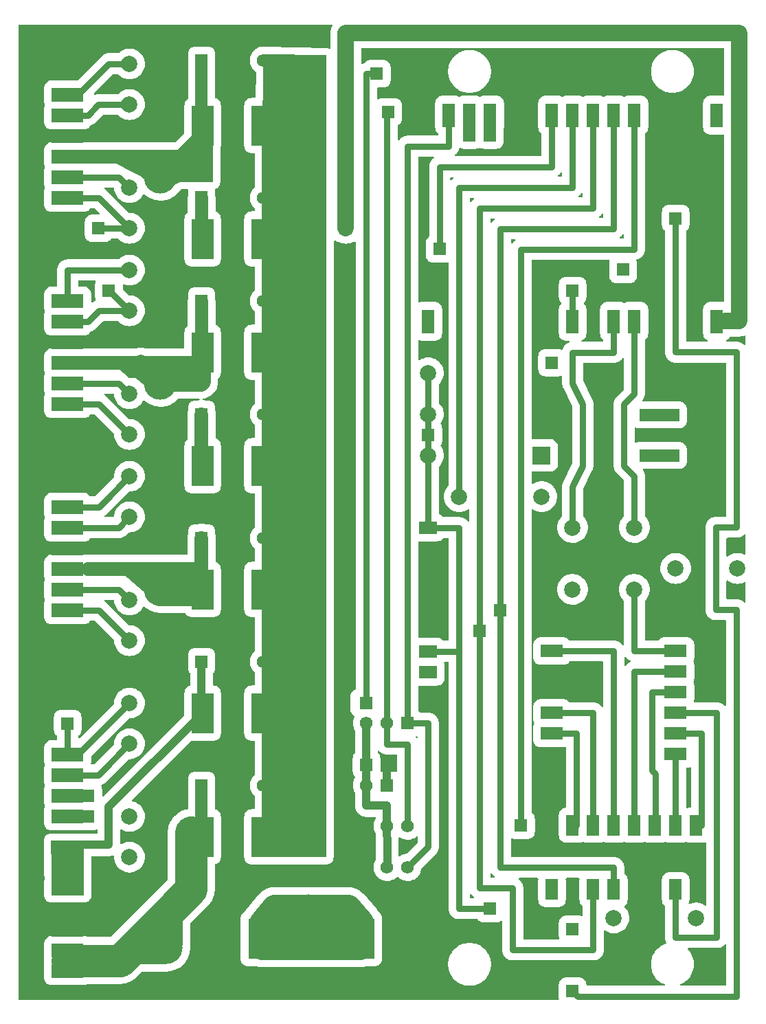
<source format=gbl>
G04 Layer: BottomLayer*
G04 EasyEDA v6.5.22, 2022-12-11 22:38:22*
G04 16a389ef0e6e420cbb75d7452a4fa289,4d866ca34c7e4626bfa8f39187415ab3,10*
G04 Gerber Generator version 0.2*
G04 Scale: 100 percent, Rotated: No, Reflected: No *
G04 Dimensions in millimeters *
G04 leading zeros omitted , absolute positions ,4 integer and 5 decimal *
%FSLAX45Y45*%
%MOMM*%

%ADD10C,1.0000*%
%ADD11C,2.0000*%
%ADD12C,0.8000*%
%ADD13C,4.0000*%
%ADD14C,1.6000*%
%ADD15C,1.7000*%
%ADD16C,1.5000*%
%ADD17C,8.0000*%
%ADD18C,3.0000*%
%ADD19R,1.6000X2.5000*%
%ADD20R,2.2000X2.2000*%
%ADD21R,5.0000X1.5000*%
%ADD22R,1.5750X1.5750*%
%ADD23C,1.5750*%
%ADD24R,4.0000X1.7000*%
%ADD25R,1.6000X1.6000*%
%ADD26R,2.7000X5.0000*%
%ADD27R,2.8000X1.6000*%
%ADD28R,3.5000X5.0000*%
%ADD29R,2.2000X1.6000*%
%ADD30R,1.6000X3.0000*%
%ADD31R,1.2000X1.6000*%
%ADD32R,1.2000X1.2000*%
%ADD33R,1.2000X1.4000*%
%ADD34C,1.5240*%
%ADD35R,1.5240X1.5240*%
%ADD36R,1.5000X1.5000*%
%ADD37R,0.0143X1.5000*%

%LPD*%
G36*
X1096111Y3300933D02*
G01*
X1091946Y3301847D01*
X1088542Y3304336D01*
X1086459Y3308045D01*
X1086053Y3312312D01*
X1087424Y3316325D01*
X1090320Y3319424D01*
X1099261Y3326231D01*
X1104900Y3331260D01*
X1110183Y3336594D01*
X1115212Y3342182D01*
X1119886Y3348126D01*
X1122019Y3351174D01*
X1125118Y3354070D01*
X1129131Y3355390D01*
X1133398Y3355035D01*
X1137107Y3352901D01*
X1139596Y3349498D01*
X1140510Y3345332D01*
X1140510Y3311093D01*
X1139698Y3307232D01*
X1137513Y3303930D01*
X1134211Y3301746D01*
X1130350Y3300933D01*
G37*

%LPD*%
G36*
X-228650Y3257092D02*
G01*
X-232511Y3257854D01*
X-235813Y3260039D01*
X-237998Y3263341D01*
X-238810Y3267252D01*
X-238810Y3285794D01*
X-237998Y3289655D01*
X-235813Y3292957D01*
X-232511Y3295142D01*
X-228650Y3295954D01*
X-207111Y3295954D01*
X-202946Y3295040D01*
X-199542Y3292551D01*
X-197408Y3288842D01*
X-197002Y3284575D01*
X-198374Y3280562D01*
X-201269Y3277463D01*
X-204317Y3275329D01*
X-210261Y3270656D01*
X-215849Y3265627D01*
X-221437Y3260039D01*
X-224739Y3257854D01*
G37*

%LPD*%
G36*
X1350111Y3046933D02*
G01*
X1345946Y3047847D01*
X1342542Y3050336D01*
X1340459Y3054045D01*
X1340053Y3058312D01*
X1341424Y3062325D01*
X1344320Y3065424D01*
X1353261Y3072231D01*
X1358900Y3077260D01*
X1364183Y3082594D01*
X1369212Y3088182D01*
X1376019Y3097123D01*
X1379118Y3100070D01*
X1383131Y3101390D01*
X1387398Y3101035D01*
X1391107Y3098901D01*
X1393596Y3095498D01*
X1394510Y3091332D01*
X1394510Y3057093D01*
X1393698Y3053232D01*
X1391513Y3049930D01*
X1388211Y3047746D01*
X1384350Y3046933D01*
G37*

%LPD*%
G36*
X13868Y2987497D02*
G01*
X9601Y2987852D01*
X5943Y2989986D01*
X3403Y2993390D01*
X2540Y2997555D01*
X2540Y3031794D01*
X3302Y3035655D01*
X5486Y3038957D01*
X8788Y3041142D01*
X12700Y3041954D01*
X46888Y3041954D01*
X51054Y3041040D01*
X54457Y3038551D01*
X56591Y3034842D01*
X56997Y3030575D01*
X55626Y3026562D01*
X52730Y3023463D01*
X49682Y3021330D01*
X43738Y3016656D01*
X38150Y3011627D01*
X32816Y3006293D01*
X27787Y3000705D01*
X23114Y2994761D01*
X20980Y2991713D01*
X17881Y2988818D01*
G37*

%LPD*%
G36*
X1604111Y2792933D02*
G01*
X1599946Y2793847D01*
X1596542Y2796336D01*
X1594459Y2800045D01*
X1594053Y2804312D01*
X1595424Y2808325D01*
X1598320Y2811424D01*
X1607261Y2818231D01*
X1612900Y2823260D01*
X1618183Y2828594D01*
X1623212Y2834182D01*
X1630019Y2843123D01*
X1633118Y2846070D01*
X1637131Y2847390D01*
X1641398Y2847035D01*
X1645107Y2844901D01*
X1647596Y2841498D01*
X1648510Y2837332D01*
X1648510Y2803093D01*
X1647698Y2799232D01*
X1645513Y2795930D01*
X1642211Y2793746D01*
X1638350Y2792933D01*
G37*

%LPD*%
G36*
X267868Y2733497D02*
G01*
X263601Y2733852D01*
X259943Y2735986D01*
X257403Y2739390D01*
X256540Y2743555D01*
X256540Y2777794D01*
X257302Y2781655D01*
X259486Y2784957D01*
X262788Y2787142D01*
X266700Y2787954D01*
X300888Y2787954D01*
X305054Y2787040D01*
X308457Y2784551D01*
X310591Y2780842D01*
X310997Y2776575D01*
X309626Y2772562D01*
X306730Y2769463D01*
X303682Y2767330D01*
X297738Y2762656D01*
X292150Y2757627D01*
X286816Y2752293D01*
X281787Y2746705D01*
X277114Y2740761D01*
X274980Y2737713D01*
X271881Y2734818D01*
G37*

%LPD*%
G36*
X1858111Y2538933D02*
G01*
X1853996Y2539847D01*
X1850542Y2542336D01*
X1848459Y2546045D01*
X1848053Y2550312D01*
X1849424Y2554325D01*
X1852320Y2557424D01*
X1861261Y2564231D01*
X1866900Y2569260D01*
X1872183Y2574594D01*
X1877212Y2580182D01*
X1884019Y2589123D01*
X1887118Y2592019D01*
X1891131Y2593390D01*
X1895398Y2592984D01*
X1899107Y2590901D01*
X1901596Y2587498D01*
X1902510Y2583332D01*
X1902510Y2549093D01*
X1901698Y2545232D01*
X1899513Y2541930D01*
X1896211Y2539746D01*
X1892350Y2538933D01*
G37*

%LPD*%
G36*
X521868Y2479497D02*
G01*
X517601Y2479903D01*
X513943Y2481986D01*
X511403Y2485440D01*
X510540Y2489555D01*
X510540Y2523794D01*
X511301Y2527655D01*
X513486Y2530957D01*
X516788Y2533142D01*
X520700Y2533954D01*
X554888Y2533954D01*
X559054Y2533040D01*
X562457Y2530551D01*
X564540Y2526842D01*
X564946Y2522575D01*
X563575Y2518562D01*
X560679Y2515463D01*
X551738Y2508656D01*
X546150Y2503627D01*
X540816Y2498293D01*
X535787Y2492705D01*
X528980Y2483764D01*
X525881Y2480868D01*
G37*

%LPD*%
G36*
X3392881Y1225854D02*
G01*
X3389020Y1226667D01*
X3385718Y1228852D01*
X3379927Y1234643D01*
X3374339Y1239672D01*
X3368395Y1244346D01*
X3362248Y1248664D01*
X3355848Y1252626D01*
X3349193Y1256182D01*
X3342386Y1259382D01*
X3335375Y1262176D01*
X3328212Y1264513D01*
X3320948Y1266494D01*
X3313582Y1268018D01*
X3306114Y1269085D01*
X3298596Y1269746D01*
X3290925Y1269949D01*
X3170224Y1269949D01*
X3165856Y1270914D01*
X3162350Y1273657D01*
X3160369Y1277620D01*
X3160217Y1282039D01*
X3161995Y1286103D01*
X3165348Y1289050D01*
X3176371Y1295044D01*
X3186582Y1302715D01*
X3195624Y1311757D01*
X3203244Y1321968D01*
X3207207Y1329182D01*
X3209442Y1332026D01*
X3212592Y1333855D01*
X3216097Y1334465D01*
X3327146Y1334465D01*
X3345992Y1335430D01*
X3364382Y1338122D01*
X3382416Y1342644D01*
X3389477Y1345184D01*
X3393338Y1345793D01*
X3397097Y1344879D01*
X3400247Y1342694D01*
X3402329Y1339443D01*
X3403092Y1335633D01*
X3403092Y1236014D01*
X3402279Y1232154D01*
X3400094Y1228852D01*
X3396792Y1226616D01*
G37*

%LPD*%
G36*
X-13868Y-949553D02*
G01*
X-17881Y-948182D01*
X-20980Y-945286D01*
X-23114Y-942238D01*
X-27787Y-936294D01*
X-32816Y-930706D01*
X-38150Y-925372D01*
X-43738Y-920343D01*
X-49682Y-915669D01*
X-55829Y-911352D01*
X-62230Y-907389D01*
X-68884Y-903833D01*
X-75692Y-900633D01*
X-82702Y-897839D01*
X-89865Y-895502D01*
X-97129Y-893521D01*
X-104495Y-891997D01*
X-111963Y-890930D01*
X-119481Y-890269D01*
X-127152Y-890066D01*
X-318465Y-890066D01*
X-321564Y-889558D01*
X-324358Y-888136D01*
X-326593Y-885952D01*
X-330352Y-880973D01*
X-339394Y-871931D01*
X-349605Y-864260D01*
X-360832Y-858164D01*
X-371856Y-854049D01*
X-375361Y-851865D01*
X-377647Y-848512D01*
X-378510Y-844499D01*
X-378510Y-272999D01*
X-377647Y-268935D01*
X-375259Y-265531D01*
X-372364Y-262890D01*
X-359867Y-248716D01*
X-348792Y-233375D01*
X-339394Y-217017D01*
X-331622Y-199796D01*
X-325577Y-181864D01*
X-321360Y-163474D01*
X-319024Y-144729D01*
X-318566Y-125831D01*
X-319989Y-106984D01*
X-323240Y-88392D01*
X-328371Y-70205D01*
X-335280Y-52628D01*
X-343916Y-35814D01*
X-354330Y-19710D01*
X-356260Y-15747D01*
X-356311Y-11328D01*
X-354482Y-7315D01*
X-352704Y-4927D01*
X-346608Y6248D01*
X-342138Y18237D01*
X-339445Y30683D01*
X-338480Y43789D01*
X-338480Y203098D01*
X-339445Y216154D01*
X-342138Y228650D01*
X-346608Y240588D01*
X-352704Y251815D01*
X-354634Y254355D01*
X-356412Y258216D01*
X-356463Y262483D01*
X-354736Y266395D01*
X-348792Y274624D01*
X-339394Y290982D01*
X-331622Y308203D01*
X-325577Y326136D01*
X-321360Y344525D01*
X-319024Y363270D01*
X-318566Y382168D01*
X-319989Y401015D01*
X-323240Y419608D01*
X-328371Y437794D01*
X-335280Y455371D01*
X-343916Y472185D01*
X-354126Y488086D01*
X-365912Y502818D01*
X-375615Y512775D01*
X-377748Y516026D01*
X-378510Y519836D01*
X-378510Y743000D01*
X-377647Y747064D01*
X-375259Y750468D01*
X-372364Y753110D01*
X-359867Y767283D01*
X-348792Y782624D01*
X-339394Y798982D01*
X-331622Y816203D01*
X-325577Y834136D01*
X-321360Y852525D01*
X-319024Y871270D01*
X-318566Y890168D01*
X-319989Y909015D01*
X-323240Y927608D01*
X-328371Y945794D01*
X-335280Y963371D01*
X-343916Y980186D01*
X-354126Y996086D01*
X-365912Y1010818D01*
X-379120Y1024331D01*
X-393598Y1036523D01*
X-409194Y1047140D01*
X-425805Y1056182D01*
X-443179Y1063498D01*
X-461264Y1069086D01*
X-479755Y1072845D01*
X-498551Y1074724D01*
X-517448Y1074724D01*
X-536244Y1072845D01*
X-554736Y1069086D01*
X-572820Y1063498D01*
X-590194Y1056182D01*
X-606806Y1047140D01*
X-616559Y1040485D01*
X-620623Y1038860D01*
X-624992Y1039063D01*
X-628853Y1041146D01*
X-631545Y1044600D01*
X-632460Y1048867D01*
X-632460Y1277010D01*
X-631698Y1280820D01*
X-629615Y1284122D01*
X-626414Y1286306D01*
X-622604Y1287170D01*
X-618744Y1286560D01*
X-613257Y1284478D01*
X-600760Y1281785D01*
X-587654Y1280820D01*
X-428396Y1280820D01*
X-415290Y1281785D01*
X-402793Y1284478D01*
X-390855Y1288948D01*
X-379628Y1295044D01*
X-369417Y1302715D01*
X-360375Y1311757D01*
X-352755Y1321968D01*
X-346608Y1333144D01*
X-342188Y1345133D01*
X-339445Y1357630D01*
X-338531Y1370685D01*
X-338531Y1669999D01*
X-339445Y1683054D01*
X-342188Y1695551D01*
X-346608Y1707489D01*
X-352755Y1718716D01*
X-360375Y1728927D01*
X-369417Y1737969D01*
X-379628Y1745640D01*
X-390855Y1751736D01*
X-402793Y1756206D01*
X-415290Y1758899D01*
X-428396Y1759864D01*
X-587654Y1759864D01*
X-600760Y1758899D01*
X-613257Y1756206D01*
X-618744Y1754124D01*
X-622604Y1753514D01*
X-626414Y1754378D01*
X-629615Y1756562D01*
X-631698Y1759864D01*
X-632460Y1763674D01*
X-632460Y3539794D01*
X-631698Y3543655D01*
X-629513Y3546957D01*
X-626211Y3549142D01*
X-622300Y3549954D01*
X-448411Y3549954D01*
X-444246Y3549040D01*
X-440842Y3546551D01*
X-438708Y3542842D01*
X-438353Y3538575D01*
X-439674Y3534562D01*
X-442569Y3531463D01*
X-445617Y3529329D01*
X-451561Y3524656D01*
X-457149Y3519627D01*
X-462483Y3514293D01*
X-467512Y3508705D01*
X-472185Y3502761D01*
X-476504Y3496614D01*
X-480466Y3490214D01*
X-484022Y3483559D01*
X-487222Y3476751D01*
X-490016Y3469741D01*
X-492353Y3462578D01*
X-494334Y3455314D01*
X-495858Y3447948D01*
X-496925Y3440480D01*
X-497585Y3432962D01*
X-497789Y3425291D01*
X-497789Y2572512D01*
X-498297Y2569413D01*
X-499668Y2566619D01*
X-501904Y2564384D01*
X-506882Y2560624D01*
X-515924Y2551582D01*
X-523595Y2541371D01*
X-529691Y2530195D01*
X-534162Y2518206D01*
X-536854Y2505760D01*
X-537819Y2492654D01*
X-537819Y2333345D01*
X-536854Y2320290D01*
X-534162Y2307793D01*
X-529691Y2295804D01*
X-523595Y2284628D01*
X-515924Y2274417D01*
X-506882Y2265375D01*
X-496671Y2257704D01*
X-485444Y2251608D01*
X-473506Y2247138D01*
X-461009Y2244445D01*
X-447954Y2243480D01*
X-288645Y2243480D01*
X-275539Y2244445D01*
X-268833Y2245918D01*
X-264312Y2245868D01*
X-260299Y2243886D01*
X-257505Y2240330D01*
X-256489Y2235962D01*
X-256489Y-496112D01*
X-257352Y-500176D01*
X-259740Y-503529D01*
X-262636Y-506222D01*
X-275183Y-520395D01*
X-286207Y-535736D01*
X-295656Y-552094D01*
X-303377Y-569315D01*
X-309422Y-587248D01*
X-313639Y-605637D01*
X-315976Y-624382D01*
X-316433Y-643280D01*
X-315010Y-662127D01*
X-311759Y-680720D01*
X-306628Y-698906D01*
X-299720Y-716483D01*
X-291134Y-733298D01*
X-280873Y-749198D01*
X-269087Y-763930D01*
X-255879Y-777494D01*
X-241401Y-789635D01*
X-225806Y-800252D01*
X-209245Y-809294D01*
X-191820Y-816610D01*
X-173786Y-822198D01*
X-155244Y-825957D01*
X-136448Y-827836D01*
X-117551Y-827836D01*
X-98755Y-825957D01*
X-80264Y-822198D01*
X-62179Y-816610D01*
X-44805Y-809294D01*
X-28194Y-800252D01*
X-18389Y-793546D01*
X-14325Y-791921D01*
X-9956Y-792175D01*
X-6096Y-794207D01*
X-3454Y-797712D01*
X-2489Y-801979D01*
X-2489Y-939444D01*
X-3403Y-943610D01*
X-5892Y-947013D01*
X-9601Y-949147D01*
G37*

%LPD*%
G36*
X3176168Y-1378915D02*
G01*
X3172460Y-1377950D01*
X3169361Y-1375714D01*
X3167329Y-1372514D01*
X3166567Y-1368755D01*
X3166567Y-1155649D01*
X3167380Y-1151788D01*
X3169564Y-1148486D01*
X3172866Y-1146302D01*
X3176727Y-1145489D01*
X3290925Y-1145489D01*
X3298596Y-1145286D01*
X3306114Y-1144625D01*
X3313582Y-1143558D01*
X3320948Y-1142034D01*
X3328212Y-1140053D01*
X3335375Y-1137716D01*
X3342386Y-1134922D01*
X3349193Y-1131722D01*
X3355848Y-1128166D01*
X3362248Y-1124204D01*
X3368395Y-1119886D01*
X3374339Y-1115212D01*
X3379927Y-1110183D01*
X3385718Y-1104392D01*
X3389020Y-1102207D01*
X3392881Y-1101394D01*
X3396792Y-1102156D01*
X3400094Y-1104392D01*
X3402279Y-1107694D01*
X3403092Y-1111554D01*
X3403092Y-1346454D01*
X3402228Y-1350518D01*
X3399790Y-1353921D01*
X3396183Y-1356055D01*
X3392068Y-1356563D01*
X3388055Y-1355344D01*
X3384194Y-1353261D01*
X3366820Y-1345946D01*
X3348736Y-1340358D01*
X3330244Y-1336598D01*
X3311448Y-1334719D01*
X3292551Y-1334719D01*
X3273755Y-1336598D01*
X3255213Y-1340358D01*
X3237179Y-1345946D01*
X3219754Y-1353261D01*
X3203194Y-1362303D01*
X3187598Y-1372920D01*
X3183280Y-1376527D01*
X3179927Y-1378407D01*
G37*

%LPD*%
G36*
X3392881Y-1946605D02*
G01*
X3389020Y-1945792D01*
X3385718Y-1943607D01*
X3379927Y-1937816D01*
X3374339Y-1932787D01*
X3368395Y-1928114D01*
X3362248Y-1923796D01*
X3355848Y-1919833D01*
X3349193Y-1916277D01*
X3342386Y-1913077D01*
X3335375Y-1910283D01*
X3328212Y-1907946D01*
X3320948Y-1905965D01*
X3313582Y-1904441D01*
X3306114Y-1903374D01*
X3298596Y-1902714D01*
X3290925Y-1902510D01*
X3176727Y-1902510D01*
X3172866Y-1901698D01*
X3169564Y-1899513D01*
X3167380Y-1896211D01*
X3166567Y-1892350D01*
X3166567Y-1679295D01*
X3167583Y-1674926D01*
X3170326Y-1671421D01*
X3174339Y-1669440D01*
X3178810Y-1669338D01*
X3182874Y-1671218D01*
X3195269Y-1680565D01*
X3211372Y-1690420D01*
X3228390Y-1698599D01*
X3246120Y-1705051D01*
X3264458Y-1709724D01*
X3283102Y-1712569D01*
X3302000Y-1713484D01*
X3320846Y-1712569D01*
X3339541Y-1709724D01*
X3357829Y-1705051D01*
X3375609Y-1698599D01*
X3388512Y-1692402D01*
X3392474Y-1691386D01*
X3396487Y-1692046D01*
X3399942Y-1694230D01*
X3402279Y-1697583D01*
X3403092Y-1701546D01*
X3403092Y-1936445D01*
X3402279Y-1940306D01*
X3400094Y-1943607D01*
X3396792Y-1945843D01*
G37*

%LPD*%
G36*
X-318465Y-2414066D02*
G01*
X-321564Y-2413558D01*
X-324358Y-2412136D01*
X-326593Y-2409952D01*
X-330352Y-2404973D01*
X-339394Y-2395931D01*
X-349605Y-2388260D01*
X-360832Y-2382164D01*
X-372770Y-2377694D01*
X-385267Y-2375001D01*
X-398373Y-2374036D01*
X-617626Y-2374036D01*
X-621588Y-2374341D01*
X-625703Y-2373782D01*
X-629208Y-2371648D01*
X-631596Y-2368245D01*
X-632460Y-2364181D01*
X-632460Y-1198930D01*
X-631596Y-1194866D01*
X-629208Y-1191463D01*
X-625703Y-1189329D01*
X-621588Y-1188770D01*
X-617626Y-1189075D01*
X-398373Y-1189075D01*
X-385267Y-1188110D01*
X-372770Y-1185418D01*
X-360832Y-1180947D01*
X-349605Y-1174851D01*
X-339394Y-1167180D01*
X-330352Y-1158138D01*
X-326593Y-1153109D01*
X-324358Y-1150924D01*
X-321564Y-1149553D01*
X-318465Y-1149045D01*
X-266649Y-1149045D01*
X-262788Y-1149858D01*
X-259486Y-1152042D01*
X-257302Y-1155344D01*
X-256489Y-1159205D01*
X-256489Y-2403906D01*
X-257302Y-2407767D01*
X-259486Y-2411069D01*
X-262788Y-2413254D01*
X-266649Y-2414066D01*
G37*

%LPD*%
G36*
X1918817Y-2723946D02*
G01*
X1914601Y-2723540D01*
X1910892Y-2721457D01*
X1908403Y-2718003D01*
X1907489Y-2713888D01*
X1907489Y-2620111D01*
X1908403Y-2615946D01*
X1910892Y-2612491D01*
X1914601Y-2610408D01*
X1918817Y-2610002D01*
X1922881Y-2611374D01*
X1925980Y-2614269D01*
X1928114Y-2617317D01*
X1932787Y-2623261D01*
X1937816Y-2628849D01*
X1943150Y-2634183D01*
X1948738Y-2639212D01*
X1954682Y-2643886D01*
X1960829Y-2648204D01*
X1967230Y-2652166D01*
X1973884Y-2655722D01*
X1978304Y-2657805D01*
X1981403Y-2660040D01*
X1983435Y-2663240D01*
X1984146Y-2667000D01*
X1983435Y-2670759D01*
X1981403Y-2673959D01*
X1978304Y-2676194D01*
X1973834Y-2678277D01*
X1967230Y-2681833D01*
X1960829Y-2685796D01*
X1954631Y-2690114D01*
X1948738Y-2694787D01*
X1943100Y-2699816D01*
X1937766Y-2705150D01*
X1932787Y-2710738D01*
X1925980Y-2719679D01*
X1922881Y-2722575D01*
G37*

%LPD*%
G36*
X-648716Y-3616553D02*
G01*
X-652729Y-3615232D01*
X-655878Y-3612387D01*
X-659231Y-3607815D01*
X-660857Y-3604412D01*
X-661111Y-3600704D01*
X-660044Y-3597148D01*
X-657758Y-3594201D01*
X-654558Y-3592322D01*
X-651205Y-3591051D01*
X-647395Y-3590442D01*
X-643585Y-3591255D01*
X-640384Y-3593490D01*
X-638251Y-3596741D01*
X-637489Y-3600602D01*
X-637489Y-3606444D01*
X-638403Y-3610559D01*
X-640892Y-3614013D01*
X-644550Y-3616096D01*
G37*

%LPD*%
G36*
X-901395Y-4033113D02*
G01*
X-905205Y-4032504D01*
X-912063Y-4029913D01*
X-924509Y-4027220D01*
X-937615Y-4026306D01*
X-1090320Y-4026306D01*
X-1094232Y-4025493D01*
X-1097483Y-4023309D01*
X-1099718Y-4020007D01*
X-1100480Y-4016146D01*
X-1100480Y-3860901D01*
X-1101394Y-3847846D01*
X-1104138Y-3835349D01*
X-1108608Y-3823411D01*
X-1114704Y-3812184D01*
X-1122375Y-3801973D01*
X-1127506Y-3796842D01*
X-1129690Y-3793540D01*
X-1130452Y-3789629D01*
X-1130452Y-3779316D01*
X-1129639Y-3775354D01*
X-1127353Y-3772001D01*
X-1123950Y-3769817D01*
X-1119936Y-3769156D01*
X-1115974Y-3770122D01*
X-1112723Y-3772560D01*
X-1110183Y-3775405D01*
X-1104849Y-3780739D01*
X-1099210Y-3785768D01*
X-1093317Y-3790442D01*
X-1087120Y-3794760D01*
X-1080719Y-3798722D01*
X-1074115Y-3802278D01*
X-1067257Y-3805478D01*
X-1060246Y-3808272D01*
X-1053134Y-3810609D01*
X-1045819Y-3812590D01*
X-1038453Y-3814114D01*
X-1030986Y-3815181D01*
X-1023518Y-3815842D01*
X-1015847Y-3816045D01*
X-901649Y-3816045D01*
X-897788Y-3816858D01*
X-894486Y-3819042D01*
X-892302Y-3822344D01*
X-891489Y-3826205D01*
X-891489Y-4022953D01*
X-892251Y-4026763D01*
X-894384Y-4030065D01*
X-897585Y-4032250D01*
G37*

%LPD*%
G36*
X2679395Y-4478426D02*
G01*
X2675585Y-4477562D01*
X2672384Y-4475327D01*
X2670251Y-4472076D01*
X2669489Y-4468266D01*
X2669489Y-3989679D01*
X2670200Y-3985971D01*
X2672232Y-3982720D01*
X2675280Y-3980484D01*
X2678938Y-3979519D01*
X2692755Y-3978554D01*
X2705201Y-3975862D01*
X2714294Y-3972458D01*
X2718104Y-3971848D01*
X2721914Y-3972712D01*
X2725115Y-3974896D01*
X2727248Y-3978198D01*
X2728010Y-3982008D01*
X2728010Y-4461865D01*
X2727198Y-4465777D01*
X2725013Y-4469079D01*
X2721711Y-4471263D01*
X2717850Y-4472025D01*
X2714345Y-4472025D01*
X2701290Y-4472990D01*
X2688793Y-4475683D01*
X2683205Y-4477766D01*
G37*

%LPD*%
G36*
X-862533Y-5071110D02*
G01*
X-866902Y-5070957D01*
X-870813Y-5068925D01*
X-873506Y-5065420D01*
X-874471Y-5061153D01*
X-875182Y-4844389D01*
X-874217Y-4840071D01*
X-871575Y-4836566D01*
X-867664Y-4834534D01*
X-863244Y-4834331D01*
X-859180Y-4836058D01*
X-851255Y-4841595D01*
X-835558Y-4850282D01*
X-819048Y-4857242D01*
X-801928Y-4862423D01*
X-784352Y-4865725D01*
X-766470Y-4867198D01*
X-748588Y-4866690D01*
X-730808Y-4864303D01*
X-713435Y-4860086D01*
X-696569Y-4853990D01*
X-680466Y-4846167D01*
X-665276Y-4836668D01*
X-653948Y-4827778D01*
X-649884Y-4825847D01*
X-645363Y-4825847D01*
X-641299Y-4827828D01*
X-638505Y-4831334D01*
X-637489Y-4835753D01*
X-637489Y-4895138D01*
X-638302Y-4899050D01*
X-640486Y-4902352D01*
X-775208Y-5037074D01*
X-778154Y-5039106D01*
X-781608Y-5040020D01*
X-784352Y-5040223D01*
X-801928Y-5043576D01*
X-819048Y-5048707D01*
X-835558Y-5055666D01*
X-851255Y-5064353D01*
X-858469Y-5069433D01*
G37*

%LPD*%
G36*
X266649Y-5331510D02*
G01*
X262788Y-5330698D01*
X259486Y-5328513D01*
X257302Y-5325211D01*
X256489Y-5321350D01*
X256489Y-5287111D01*
X257403Y-5282946D01*
X259892Y-5279542D01*
X263601Y-5277408D01*
X267868Y-5277053D01*
X271881Y-5278374D01*
X274980Y-5281320D01*
X281787Y-5290261D01*
X286816Y-5295849D01*
X292150Y-5301183D01*
X297738Y-5306212D01*
X303682Y-5310886D01*
X306730Y-5313019D01*
X309626Y-5316118D01*
X310946Y-5320131D01*
X310591Y-5324398D01*
X308457Y-5328107D01*
X305054Y-5330596D01*
X300888Y-5331510D01*
G37*

%LPD*%
G36*
X12649Y-5585510D02*
G01*
X8788Y-5584698D01*
X5486Y-5582513D01*
X3302Y-5579211D01*
X2489Y-5575350D01*
X2489Y-5541111D01*
X3403Y-5536946D01*
X5892Y-5533542D01*
X9601Y-5531408D01*
X13868Y-5531053D01*
X17881Y-5532374D01*
X20980Y-5535320D01*
X27787Y-5544261D01*
X32816Y-5549849D01*
X38150Y-5555183D01*
X43738Y-5560212D01*
X49682Y-5564886D01*
X52730Y-5567019D01*
X55626Y-5570118D01*
X56946Y-5574131D01*
X56591Y-5578398D01*
X54457Y-5582107D01*
X51054Y-5584596D01*
X46888Y-5585510D01*
G37*

%LPD*%
G36*
X673049Y-6093510D02*
G01*
X669188Y-6092698D01*
X665886Y-6090513D01*
X663702Y-6087211D01*
X662889Y-6083350D01*
X662889Y-5461152D01*
X662686Y-5453481D01*
X662025Y-5445963D01*
X660958Y-5438495D01*
X659434Y-5431129D01*
X657453Y-5423865D01*
X655116Y-5416702D01*
X652322Y-5409692D01*
X649122Y-5402884D01*
X645566Y-5396230D01*
X641604Y-5389829D01*
X637286Y-5383682D01*
X632612Y-5377738D01*
X627583Y-5372150D01*
X622249Y-5366816D01*
X616661Y-5361787D01*
X607720Y-5354980D01*
X604774Y-5351881D01*
X603453Y-5347868D01*
X603808Y-5343601D01*
X605942Y-5339892D01*
X609346Y-5337403D01*
X613511Y-5336489D01*
X836980Y-5336489D01*
X841044Y-5337352D01*
X844397Y-5339740D01*
X846531Y-5343296D01*
X847090Y-5347411D01*
X846480Y-5355945D01*
X846480Y-5605170D01*
X847445Y-5618276D01*
X850137Y-5630773D01*
X854608Y-5642711D01*
X860704Y-5653938D01*
X868375Y-5664149D01*
X877417Y-5673191D01*
X887628Y-5680811D01*
X898804Y-5686958D01*
X910793Y-5691428D01*
X923290Y-5694121D01*
X936345Y-5695086D01*
X1095654Y-5695086D01*
X1108710Y-5694121D01*
X1121206Y-5691428D01*
X1133195Y-5686958D01*
X1144371Y-5680811D01*
X1154582Y-5673191D01*
X1163624Y-5664149D01*
X1171295Y-5653938D01*
X1177391Y-5642711D01*
X1181862Y-5630773D01*
X1184554Y-5618276D01*
X1185519Y-5605170D01*
X1185519Y-5355945D01*
X1184910Y-5347411D01*
X1185468Y-5343296D01*
X1187602Y-5339740D01*
X1190955Y-5337352D01*
X1195019Y-5336489D01*
X1344980Y-5336489D01*
X1349044Y-5337352D01*
X1352397Y-5339740D01*
X1354531Y-5343296D01*
X1355090Y-5347411D01*
X1354480Y-5355945D01*
X1354480Y-5605170D01*
X1355445Y-5618276D01*
X1358138Y-5630773D01*
X1362608Y-5642711D01*
X1368704Y-5653938D01*
X1376375Y-5664149D01*
X1385417Y-5673191D01*
X1390396Y-5676950D01*
X1392631Y-5679186D01*
X1394002Y-5681980D01*
X1394510Y-5685078D01*
X1394510Y-5795670D01*
X1393748Y-5799480D01*
X1391615Y-5802782D01*
X1388414Y-5804966D01*
X1384604Y-5805830D01*
X1380794Y-5805220D01*
X1375206Y-5803138D01*
X1362710Y-5800394D01*
X1349603Y-5799480D01*
X1190345Y-5799480D01*
X1177239Y-5800394D01*
X1164793Y-5803138D01*
X1152804Y-5807557D01*
X1141628Y-5813704D01*
X1131366Y-5821324D01*
X1122375Y-5830366D01*
X1114704Y-5840577D01*
X1108608Y-5851804D01*
X1104138Y-5863742D01*
X1101394Y-5876239D01*
X1100480Y-5889345D01*
X1100480Y-6048603D01*
X1101394Y-6061710D01*
X1104138Y-6074206D01*
X1106220Y-6079794D01*
X1106830Y-6083604D01*
X1106017Y-6087414D01*
X1103782Y-6090615D01*
X1100531Y-6092748D01*
X1096670Y-6093510D01*
G37*

%LPD*%
G36*
X2602433Y-6665010D02*
G01*
X2598623Y-6664248D01*
X2595321Y-6662064D01*
X2593136Y-6658864D01*
X2592273Y-6655003D01*
X2592984Y-6651142D01*
X2595067Y-6647840D01*
X2598267Y-6645554D01*
X2619095Y-6636156D01*
X2638653Y-6625234D01*
X2657297Y-6612636D01*
X2674721Y-6598564D01*
X2690977Y-6583019D01*
X2705811Y-6566153D01*
X2719120Y-6548120D01*
X2730906Y-6528968D01*
X2741015Y-6508953D01*
X2749397Y-6488125D01*
X2755950Y-6466636D01*
X2760675Y-6444691D01*
X2763520Y-6422440D01*
X2764485Y-6399987D01*
X2763520Y-6377533D01*
X2760675Y-6355283D01*
X2755950Y-6333337D01*
X2749397Y-6311849D01*
X2741015Y-6291021D01*
X2730906Y-6271006D01*
X2719120Y-6251854D01*
X2705811Y-6233820D01*
X2690977Y-6217005D01*
X2688996Y-6213652D01*
X2688437Y-6209842D01*
X2689352Y-6206083D01*
X2691587Y-6202934D01*
X2694787Y-6200851D01*
X2698597Y-6200089D01*
X3047847Y-6200089D01*
X3055518Y-6199886D01*
X3063036Y-6199225D01*
X3070504Y-6198158D01*
X3077870Y-6196634D01*
X3085134Y-6194653D01*
X3092297Y-6192316D01*
X3099308Y-6189522D01*
X3106115Y-6186322D01*
X3112770Y-6182766D01*
X3119170Y-6178804D01*
X3125317Y-6174486D01*
X3131261Y-6169812D01*
X3136849Y-6164783D01*
X3143808Y-6157671D01*
X3147060Y-6155232D01*
X3151022Y-6154267D01*
X3155035Y-6154928D01*
X3158439Y-6157061D01*
X3160776Y-6160414D01*
X3161588Y-6164427D01*
X3161588Y-6654850D01*
X3160776Y-6658711D01*
X3158591Y-6662013D01*
X3155289Y-6664198D01*
X3151428Y-6665010D01*
G37*

%LPD*%
G36*
X-5551932Y-6835648D02*
G01*
X-5555792Y-6834886D01*
X-5559094Y-6832650D01*
X-5561330Y-6829348D01*
X-5562092Y-6825488D01*
X-5562092Y5167376D01*
X-5561330Y5171236D01*
X-5559094Y5174538D01*
X-5555792Y5176774D01*
X-5551932Y5177536D01*
X-1701596Y5177536D01*
X-1697634Y5176723D01*
X-1694281Y5174386D01*
X-1692097Y5170982D01*
X-1691436Y5166969D01*
X-1692402Y5163007D01*
X-1699056Y5148986D01*
X-1705356Y5131460D01*
X-1709877Y5113426D01*
X-1712569Y5095036D01*
X-1713484Y5076190D01*
X-1713484Y4891125D01*
X-1714246Y4887315D01*
X-1716379Y4884064D01*
X-1719580Y4881829D01*
X-1723389Y4880965D01*
X-1727250Y4881626D01*
X-1740103Y4886452D01*
X-1752600Y4889195D01*
X-1764131Y4890109D01*
X-2508148Y4902301D01*
X-2513228Y4903216D01*
X-2531059Y4905095D01*
X-2548940Y4905095D01*
X-2566771Y4903216D01*
X-2584246Y4899406D01*
X-2601264Y4893767D01*
X-2617571Y4886401D01*
X-2633014Y4877308D01*
X-2647391Y4866589D01*
X-2660548Y4854448D01*
X-2672334Y4840986D01*
X-2682646Y4826355D01*
X-2691282Y4810658D01*
X-2698242Y4794148D01*
X-2703423Y4777028D01*
X-2706776Y4759401D01*
X-2708198Y4741570D01*
X-2707690Y4723688D01*
X-2705303Y4705908D01*
X-2701086Y4688535D01*
X-2694990Y4671669D01*
X-2687167Y4655566D01*
X-2677668Y4640376D01*
X-2666593Y4626305D01*
X-2654096Y4613452D01*
X-2640330Y4602022D01*
X-2636520Y4599482D01*
X-2634030Y4597196D01*
X-2632456Y4594250D01*
X-2631948Y4590897D01*
X-2635351Y4283049D01*
X-2636164Y4279188D01*
X-2638348Y4275937D01*
X-2641650Y4273753D01*
X-2645511Y4272991D01*
X-2687320Y4272991D01*
X-2700426Y4272026D01*
X-2712923Y4269333D01*
X-2724861Y4264863D01*
X-2736088Y4258767D01*
X-2746298Y4251096D01*
X-2755341Y4242054D01*
X-2762961Y4231843D01*
X-2769108Y4220667D01*
X-2773578Y4208678D01*
X-2776270Y4196181D01*
X-2777185Y4183126D01*
X-2777185Y3683812D01*
X-2776270Y3670757D01*
X-2773578Y3658260D01*
X-2769108Y3646322D01*
X-2762961Y3635095D01*
X-2755341Y3624884D01*
X-2746298Y3615842D01*
X-2736088Y3608171D01*
X-2724861Y3602075D01*
X-2712923Y3597605D01*
X-2700426Y3594912D01*
X-2687320Y3593947D01*
X-2658668Y3593947D01*
X-2654757Y3593185D01*
X-2651506Y3591001D01*
X-2649270Y3587699D01*
X-2648508Y3583787D01*
X-2648508Y3177387D01*
X-2649372Y3173272D01*
X-2651760Y3169920D01*
X-2660548Y3161792D01*
X-2672334Y3148330D01*
X-2682646Y3133699D01*
X-2691282Y3118002D01*
X-2698292Y3101492D01*
X-2703423Y3084372D01*
X-2706776Y3066745D01*
X-2708198Y3048914D01*
X-2707690Y3031032D01*
X-2705354Y3013252D01*
X-2701086Y2995879D01*
X-2694990Y2979013D01*
X-2687167Y2962910D01*
X-2677668Y2947720D01*
X-2666593Y2933649D01*
X-2654147Y2920796D01*
X-2652166Y2919222D01*
X-2649474Y2915716D01*
X-2648508Y2911398D01*
X-2648508Y2886100D01*
X-2649270Y2882239D01*
X-2651506Y2878937D01*
X-2654757Y2876702D01*
X-2658668Y2875940D01*
X-2687320Y2875940D01*
X-2700426Y2875026D01*
X-2712923Y2872282D01*
X-2724861Y2867863D01*
X-2736088Y2861716D01*
X-2746298Y2854045D01*
X-2755341Y2845054D01*
X-2762961Y2834843D01*
X-2769108Y2823616D01*
X-2773578Y2811627D01*
X-2776270Y2799181D01*
X-2777185Y2786075D01*
X-2777185Y2286812D01*
X-2776270Y2273706D01*
X-2773578Y2261209D01*
X-2769108Y2249271D01*
X-2762961Y2238044D01*
X-2755341Y2227834D01*
X-2746298Y2218791D01*
X-2736088Y2211171D01*
X-2724861Y2205024D01*
X-2712923Y2200605D01*
X-2700426Y2197862D01*
X-2687320Y2196947D01*
X-2658668Y2196947D01*
X-2654757Y2196134D01*
X-2651506Y2193950D01*
X-2649270Y2190648D01*
X-2648508Y2186787D01*
X-2648508Y1907387D01*
X-2649372Y1903272D01*
X-2651760Y1899920D01*
X-2660548Y1891792D01*
X-2672334Y1878330D01*
X-2682646Y1863699D01*
X-2691282Y1848002D01*
X-2698292Y1831492D01*
X-2703423Y1814372D01*
X-2706776Y1796745D01*
X-2708198Y1778914D01*
X-2707690Y1761032D01*
X-2705354Y1743252D01*
X-2701086Y1725879D01*
X-2694990Y1709013D01*
X-2687167Y1692910D01*
X-2677668Y1677720D01*
X-2666593Y1663649D01*
X-2654147Y1650796D01*
X-2652166Y1649222D01*
X-2649474Y1645716D01*
X-2648508Y1641398D01*
X-2648508Y1489151D01*
X-2649270Y1485239D01*
X-2651506Y1481988D01*
X-2654757Y1479753D01*
X-2658668Y1478991D01*
X-2687320Y1478991D01*
X-2700426Y1478076D01*
X-2712923Y1475333D01*
X-2724861Y1470863D01*
X-2736088Y1464767D01*
X-2746298Y1457096D01*
X-2755341Y1448054D01*
X-2762961Y1437843D01*
X-2769108Y1426667D01*
X-2773578Y1414678D01*
X-2776270Y1402232D01*
X-2777185Y1389126D01*
X-2777185Y889863D01*
X-2776270Y876757D01*
X-2773578Y864260D01*
X-2769108Y852322D01*
X-2762961Y841095D01*
X-2755341Y830884D01*
X-2746298Y821842D01*
X-2736088Y814222D01*
X-2724861Y808075D01*
X-2712923Y803605D01*
X-2700426Y800912D01*
X-2687320Y799947D01*
X-2658668Y799947D01*
X-2654757Y799185D01*
X-2651506Y797001D01*
X-2649270Y793699D01*
X-2648508Y789787D01*
X-2648508Y510387D01*
X-2649372Y506272D01*
X-2651760Y502920D01*
X-2660548Y494842D01*
X-2672334Y481330D01*
X-2682646Y466699D01*
X-2691282Y451002D01*
X-2698242Y434543D01*
X-2703423Y417372D01*
X-2706776Y399796D01*
X-2708198Y381914D01*
X-2707690Y364032D01*
X-2705303Y346252D01*
X-2701086Y328879D01*
X-2694990Y312013D01*
X-2687167Y295910D01*
X-2677668Y280720D01*
X-2666593Y266649D01*
X-2654096Y253847D01*
X-2652166Y252221D01*
X-2649474Y248716D01*
X-2648508Y244398D01*
X-2648508Y92049D01*
X-2649270Y88188D01*
X-2651506Y84886D01*
X-2654757Y82702D01*
X-2658668Y81889D01*
X-2687320Y81889D01*
X-2700426Y80975D01*
X-2712923Y78282D01*
X-2724861Y73812D01*
X-2736088Y67665D01*
X-2746298Y60045D01*
X-2755341Y51003D01*
X-2762961Y40792D01*
X-2769108Y29565D01*
X-2773578Y17627D01*
X-2776270Y5130D01*
X-2777185Y-7975D01*
X-2777185Y-507238D01*
X-2776270Y-520344D01*
X-2773578Y-532790D01*
X-2769108Y-544779D01*
X-2762961Y-555955D01*
X-2755341Y-566216D01*
X-2746298Y-575208D01*
X-2736088Y-582879D01*
X-2724861Y-588975D01*
X-2712923Y-593445D01*
X-2700426Y-596188D01*
X-2687320Y-597103D01*
X-2658668Y-597103D01*
X-2654757Y-597865D01*
X-2651506Y-600100D01*
X-2649270Y-603351D01*
X-2648508Y-607263D01*
X-2648508Y-1013612D01*
X-2649372Y-1017676D01*
X-2651760Y-1021080D01*
X-2660548Y-1029208D01*
X-2672334Y-1042669D01*
X-2682646Y-1057300D01*
X-2691282Y-1072997D01*
X-2698292Y-1089456D01*
X-2703423Y-1106627D01*
X-2706776Y-1124204D01*
X-2708198Y-1142085D01*
X-2707690Y-1159967D01*
X-2705354Y-1177747D01*
X-2701086Y-1195120D01*
X-2694990Y-1211986D01*
X-2687167Y-1228090D01*
X-2677668Y-1243279D01*
X-2666593Y-1257350D01*
X-2654147Y-1270203D01*
X-2652166Y-1271778D01*
X-2649474Y-1275283D01*
X-2648508Y-1279601D01*
X-2648508Y-1431899D01*
X-2649270Y-1435760D01*
X-2651506Y-1439062D01*
X-2654757Y-1441297D01*
X-2658668Y-1442059D01*
X-2687320Y-1442059D01*
X-2700426Y-1442974D01*
X-2712923Y-1445717D01*
X-2724861Y-1450136D01*
X-2736088Y-1456283D01*
X-2746298Y-1463954D01*
X-2755341Y-1472946D01*
X-2762961Y-1483156D01*
X-2769108Y-1494383D01*
X-2773578Y-1506321D01*
X-2776270Y-1518818D01*
X-2777185Y-1531924D01*
X-2777185Y-2031187D01*
X-2776270Y-2044293D01*
X-2773578Y-2056790D01*
X-2769108Y-2068728D01*
X-2762961Y-2079955D01*
X-2755341Y-2090166D01*
X-2746298Y-2099157D01*
X-2736088Y-2106828D01*
X-2724861Y-2112975D01*
X-2712923Y-2117394D01*
X-2700426Y-2120138D01*
X-2687320Y-2121052D01*
X-2658668Y-2121052D01*
X-2654757Y-2121814D01*
X-2651506Y-2124049D01*
X-2649270Y-2127351D01*
X-2648508Y-2131212D01*
X-2648508Y-2537612D01*
X-2649372Y-2541676D01*
X-2651760Y-2545080D01*
X-2660548Y-2553157D01*
X-2672334Y-2566670D01*
X-2682646Y-2581300D01*
X-2691282Y-2596997D01*
X-2698292Y-2613456D01*
X-2703423Y-2630627D01*
X-2706776Y-2648204D01*
X-2708198Y-2666085D01*
X-2707690Y-2683967D01*
X-2705354Y-2701747D01*
X-2701086Y-2719120D01*
X-2694990Y-2735986D01*
X-2687167Y-2752090D01*
X-2677668Y-2767279D01*
X-2666593Y-2781350D01*
X-2654147Y-2794152D01*
X-2652166Y-2795778D01*
X-2649474Y-2799283D01*
X-2648508Y-2803601D01*
X-2648508Y-2955899D01*
X-2649270Y-2959760D01*
X-2651455Y-2963062D01*
X-2654757Y-2965246D01*
X-2658668Y-2966059D01*
X-2687320Y-2966059D01*
X-2700426Y-2966974D01*
X-2712923Y-2969717D01*
X-2724861Y-2974136D01*
X-2736088Y-2980283D01*
X-2746298Y-2987903D01*
X-2755341Y-2996946D01*
X-2762961Y-3007156D01*
X-2769108Y-3018383D01*
X-2773578Y-3030321D01*
X-2776270Y-3042818D01*
X-2777185Y-3055924D01*
X-2777185Y-3555187D01*
X-2776270Y-3568293D01*
X-2773578Y-3580739D01*
X-2769108Y-3592728D01*
X-2762961Y-3603955D01*
X-2755341Y-3614165D01*
X-2746298Y-3623157D01*
X-2736088Y-3630828D01*
X-2724861Y-3636975D01*
X-2712923Y-3641394D01*
X-2700426Y-3644137D01*
X-2687320Y-3645052D01*
X-2658668Y-3645052D01*
X-2654757Y-3645814D01*
X-2651455Y-3648049D01*
X-2649270Y-3651351D01*
X-2648508Y-3655212D01*
X-2648508Y-4061612D01*
X-2649372Y-4065676D01*
X-2651760Y-4069079D01*
X-2660548Y-4077157D01*
X-2672334Y-4090670D01*
X-2682646Y-4105300D01*
X-2691282Y-4120997D01*
X-2698292Y-4137456D01*
X-2703423Y-4154627D01*
X-2706776Y-4172204D01*
X-2708198Y-4190085D01*
X-2707690Y-4207967D01*
X-2705354Y-4225747D01*
X-2701086Y-4243120D01*
X-2694990Y-4259986D01*
X-2687167Y-4276090D01*
X-2677668Y-4291279D01*
X-2666593Y-4305350D01*
X-2654147Y-4318152D01*
X-2652166Y-4319778D01*
X-2649474Y-4323283D01*
X-2648508Y-4327601D01*
X-2648508Y-4479899D01*
X-2649270Y-4483760D01*
X-2651455Y-4487062D01*
X-2654757Y-4489246D01*
X-2658668Y-4490059D01*
X-2687320Y-4490059D01*
X-2700426Y-4490974D01*
X-2712923Y-4493666D01*
X-2724861Y-4498136D01*
X-2736088Y-4504283D01*
X-2746298Y-4511903D01*
X-2755341Y-4520946D01*
X-2762961Y-4531156D01*
X-2769108Y-4542383D01*
X-2773578Y-4554321D01*
X-2776270Y-4566818D01*
X-2777185Y-4579924D01*
X-2777185Y-5079187D01*
X-2776270Y-5092293D01*
X-2773578Y-5104739D01*
X-2769108Y-5116728D01*
X-2762961Y-5127904D01*
X-2755341Y-5138166D01*
X-2746298Y-5147157D01*
X-2736088Y-5154828D01*
X-2724861Y-5160924D01*
X-2712923Y-5165394D01*
X-2700426Y-5168138D01*
X-2687320Y-5169052D01*
X-2535631Y-5169052D01*
X-2527046Y-5169509D01*
X-1765655Y-5169509D01*
X-1752549Y-5168544D01*
X-1740103Y-5165852D01*
X-1728114Y-5161381D01*
X-1716938Y-5155285D01*
X-1706676Y-5147614D01*
X-1697685Y-5138572D01*
X-1690014Y-5128361D01*
X-1683918Y-5117185D01*
X-1679448Y-5105196D01*
X-1676704Y-5092700D01*
X-1675790Y-5079644D01*
X-1675790Y-4674920D01*
X-1673352Y-4658715D01*
X-1670456Y-4628134D01*
X-1669491Y-4597247D01*
X-1669491Y2504236D01*
X-1668525Y2508605D01*
X-1665782Y2512110D01*
X-1661769Y2514092D01*
X-1657299Y2514193D01*
X-1641195Y2505608D01*
X-1629206Y2501138D01*
X-1616760Y2498445D01*
X-1611020Y2498039D01*
X-1607362Y2497074D01*
X-1596542Y2491943D01*
X-1579016Y2485644D01*
X-1560982Y2481122D01*
X-1542592Y2478430D01*
X-1524000Y2477516D01*
X-1505407Y2478430D01*
X-1487017Y2481122D01*
X-1468983Y2485644D01*
X-1451457Y2491943D01*
X-1440637Y2497074D01*
X-1436979Y2498039D01*
X-1431290Y2498445D01*
X-1418793Y2501138D01*
X-1413205Y2503220D01*
X-1409395Y2503830D01*
X-1405585Y2503017D01*
X-1402384Y2500782D01*
X-1400251Y2497531D01*
X-1399489Y2493721D01*
X-1399489Y-3003499D01*
X-1400352Y-3007512D01*
X-1402638Y-3010865D01*
X-1406144Y-3013049D01*
X-1417167Y-3017164D01*
X-1428343Y-3023260D01*
X-1438605Y-3030931D01*
X-1447596Y-3039973D01*
X-1455267Y-3050184D01*
X-1461363Y-3061360D01*
X-1465834Y-3073349D01*
X-1468577Y-3085846D01*
X-1469491Y-3098901D01*
X-1469491Y-3258210D01*
X-1468577Y-3271265D01*
X-1465834Y-3283762D01*
X-1461363Y-3295751D01*
X-1455267Y-3306927D01*
X-1447596Y-3317138D01*
X-1438605Y-3326180D01*
X-1428343Y-3333851D01*
X-1422704Y-3336899D01*
X-1419707Y-3339439D01*
X-1417878Y-3342894D01*
X-1417472Y-3346754D01*
X-1418539Y-3350514D01*
X-1423212Y-3359454D01*
X-1429715Y-3376168D01*
X-1434439Y-3393440D01*
X-1437284Y-3411118D01*
X-1438249Y-3429000D01*
X-1437284Y-3446881D01*
X-1434439Y-3464560D01*
X-1429715Y-3481832D01*
X-1423212Y-3498494D01*
X-1414932Y-3514394D01*
X-1411173Y-3520084D01*
X-1409903Y-3522776D01*
X-1409496Y-3525723D01*
X-1409496Y-3789629D01*
X-1410258Y-3793490D01*
X-1412443Y-3796792D01*
X-1417624Y-3801973D01*
X-1425295Y-3812184D01*
X-1431391Y-3823411D01*
X-1435862Y-3835349D01*
X-1438554Y-3847846D01*
X-1439519Y-3860901D01*
X-1439519Y-4020210D01*
X-1438554Y-4033316D01*
X-1435862Y-4045762D01*
X-1431391Y-4057751D01*
X-1425295Y-4068927D01*
X-1417624Y-4079138D01*
X-1412494Y-4084320D01*
X-1410258Y-4087622D01*
X-1409496Y-4091482D01*
X-1409496Y-4097832D01*
X-1409954Y-4100779D01*
X-1411173Y-4103471D01*
X-1414983Y-4109110D01*
X-1423212Y-4125010D01*
X-1429766Y-4141724D01*
X-1434439Y-4158996D01*
X-1437284Y-4176674D01*
X-1438249Y-4194556D01*
X-1437284Y-4212437D01*
X-1434439Y-4230116D01*
X-1429766Y-4247388D01*
X-1423212Y-4264050D01*
X-1414983Y-4279950D01*
X-1411173Y-4285640D01*
X-1409954Y-4288332D01*
X-1409496Y-4291228D01*
X-1409496Y-4444847D01*
X-1409242Y-4453128D01*
X-1408582Y-4461205D01*
X-1407363Y-4469231D01*
X-1405737Y-4477156D01*
X-1403654Y-4484979D01*
X-1401114Y-4492701D01*
X-1398117Y-4500270D01*
X-1394663Y-4507585D01*
X-1390802Y-4514748D01*
X-1386535Y-4521657D01*
X-1381912Y-4528312D01*
X-1376883Y-4534662D01*
X-1371447Y-4540707D01*
X-1365758Y-4546447D01*
X-1359662Y-4551883D01*
X-1353312Y-4556912D01*
X-1346657Y-4561535D01*
X-1339748Y-4565802D01*
X-1332585Y-4569663D01*
X-1325270Y-4573066D01*
X-1317701Y-4576064D01*
X-1310030Y-4578654D01*
X-1302156Y-4580737D01*
X-1294231Y-4582363D01*
X-1286205Y-4583531D01*
X-1278128Y-4584242D01*
X-1269847Y-4584496D01*
X-1165148Y-4584496D01*
X-1161288Y-4585258D01*
X-1157986Y-4587443D01*
X-1155801Y-4590745D01*
X-1154988Y-4594606D01*
X-1154988Y-4601108D01*
X-1155344Y-4603800D01*
X-1156411Y-4606340D01*
X-1165301Y-4621428D01*
X-1172667Y-4637735D01*
X-1178306Y-4654702D01*
X-1182116Y-4672228D01*
X-1183995Y-4690059D01*
X-1183995Y-4707940D01*
X-1182116Y-4725771D01*
X-1178306Y-4743246D01*
X-1172667Y-4760264D01*
X-1165301Y-4776571D01*
X-1155750Y-4792675D01*
X-1154684Y-4795164D01*
X-1154328Y-4797806D01*
X-1153312Y-5106720D01*
X-1153820Y-5109921D01*
X-1165301Y-5129428D01*
X-1172667Y-5145735D01*
X-1178306Y-5162702D01*
X-1182116Y-5180228D01*
X-1183995Y-5198059D01*
X-1183995Y-5215940D01*
X-1182116Y-5233771D01*
X-1178306Y-5251246D01*
X-1172667Y-5268264D01*
X-1165301Y-5284571D01*
X-1156208Y-5300014D01*
X-1145540Y-5314391D01*
X-1133348Y-5327548D01*
X-1119886Y-5339334D01*
X-1105255Y-5349595D01*
X-1089558Y-5358282D01*
X-1073048Y-5365242D01*
X-1055928Y-5370423D01*
X-1038352Y-5373725D01*
X-1020470Y-5375198D01*
X-1002588Y-5374690D01*
X-984808Y-5372303D01*
X-967435Y-5368086D01*
X-950569Y-5361990D01*
X-934466Y-5354167D01*
X-919276Y-5344668D01*
X-905205Y-5333593D01*
X-896112Y-5324754D01*
X-892759Y-5322570D01*
X-888746Y-5321909D01*
X-884834Y-5322773D01*
X-881583Y-5325160D01*
X-879348Y-5327548D01*
X-865886Y-5339334D01*
X-851255Y-5349595D01*
X-835558Y-5358282D01*
X-819048Y-5365242D01*
X-801928Y-5370423D01*
X-784352Y-5373725D01*
X-766470Y-5375198D01*
X-748588Y-5374690D01*
X-730808Y-5372303D01*
X-713435Y-5368086D01*
X-696569Y-5361990D01*
X-680466Y-5354167D01*
X-665276Y-5344668D01*
X-651205Y-5333593D01*
X-638352Y-5321096D01*
X-626922Y-5307330D01*
X-617067Y-5292394D01*
X-608787Y-5276494D01*
X-602284Y-5259832D01*
X-597560Y-5242560D01*
X-594817Y-5225694D01*
X-593852Y-5222697D01*
X-591972Y-5220157D01*
X-416559Y-5044744D01*
X-408686Y-5036108D01*
X-406501Y-5033416D01*
X-399694Y-5024018D01*
X-397865Y-5021122D01*
X-392226Y-5011013D01*
X-390702Y-5007864D01*
X-386232Y-4997145D01*
X-385114Y-4993894D01*
X-381965Y-4982718D01*
X-381203Y-4979314D01*
X-379374Y-4967884D01*
X-379018Y-4964430D01*
X-378510Y-4952796D01*
X-378510Y-3429152D01*
X-378714Y-3421481D01*
X-379374Y-3413963D01*
X-380441Y-3406495D01*
X-381965Y-3399129D01*
X-383946Y-3391865D01*
X-386283Y-3384702D01*
X-389077Y-3377692D01*
X-392277Y-3370884D01*
X-395833Y-3364229D01*
X-399796Y-3357829D01*
X-404114Y-3351682D01*
X-408787Y-3345738D01*
X-413816Y-3340150D01*
X-419150Y-3334816D01*
X-424738Y-3329787D01*
X-430682Y-3325114D01*
X-436829Y-3320796D01*
X-443230Y-3316833D01*
X-449884Y-3313277D01*
X-456692Y-3310077D01*
X-463702Y-3307283D01*
X-470865Y-3304946D01*
X-478129Y-3302965D01*
X-485495Y-3301441D01*
X-492963Y-3300374D01*
X-500481Y-3299714D01*
X-508152Y-3299510D01*
X-604672Y-3299510D01*
X-607771Y-3299002D01*
X-610565Y-3297631D01*
X-612800Y-3295396D01*
X-615645Y-3291636D01*
X-624636Y-3282594D01*
X-628396Y-3279800D01*
X-630580Y-3277565D01*
X-632002Y-3274771D01*
X-632460Y-3271672D01*
X-632460Y-2976930D01*
X-631596Y-2972866D01*
X-629208Y-2969463D01*
X-625703Y-2967329D01*
X-621588Y-2966770D01*
X-617626Y-2967075D01*
X-398373Y-2967075D01*
X-385267Y-2966110D01*
X-372770Y-2963418D01*
X-360832Y-2958947D01*
X-349605Y-2952851D01*
X-339394Y-2945180D01*
X-330352Y-2936138D01*
X-322732Y-2925927D01*
X-316585Y-2914751D01*
X-312115Y-2902762D01*
X-309422Y-2890266D01*
X-308508Y-2877210D01*
X-308508Y-2717901D01*
X-309422Y-2704795D01*
X-312115Y-2692349D01*
X-314198Y-2686761D01*
X-314858Y-2682951D01*
X-313994Y-2679141D01*
X-311759Y-2675940D01*
X-308508Y-2673807D01*
X-304698Y-2673045D01*
X-266649Y-2673045D01*
X-262788Y-2673858D01*
X-259486Y-2676042D01*
X-257302Y-2679344D01*
X-256489Y-2683205D01*
X-256489Y-5714847D01*
X-256286Y-5722518D01*
X-255625Y-5730036D01*
X-254558Y-5737504D01*
X-253034Y-5744870D01*
X-251053Y-5752134D01*
X-248716Y-5759297D01*
X-245922Y-5766308D01*
X-242722Y-5773115D01*
X-239166Y-5779770D01*
X-235204Y-5786170D01*
X-230886Y-5792317D01*
X-226212Y-5798261D01*
X-221183Y-5803849D01*
X-215849Y-5809183D01*
X-210261Y-5814212D01*
X-204317Y-5818886D01*
X-198170Y-5823204D01*
X-191770Y-5827166D01*
X-185115Y-5830722D01*
X-178308Y-5833922D01*
X-171297Y-5836716D01*
X-164134Y-5839053D01*
X-156870Y-5841034D01*
X-149504Y-5842558D01*
X-142036Y-5843625D01*
X-134518Y-5844286D01*
X-126847Y-5844489D01*
X94488Y-5844489D01*
X97586Y-5844997D01*
X100380Y-5846368D01*
X102616Y-5848604D01*
X106375Y-5853582D01*
X115417Y-5862624D01*
X125628Y-5870244D01*
X136804Y-5876391D01*
X148793Y-5880862D01*
X161239Y-5883554D01*
X174345Y-5884519D01*
X333654Y-5884519D01*
X346710Y-5883554D01*
X359206Y-5880862D01*
X371144Y-5876391D01*
X382371Y-5870244D01*
X387654Y-5866333D01*
X391718Y-5864504D01*
X396189Y-5864606D01*
X400151Y-5866587D01*
X402894Y-5870092D01*
X403910Y-5874461D01*
X403910Y-6222847D01*
X404114Y-6230518D01*
X404774Y-6238036D01*
X405841Y-6245504D01*
X407365Y-6252870D01*
X409346Y-6260134D01*
X411683Y-6267297D01*
X414477Y-6274308D01*
X417677Y-6281115D01*
X421233Y-6287770D01*
X425196Y-6294170D01*
X429514Y-6300317D01*
X434187Y-6306261D01*
X439216Y-6311849D01*
X444550Y-6317183D01*
X450138Y-6322212D01*
X456082Y-6326886D01*
X462229Y-6331204D01*
X468630Y-6335166D01*
X475284Y-6338722D01*
X482092Y-6341922D01*
X489102Y-6344716D01*
X496265Y-6347053D01*
X503529Y-6349034D01*
X510895Y-6350558D01*
X518363Y-6351625D01*
X525881Y-6352286D01*
X533552Y-6352489D01*
X1523847Y-6352489D01*
X1531518Y-6352286D01*
X1539036Y-6351625D01*
X1546504Y-6350558D01*
X1553870Y-6349034D01*
X1561134Y-6347053D01*
X1568297Y-6344716D01*
X1575308Y-6341922D01*
X1582115Y-6338722D01*
X1588770Y-6335166D01*
X1595170Y-6331204D01*
X1601317Y-6326886D01*
X1607261Y-6322212D01*
X1612849Y-6317183D01*
X1618183Y-6311849D01*
X1623212Y-6306261D01*
X1627886Y-6300317D01*
X1632204Y-6294170D01*
X1636166Y-6287770D01*
X1639722Y-6281115D01*
X1642922Y-6274308D01*
X1645716Y-6267297D01*
X1648053Y-6260134D01*
X1650034Y-6252870D01*
X1651558Y-6245504D01*
X1652625Y-6238036D01*
X1653286Y-6230518D01*
X1653489Y-6222847D01*
X1653489Y-5992876D01*
X1654505Y-5988507D01*
X1657248Y-5985002D01*
X1661261Y-5982970D01*
X1665732Y-5982919D01*
X1669796Y-5984748D01*
X1671269Y-5985865D01*
X1687372Y-5995720D01*
X1704390Y-6003899D01*
X1722120Y-6010351D01*
X1740458Y-6015024D01*
X1759102Y-6017818D01*
X1778000Y-6018784D01*
X1796846Y-6017818D01*
X1815541Y-6015024D01*
X1833829Y-6010351D01*
X1851609Y-6003899D01*
X1868627Y-5995720D01*
X1884730Y-5985865D01*
X1899818Y-5974435D01*
X1913636Y-5961583D01*
X1926132Y-5947460D01*
X1937156Y-5932119D01*
X1946605Y-5915761D01*
X1954377Y-5898540D01*
X1960422Y-5880608D01*
X1964588Y-5862218D01*
X1966975Y-5843473D01*
X1967433Y-5824575D01*
X1966010Y-5805728D01*
X1962759Y-5787136D01*
X1957628Y-5768949D01*
X1950720Y-5751372D01*
X1942084Y-5734558D01*
X1931873Y-5718657D01*
X1920087Y-5703874D01*
X1909368Y-5692952D01*
X1907082Y-5689295D01*
X1906524Y-5685028D01*
X1907743Y-5680964D01*
X1910537Y-5677712D01*
X1916582Y-5673191D01*
X1925624Y-5664149D01*
X1933295Y-5653938D01*
X1939391Y-5642711D01*
X1943862Y-5630773D01*
X1946554Y-5618276D01*
X1947519Y-5605170D01*
X1947519Y-5355945D01*
X1946554Y-5342839D01*
X1943862Y-5330342D01*
X1939391Y-5318404D01*
X1933295Y-5307177D01*
X1925624Y-5296966D01*
X1916582Y-5287924D01*
X1911604Y-5284165D01*
X1909368Y-5281930D01*
X1907997Y-5279136D01*
X1907489Y-5276037D01*
X1907489Y-5207152D01*
X1907286Y-5199481D01*
X1906625Y-5191963D01*
X1905558Y-5184495D01*
X1904034Y-5177129D01*
X1902053Y-5169865D01*
X1899716Y-5162702D01*
X1896922Y-5155692D01*
X1893722Y-5148884D01*
X1890166Y-5142230D01*
X1886204Y-5135829D01*
X1881886Y-5129682D01*
X1877212Y-5123738D01*
X1872183Y-5118150D01*
X1866849Y-5112816D01*
X1861261Y-5107787D01*
X1855317Y-5103114D01*
X1849170Y-5098796D01*
X1842770Y-5094833D01*
X1836115Y-5091277D01*
X1829307Y-5088077D01*
X1822297Y-5085283D01*
X1815134Y-5082946D01*
X1807870Y-5080965D01*
X1800504Y-5079441D01*
X1793036Y-5078374D01*
X1785518Y-5077714D01*
X1777847Y-5077510D01*
X520649Y-5077510D01*
X516788Y-5076698D01*
X513486Y-5074513D01*
X511301Y-5071211D01*
X510489Y-5067350D01*
X510489Y-4859578D01*
X511251Y-4855768D01*
X513384Y-4852517D01*
X516585Y-4850282D01*
X520395Y-4849418D01*
X524205Y-4850079D01*
X529793Y-4852162D01*
X542290Y-4854854D01*
X555345Y-4855819D01*
X714654Y-4855819D01*
X727760Y-4854854D01*
X740206Y-4852162D01*
X752195Y-4847691D01*
X763371Y-4841595D01*
X773582Y-4833924D01*
X782624Y-4824882D01*
X790295Y-4814671D01*
X796391Y-4803495D01*
X800862Y-4791506D01*
X803605Y-4779010D01*
X804519Y-4765954D01*
X804519Y-4606645D01*
X803605Y-4593539D01*
X800862Y-4581093D01*
X796391Y-4569104D01*
X790295Y-4557928D01*
X782624Y-4547717D01*
X773582Y-4538675D01*
X768604Y-4534916D01*
X766368Y-4532680D01*
X764997Y-4529886D01*
X764489Y-4526788D01*
X764489Y-801979D01*
X765454Y-797712D01*
X768096Y-794207D01*
X771956Y-792175D01*
X776325Y-791972D01*
X780389Y-793597D01*
X790194Y-800252D01*
X806754Y-809294D01*
X824179Y-816610D01*
X842213Y-822198D01*
X860755Y-825957D01*
X879551Y-827836D01*
X898448Y-827836D01*
X917244Y-825957D01*
X935736Y-822198D01*
X953820Y-816610D01*
X971194Y-809294D01*
X987806Y-800252D01*
X1003401Y-789635D01*
X1017879Y-777494D01*
X1031087Y-763930D01*
X1042873Y-749198D01*
X1053084Y-733298D01*
X1061720Y-716483D01*
X1068628Y-698906D01*
X1073759Y-680720D01*
X1077010Y-662127D01*
X1078433Y-643280D01*
X1077976Y-624382D01*
X1075588Y-605637D01*
X1071422Y-587248D01*
X1065377Y-569315D01*
X1057605Y-552094D01*
X1048156Y-535736D01*
X1037132Y-520395D01*
X1024636Y-506222D01*
X1010818Y-493420D01*
X995730Y-481990D01*
X979627Y-472135D01*
X962609Y-463956D01*
X944829Y-457504D01*
X926541Y-452831D01*
X907846Y-449986D01*
X889000Y-449072D01*
X870102Y-449986D01*
X851458Y-452831D01*
X833119Y-457504D01*
X815390Y-463956D01*
X798372Y-472135D01*
X782269Y-481990D01*
X780796Y-483057D01*
X776732Y-484936D01*
X772261Y-484835D01*
X768248Y-482854D01*
X765505Y-479348D01*
X764489Y-474980D01*
X764489Y-339902D01*
X765352Y-335889D01*
X767740Y-332486D01*
X771296Y-330352D01*
X775411Y-329793D01*
X779322Y-330047D01*
X998626Y-330047D01*
X1011732Y-329133D01*
X1024178Y-326440D01*
X1036167Y-321970D01*
X1047343Y-315823D01*
X1057554Y-308203D01*
X1066596Y-299161D01*
X1074267Y-288950D01*
X1080363Y-277723D01*
X1084834Y-265785D01*
X1087577Y-253288D01*
X1088491Y-240182D01*
X1088491Y-20929D01*
X1087577Y-7823D01*
X1084834Y4673D01*
X1080363Y16611D01*
X1074267Y27838D01*
X1066596Y38049D01*
X1057554Y47091D01*
X1047343Y54711D01*
X1036167Y60858D01*
X1024178Y65278D01*
X1011732Y68021D01*
X998626Y68935D01*
X779322Y68935D01*
X775411Y68681D01*
X771296Y69240D01*
X767740Y71374D01*
X765352Y74726D01*
X764489Y78790D01*
X764489Y2269794D01*
X765302Y2273655D01*
X767486Y2276957D01*
X770788Y2279142D01*
X774649Y2279954D01*
X1717700Y2279954D01*
X1721510Y2279192D01*
X1724761Y2277059D01*
X1726996Y2273858D01*
X1727860Y2270048D01*
X1727200Y2266238D01*
X1726438Y2264206D01*
X1723745Y2251710D01*
X1722780Y2238603D01*
X1722780Y2079345D01*
X1723745Y2066239D01*
X1726438Y2053793D01*
X1730908Y2041804D01*
X1737004Y2030628D01*
X1744675Y2020366D01*
X1753717Y2011375D01*
X1763928Y2003704D01*
X1775155Y1997608D01*
X1787093Y1993138D01*
X1799589Y1990394D01*
X1812645Y1989480D01*
X1971954Y1989480D01*
X1985060Y1990394D01*
X1997506Y1993138D01*
X2009495Y1997608D01*
X2020671Y2003704D01*
X2030882Y2011375D01*
X2039924Y2020366D01*
X2047595Y2030628D01*
X2053691Y2041804D01*
X2058162Y2053793D01*
X2060854Y2066239D01*
X2061819Y2079345D01*
X2061819Y2238603D01*
X2060854Y2251710D01*
X2058162Y2264206D01*
X2055875Y2270302D01*
X2055266Y2274468D01*
X2056384Y2278532D01*
X2059025Y2281783D01*
X2062784Y2283663D01*
X2069134Y2285390D01*
X2076297Y2287727D01*
X2083307Y2290521D01*
X2090115Y2293721D01*
X2096770Y2297277D01*
X2103170Y2301240D01*
X2109317Y2305558D01*
X2115261Y2310231D01*
X2120849Y2315260D01*
X2126183Y2320594D01*
X2131212Y2326182D01*
X2135886Y2332126D01*
X2140204Y2338273D01*
X2144166Y2344674D01*
X2147722Y2351328D01*
X2150922Y2358136D01*
X2153716Y2365146D01*
X2156053Y2372309D01*
X2158034Y2379573D01*
X2159558Y2386939D01*
X2160625Y2394407D01*
X2161286Y2401925D01*
X2161489Y2409596D01*
X2161489Y3830828D01*
X2161997Y3833926D01*
X2163368Y3836720D01*
X2165604Y3838956D01*
X2170582Y3842715D01*
X2179624Y3851757D01*
X2187244Y3861968D01*
X2193391Y3873144D01*
X2197811Y3885133D01*
X2200554Y3897629D01*
X2201468Y3910685D01*
X2201468Y4209999D01*
X2200554Y4223054D01*
X2197811Y4235551D01*
X2193391Y4247489D01*
X2187244Y4258716D01*
X2179624Y4268927D01*
X2170582Y4277969D01*
X2160371Y4285640D01*
X2149144Y4291736D01*
X2137206Y4296206D01*
X2124710Y4298899D01*
X2111603Y4299864D01*
X1952345Y4299864D01*
X1939239Y4298899D01*
X1926742Y4296206D01*
X1914804Y4291736D01*
X1909825Y4289044D01*
X1906676Y4287926D01*
X1903272Y4287926D01*
X1900123Y4289044D01*
X1895144Y4291736D01*
X1883206Y4296206D01*
X1870710Y4298899D01*
X1857603Y4299864D01*
X1698345Y4299864D01*
X1685239Y4298899D01*
X1672742Y4296206D01*
X1660804Y4291736D01*
X1655825Y4289044D01*
X1652676Y4287926D01*
X1649272Y4287926D01*
X1646123Y4289044D01*
X1641144Y4291736D01*
X1629206Y4296206D01*
X1616710Y4298899D01*
X1603603Y4299864D01*
X1444345Y4299864D01*
X1431239Y4298899D01*
X1418742Y4296206D01*
X1406804Y4291736D01*
X1401826Y4289044D01*
X1398676Y4287926D01*
X1395272Y4287926D01*
X1392123Y4289044D01*
X1387144Y4291736D01*
X1375206Y4296206D01*
X1362710Y4298899D01*
X1349603Y4299864D01*
X1190345Y4299864D01*
X1177239Y4298899D01*
X1164742Y4296206D01*
X1152804Y4291736D01*
X1147826Y4289044D01*
X1144676Y4287926D01*
X1141272Y4287926D01*
X1138123Y4289044D01*
X1133144Y4291736D01*
X1121206Y4296206D01*
X1108710Y4298899D01*
X1095603Y4299864D01*
X936345Y4299864D01*
X923239Y4298899D01*
X910742Y4296206D01*
X898804Y4291736D01*
X887577Y4285640D01*
X877366Y4277969D01*
X868324Y4268927D01*
X860704Y4258716D01*
X854557Y4247489D01*
X850137Y4235551D01*
X847394Y4223054D01*
X846480Y4209999D01*
X846480Y3910685D01*
X847394Y3897629D01*
X850137Y3885133D01*
X854557Y3873144D01*
X860704Y3861968D01*
X868324Y3851757D01*
X877366Y3842715D01*
X882446Y3838956D01*
X884631Y3836720D01*
X886002Y3833876D01*
X886510Y3830777D01*
X886510Y3565093D01*
X885698Y3561232D01*
X883513Y3557930D01*
X880211Y3555746D01*
X876350Y3554933D01*
X-173888Y3554933D01*
X-178054Y3555847D01*
X-181457Y3558336D01*
X-183540Y3562045D01*
X-183946Y3566312D01*
X-182575Y3570325D01*
X-179679Y3573424D01*
X-170738Y3580231D01*
X-165100Y3585260D01*
X-159816Y3590594D01*
X-154787Y3596182D01*
X-150114Y3602126D01*
X-145796Y3608273D01*
X-141833Y3614674D01*
X-138277Y3621328D01*
X-135077Y3628136D01*
X-132283Y3635146D01*
X-129946Y3642309D01*
X-128371Y3648151D01*
X-126796Y3651453D01*
X-124155Y3653993D01*
X-120802Y3655415D01*
X-117144Y3655568D01*
X-100228Y3649116D01*
X-87731Y3646424D01*
X-74625Y3645458D01*
X74625Y3645458D01*
X87731Y3646424D01*
X100228Y3649116D01*
X112166Y3653586D01*
X122123Y3659022D01*
X125323Y3660140D01*
X128676Y3660140D01*
X131876Y3659022D01*
X141833Y3653586D01*
X153771Y3649116D01*
X166268Y3646424D01*
X179374Y3645458D01*
X328625Y3645458D01*
X341731Y3646424D01*
X354228Y3649116D01*
X366166Y3653586D01*
X377393Y3659733D01*
X387604Y3667353D01*
X396646Y3676396D01*
X404266Y3686606D01*
X410413Y3697833D01*
X414883Y3709771D01*
X417576Y3722268D01*
X418490Y3735374D01*
X418490Y3879748D01*
X422554Y3897629D01*
X423468Y3910685D01*
X423468Y4209999D01*
X422554Y4223054D01*
X419811Y4235551D01*
X415391Y4247489D01*
X409244Y4258716D01*
X401624Y4268927D01*
X392582Y4277969D01*
X382371Y4285640D01*
X371144Y4291736D01*
X359206Y4296206D01*
X346710Y4298899D01*
X333603Y4299864D01*
X174345Y4299864D01*
X161239Y4298899D01*
X148742Y4296206D01*
X136804Y4291736D01*
X131826Y4289044D01*
X128676Y4287926D01*
X125272Y4287926D01*
X122123Y4289044D01*
X117144Y4291736D01*
X105206Y4296206D01*
X92710Y4298899D01*
X79603Y4299864D01*
X-79654Y4299864D01*
X-92760Y4298899D01*
X-105257Y4296206D01*
X-117195Y4291736D01*
X-122174Y4289044D01*
X-125323Y4287926D01*
X-128727Y4287926D01*
X-131876Y4289044D01*
X-136855Y4291736D01*
X-148793Y4296206D01*
X-161290Y4298899D01*
X-174396Y4299864D01*
X-333654Y4299864D01*
X-346760Y4298899D01*
X-359257Y4296206D01*
X-371195Y4291736D01*
X-382422Y4285640D01*
X-392633Y4277969D01*
X-401675Y4268927D01*
X-409295Y4258716D01*
X-415442Y4247489D01*
X-419862Y4235551D01*
X-422605Y4223054D01*
X-423519Y4209999D01*
X-423519Y3910685D01*
X-422605Y3897629D01*
X-419862Y3885133D01*
X-415442Y3873144D01*
X-409295Y3861968D01*
X-401675Y3851757D01*
X-392633Y3842715D01*
X-387553Y3838956D01*
X-385368Y3836720D01*
X-383997Y3833876D01*
X-383489Y3830777D01*
X-383489Y3819093D01*
X-384302Y3815232D01*
X-386486Y3811930D01*
X-389788Y3809746D01*
X-393649Y3808933D01*
X-761847Y3808933D01*
X-769518Y3808729D01*
X-776986Y3808069D01*
X-784453Y3807002D01*
X-791819Y3805478D01*
X-799134Y3803497D01*
X-806246Y3801160D01*
X-813257Y3798366D01*
X-820115Y3795166D01*
X-826719Y3791610D01*
X-833119Y3787648D01*
X-839317Y3783329D01*
X-845210Y3778656D01*
X-850849Y3773627D01*
X-856183Y3768293D01*
X-861161Y3762705D01*
X-867968Y3753764D01*
X-871118Y3750868D01*
X-875131Y3749497D01*
X-879348Y3749903D01*
X-883056Y3751986D01*
X-885596Y3755390D01*
X-886460Y3759555D01*
X-886460Y3930599D01*
X-885799Y3934104D01*
X-883970Y3937254D01*
X-881176Y3939489D01*
X-871626Y3944721D01*
X-861415Y3952341D01*
X-852373Y3961384D01*
X-844702Y3971594D01*
X-838606Y3982821D01*
X-834136Y3994759D01*
X-831443Y4007256D01*
X-830478Y4020362D01*
X-830478Y4179620D01*
X-831443Y4192727D01*
X-834136Y4205173D01*
X-838606Y4217162D01*
X-844702Y4228338D01*
X-852373Y4238599D01*
X-861415Y4247591D01*
X-871626Y4255262D01*
X-882853Y4261358D01*
X-894791Y4265828D01*
X-907287Y4268571D01*
X-920343Y4269486D01*
X-1079652Y4269486D01*
X-1092758Y4268571D01*
X-1105204Y4265828D01*
X-1117193Y4261358D01*
X-1125474Y4256836D01*
X-1129436Y4255668D01*
X-1133602Y4256176D01*
X-1137208Y4258310D01*
X-1139647Y4261662D01*
X-1140510Y4265777D01*
X-1140510Y4392320D01*
X-1139698Y4396232D01*
X-1137513Y4399483D01*
X-1134211Y4401718D01*
X-1130350Y4402480D01*
X-1063345Y4402480D01*
X-1050239Y4403394D01*
X-1037793Y4406138D01*
X-1025804Y4410608D01*
X-1014628Y4416704D01*
X-1004417Y4424375D01*
X-995375Y4433366D01*
X-987704Y4443628D01*
X-981608Y4454804D01*
X-977137Y4466793D01*
X-974445Y4479239D01*
X-973480Y4492345D01*
X-973480Y4651603D01*
X-974445Y4664710D01*
X-977137Y4677206D01*
X-981608Y4689144D01*
X-987704Y4700371D01*
X-995375Y4710582D01*
X-1004417Y4719624D01*
X-1014628Y4727244D01*
X-1025804Y4733391D01*
X-1037793Y4737862D01*
X-1050239Y4740554D01*
X-1063345Y4741519D01*
X-1222654Y4741519D01*
X-1235710Y4740554D01*
X-1248206Y4737862D01*
X-1260144Y4733391D01*
X-1271371Y4727244D01*
X-1281582Y4719624D01*
X-1290624Y4710582D01*
X-1298092Y4700625D01*
X-1300632Y4698238D01*
X-1303883Y4696815D01*
X-1307287Y4696002D01*
X-1314297Y4693716D01*
X-1320596Y4691176D01*
X-1324457Y4690465D01*
X-1328318Y4691278D01*
X-1331569Y4693513D01*
X-1333703Y4696764D01*
X-1334465Y4700625D01*
X-1334465Y4876749D01*
X-1333703Y4880660D01*
X-1331518Y4883962D01*
X-1328216Y4886147D01*
X-1324305Y4886909D01*
X3127756Y4886909D01*
X3131616Y4886147D01*
X3134918Y4883962D01*
X3137103Y4880660D01*
X3137865Y4876749D01*
X3137865Y4310024D01*
X3137103Y4306112D01*
X3134918Y4302810D01*
X3131616Y4300626D01*
X3127756Y4299864D01*
X2968345Y4299864D01*
X2955239Y4298899D01*
X2942742Y4296206D01*
X2930804Y4291736D01*
X2919577Y4285640D01*
X2909366Y4277969D01*
X2900324Y4268927D01*
X2892704Y4258716D01*
X2886557Y4247489D01*
X2882138Y4235551D01*
X2879394Y4223054D01*
X2878480Y4209999D01*
X2878480Y3910685D01*
X2879394Y3897629D01*
X2882138Y3885133D01*
X2886557Y3873144D01*
X2892704Y3861968D01*
X2900324Y3851757D01*
X2909366Y3842715D01*
X2919577Y3835044D01*
X2930804Y3828948D01*
X2942742Y3824478D01*
X2955239Y3821785D01*
X2968345Y3820820D01*
X3127756Y3820820D01*
X3131616Y3820058D01*
X3134918Y3817874D01*
X3137103Y3814572D01*
X3137865Y3810660D01*
X3137865Y1770024D01*
X3137103Y1766112D01*
X3134918Y1762810D01*
X3131616Y1760626D01*
X3127756Y1759864D01*
X2968345Y1759864D01*
X2955239Y1758899D01*
X2942742Y1756206D01*
X2930804Y1751736D01*
X2919577Y1745640D01*
X2909366Y1737969D01*
X2900324Y1728927D01*
X2892704Y1718716D01*
X2886557Y1707489D01*
X2882138Y1695551D01*
X2879394Y1683054D01*
X2878480Y1669999D01*
X2878480Y1370685D01*
X2879394Y1357630D01*
X2882138Y1345133D01*
X2886557Y1333144D01*
X2892704Y1321968D01*
X2900324Y1311757D01*
X2909366Y1302715D01*
X2919577Y1295044D01*
X2930601Y1289050D01*
X2933954Y1286103D01*
X2935732Y1282039D01*
X2935579Y1277620D01*
X2933598Y1273657D01*
X2930093Y1270914D01*
X2925724Y1269949D01*
X2679649Y1269949D01*
X2675788Y1270762D01*
X2672486Y1272946D01*
X2670302Y1276248D01*
X2669489Y1280109D01*
X2669489Y2630932D01*
X2669997Y2634030D01*
X2671368Y2636824D01*
X2673604Y2639060D01*
X2678582Y2642819D01*
X2687624Y2651861D01*
X2695295Y2662072D01*
X2701391Y2673248D01*
X2705862Y2685237D01*
X2708554Y2697683D01*
X2709519Y2710789D01*
X2709519Y2870098D01*
X2708554Y2883154D01*
X2705862Y2895650D01*
X2701391Y2907588D01*
X2695295Y2918815D01*
X2687624Y2929026D01*
X2678582Y2938068D01*
X2668371Y2945739D01*
X2657195Y2951835D01*
X2645206Y2956306D01*
X2632760Y2958998D01*
X2619654Y2959963D01*
X2460345Y2959963D01*
X2447290Y2958998D01*
X2434793Y2956306D01*
X2422804Y2951835D01*
X2411628Y2945739D01*
X2401417Y2938068D01*
X2392375Y2929026D01*
X2384704Y2918815D01*
X2378608Y2907588D01*
X2374138Y2895650D01*
X2371445Y2883154D01*
X2370480Y2870098D01*
X2370480Y2710789D01*
X2371445Y2697683D01*
X2374138Y2685237D01*
X2378608Y2673248D01*
X2384704Y2662072D01*
X2392375Y2651861D01*
X2401417Y2642819D01*
X2406396Y2639060D01*
X2408631Y2636824D01*
X2410002Y2634030D01*
X2410510Y2630932D01*
X2410510Y1140612D01*
X2410714Y1132941D01*
X2411374Y1125423D01*
X2412441Y1117955D01*
X2413965Y1110589D01*
X2415946Y1103325D01*
X2418283Y1096162D01*
X2421077Y1089152D01*
X2424277Y1082344D01*
X2427833Y1075690D01*
X2431796Y1069289D01*
X2436114Y1063142D01*
X2440787Y1057198D01*
X2445816Y1051610D01*
X2451150Y1046276D01*
X2456738Y1041247D01*
X2462682Y1036574D01*
X2468829Y1032256D01*
X2475230Y1028293D01*
X2481884Y1024737D01*
X2488692Y1021537D01*
X2495702Y1018743D01*
X2502865Y1016406D01*
X2510129Y1014425D01*
X2517495Y1012901D01*
X2524963Y1011834D01*
X2532481Y1011174D01*
X2540152Y1010970D01*
X3151428Y1010970D01*
X3155289Y1010158D01*
X3158591Y1007973D01*
X3160776Y1004671D01*
X3161588Y1000810D01*
X3161588Y-876350D01*
X3160776Y-880211D01*
X3158591Y-883513D01*
X3155289Y-885698D01*
X3151428Y-886510D01*
X3037230Y-886510D01*
X3029559Y-886714D01*
X3022041Y-887374D01*
X3014573Y-888441D01*
X3007207Y-889965D01*
X2999943Y-891946D01*
X2992780Y-894283D01*
X2985770Y-897077D01*
X2978962Y-900277D01*
X2972308Y-903833D01*
X2965907Y-907796D01*
X2959760Y-912114D01*
X2953816Y-916787D01*
X2948228Y-921816D01*
X2942894Y-927150D01*
X2937865Y-932738D01*
X2933192Y-938682D01*
X2928874Y-944829D01*
X2924911Y-951230D01*
X2921355Y-957884D01*
X2918155Y-964692D01*
X2915361Y-971702D01*
X2913024Y-978865D01*
X2911043Y-986129D01*
X2909519Y-993495D01*
X2908452Y-1000963D01*
X2907792Y-1008481D01*
X2907588Y-1016152D01*
X2907588Y-2031847D01*
X2907792Y-2039518D01*
X2908452Y-2047036D01*
X2909519Y-2054504D01*
X2911043Y-2061870D01*
X2913024Y-2069134D01*
X2915361Y-2076297D01*
X2918155Y-2083307D01*
X2921355Y-2090115D01*
X2924911Y-2096770D01*
X2928874Y-2103170D01*
X2933192Y-2109317D01*
X2937865Y-2115261D01*
X2942894Y-2120849D01*
X2948228Y-2126183D01*
X2953816Y-2131212D01*
X2959760Y-2135886D01*
X2965907Y-2140204D01*
X2972308Y-2144166D01*
X2978962Y-2147722D01*
X2985770Y-2150922D01*
X2992780Y-2153716D01*
X2999943Y-2156053D01*
X3007207Y-2158034D01*
X3014573Y-2159558D01*
X3022041Y-2160625D01*
X3029559Y-2161286D01*
X3037230Y-2161489D01*
X3151428Y-2161489D01*
X3155289Y-2162302D01*
X3158591Y-2164486D01*
X3160776Y-2167788D01*
X3161588Y-2171649D01*
X3161588Y-3208172D01*
X3160776Y-3212185D01*
X3158439Y-3215538D01*
X3155035Y-3217672D01*
X3151022Y-3218332D01*
X3147060Y-3217367D01*
X3143808Y-3214928D01*
X3136849Y-3207816D01*
X3131261Y-3202787D01*
X3125317Y-3198114D01*
X3119170Y-3193796D01*
X3112770Y-3189833D01*
X3106115Y-3186277D01*
X3099308Y-3183077D01*
X3092297Y-3180283D01*
X3085134Y-3177946D01*
X3077870Y-3175965D01*
X3070504Y-3174441D01*
X3063036Y-3173374D01*
X3055518Y-3172714D01*
X3047847Y-3172510D01*
X2773273Y-3172510D01*
X2769463Y-3171748D01*
X2766212Y-3169615D01*
X2763977Y-3166414D01*
X2763164Y-3162604D01*
X2763774Y-3158794D01*
X2765856Y-3153206D01*
X2768549Y-3140710D01*
X2769514Y-3127654D01*
X2769514Y-2968345D01*
X2768549Y-2955290D01*
X2765856Y-2942793D01*
X2761386Y-2930804D01*
X2758694Y-2925876D01*
X2757576Y-2922676D01*
X2757576Y-2919323D01*
X2758694Y-2916123D01*
X2761386Y-2911195D01*
X2765856Y-2899206D01*
X2768549Y-2886710D01*
X2769514Y-2873654D01*
X2769514Y-2714345D01*
X2768549Y-2701290D01*
X2765856Y-2688793D01*
X2761386Y-2676804D01*
X2758694Y-2671876D01*
X2757576Y-2668676D01*
X2757576Y-2665323D01*
X2758694Y-2662123D01*
X2761386Y-2657195D01*
X2765856Y-2645206D01*
X2768549Y-2632710D01*
X2769514Y-2619654D01*
X2769514Y-2460345D01*
X2768549Y-2447290D01*
X2765856Y-2434793D01*
X2761386Y-2422804D01*
X2755290Y-2411628D01*
X2747619Y-2401417D01*
X2738577Y-2392375D01*
X2728366Y-2384704D01*
X2717190Y-2378608D01*
X2705201Y-2374138D01*
X2692755Y-2371445D01*
X2679649Y-2370480D01*
X2400350Y-2370480D01*
X2387244Y-2371445D01*
X2374798Y-2374138D01*
X2362809Y-2378608D01*
X2351633Y-2384704D01*
X2341422Y-2392375D01*
X2332380Y-2401417D01*
X2328621Y-2406396D01*
X2326386Y-2408631D01*
X2323592Y-2410002D01*
X2320493Y-2410510D01*
X2171649Y-2410510D01*
X2167788Y-2409698D01*
X2164486Y-2407513D01*
X2162302Y-2404211D01*
X2161489Y-2400350D01*
X2161489Y-1924202D01*
X2162200Y-1920493D01*
X2164232Y-1917293D01*
X2177135Y-1903374D01*
X2188565Y-1888286D01*
X2198420Y-1872183D01*
X2206599Y-1855165D01*
X2213051Y-1837436D01*
X2217724Y-1819097D01*
X2220569Y-1800402D01*
X2221484Y-1781556D01*
X2220569Y-1762709D01*
X2217724Y-1744014D01*
X2213051Y-1725675D01*
X2206599Y-1707946D01*
X2198420Y-1690928D01*
X2188565Y-1674825D01*
X2177135Y-1659737D01*
X2164283Y-1645920D01*
X2150160Y-1633423D01*
X2134819Y-1622348D01*
X2118461Y-1612950D01*
X2101240Y-1605178D01*
X2083307Y-1599133D01*
X2064918Y-1594916D01*
X2046173Y-1592580D01*
X2027275Y-1592122D01*
X2008428Y-1593545D01*
X1989836Y-1596796D01*
X1971649Y-1601927D01*
X1954072Y-1608836D01*
X1937257Y-1617472D01*
X1921357Y-1627682D01*
X1906625Y-1639468D01*
X1893062Y-1652676D01*
X1880920Y-1667154D01*
X1870303Y-1682750D01*
X1861261Y-1699361D01*
X1853946Y-1716735D01*
X1848357Y-1734820D01*
X1844598Y-1753311D01*
X1842719Y-1772107D01*
X1842719Y-1791004D01*
X1844598Y-1809800D01*
X1848357Y-1828292D01*
X1853946Y-1846376D01*
X1861261Y-1863750D01*
X1870303Y-1880362D01*
X1880920Y-1895957D01*
X1893062Y-1910435D01*
X1899412Y-1916633D01*
X1901698Y-1919986D01*
X1902510Y-1923897D01*
X1902510Y-2459888D01*
X1901596Y-2464054D01*
X1899107Y-2467508D01*
X1895398Y-2469591D01*
X1891131Y-2469997D01*
X1887118Y-2468626D01*
X1884019Y-2465730D01*
X1881886Y-2462682D01*
X1877212Y-2456738D01*
X1872183Y-2451150D01*
X1866849Y-2445816D01*
X1861210Y-2440787D01*
X1855317Y-2436114D01*
X1849170Y-2431796D01*
X1842719Y-2427833D01*
X1836115Y-2424277D01*
X1829257Y-2421077D01*
X1822297Y-2418283D01*
X1815134Y-2415946D01*
X1807870Y-2413965D01*
X1800453Y-2412441D01*
X1793036Y-2411374D01*
X1785518Y-2410714D01*
X1777847Y-2410510D01*
X1235506Y-2410510D01*
X1232408Y-2410002D01*
X1229614Y-2408631D01*
X1227378Y-2406396D01*
X1223619Y-2401417D01*
X1214577Y-2392375D01*
X1204366Y-2384704D01*
X1193190Y-2378608D01*
X1181201Y-2374138D01*
X1168755Y-2371445D01*
X1155649Y-2370480D01*
X876350Y-2370480D01*
X863244Y-2371445D01*
X850798Y-2374138D01*
X838809Y-2378608D01*
X827633Y-2384704D01*
X817422Y-2392375D01*
X808380Y-2401417D01*
X800709Y-2411628D01*
X794613Y-2422804D01*
X790143Y-2434793D01*
X787450Y-2447290D01*
X786485Y-2460345D01*
X786485Y-2619654D01*
X787450Y-2632710D01*
X790143Y-2645206D01*
X794613Y-2657195D01*
X800709Y-2668371D01*
X808380Y-2678582D01*
X817422Y-2687624D01*
X827633Y-2695295D01*
X838809Y-2701391D01*
X850798Y-2705862D01*
X863244Y-2708554D01*
X876350Y-2709519D01*
X1155649Y-2709519D01*
X1168755Y-2708554D01*
X1181201Y-2705862D01*
X1193190Y-2701391D01*
X1204366Y-2695295D01*
X1214577Y-2687624D01*
X1223619Y-2678582D01*
X1227378Y-2673604D01*
X1229614Y-2671368D01*
X1232408Y-2669997D01*
X1235506Y-2669489D01*
X1638300Y-2669489D01*
X1642211Y-2670302D01*
X1645513Y-2672486D01*
X1647698Y-2675788D01*
X1648460Y-2679649D01*
X1648460Y-3221888D01*
X1647596Y-3226054D01*
X1645056Y-3229457D01*
X1641348Y-3231591D01*
X1637131Y-3231946D01*
X1633118Y-3230626D01*
X1629968Y-3227730D01*
X1627886Y-3224682D01*
X1623212Y-3218738D01*
X1618183Y-3213150D01*
X1612849Y-3207816D01*
X1607210Y-3202787D01*
X1601317Y-3198114D01*
X1595170Y-3193796D01*
X1588719Y-3189833D01*
X1582115Y-3186277D01*
X1575257Y-3183077D01*
X1568297Y-3180283D01*
X1561134Y-3177946D01*
X1553870Y-3175965D01*
X1546453Y-3174441D01*
X1539036Y-3173374D01*
X1531518Y-3172714D01*
X1523847Y-3172510D01*
X1235506Y-3172510D01*
X1232408Y-3172002D01*
X1229614Y-3170631D01*
X1227378Y-3168396D01*
X1223619Y-3163417D01*
X1214577Y-3154375D01*
X1204366Y-3146704D01*
X1193190Y-3140608D01*
X1181201Y-3136138D01*
X1168755Y-3133445D01*
X1155649Y-3132480D01*
X876350Y-3132480D01*
X863244Y-3133445D01*
X850798Y-3136138D01*
X838809Y-3140608D01*
X827633Y-3146704D01*
X817422Y-3154375D01*
X808380Y-3163417D01*
X800709Y-3173628D01*
X794613Y-3184804D01*
X790143Y-3196793D01*
X787450Y-3209290D01*
X786485Y-3222345D01*
X786485Y-3381654D01*
X787450Y-3394710D01*
X790143Y-3407206D01*
X794613Y-3419195D01*
X797306Y-3424123D01*
X798423Y-3427323D01*
X798423Y-3430676D01*
X797306Y-3433876D01*
X794613Y-3438804D01*
X790143Y-3450793D01*
X787450Y-3463290D01*
X786485Y-3476345D01*
X786485Y-3635654D01*
X787450Y-3648710D01*
X790143Y-3661206D01*
X794613Y-3673195D01*
X800709Y-3684371D01*
X808380Y-3694582D01*
X817422Y-3703624D01*
X827633Y-3711295D01*
X838809Y-3717391D01*
X850798Y-3721862D01*
X863244Y-3724554D01*
X876350Y-3725519D01*
X1155649Y-3725519D01*
X1168755Y-3724554D01*
X1178966Y-3722370D01*
X1183487Y-3722370D01*
X1187500Y-3724351D01*
X1190294Y-3727907D01*
X1191310Y-3732276D01*
X1191310Y-4462526D01*
X1190599Y-4466234D01*
X1188567Y-4469434D01*
X1185519Y-4471670D01*
X1181862Y-4472635D01*
X1177290Y-4472990D01*
X1164793Y-4475683D01*
X1152804Y-4480153D01*
X1141628Y-4486300D01*
X1131417Y-4493920D01*
X1122375Y-4502962D01*
X1114704Y-4513173D01*
X1108608Y-4524400D01*
X1104138Y-4536338D01*
X1101445Y-4548835D01*
X1100480Y-4561941D01*
X1100480Y-4811166D01*
X1101445Y-4824272D01*
X1104138Y-4836769D01*
X1108608Y-4848707D01*
X1114704Y-4859934D01*
X1122375Y-4870145D01*
X1131417Y-4879187D01*
X1141628Y-4886807D01*
X1152804Y-4892954D01*
X1164793Y-4897424D01*
X1177290Y-4900117D01*
X1190345Y-4901082D01*
X1349654Y-4901082D01*
X1362710Y-4900117D01*
X1375206Y-4897424D01*
X1387195Y-4892954D01*
X1392123Y-4890262D01*
X1395323Y-4889144D01*
X1398676Y-4889144D01*
X1401876Y-4890262D01*
X1406804Y-4892954D01*
X1418793Y-4897424D01*
X1431290Y-4900117D01*
X1444345Y-4901082D01*
X1603654Y-4901082D01*
X1616710Y-4900117D01*
X1629206Y-4897424D01*
X1641195Y-4892954D01*
X1646123Y-4890262D01*
X1649323Y-4889144D01*
X1652676Y-4889144D01*
X1655876Y-4890262D01*
X1660804Y-4892954D01*
X1672793Y-4897424D01*
X1685289Y-4900117D01*
X1698345Y-4901082D01*
X1857654Y-4901082D01*
X1870710Y-4900117D01*
X1883206Y-4897424D01*
X1895195Y-4892954D01*
X1900123Y-4890262D01*
X1903323Y-4889144D01*
X1906676Y-4889144D01*
X1909876Y-4890262D01*
X1914804Y-4892954D01*
X1926793Y-4897424D01*
X1939289Y-4900117D01*
X1952345Y-4901082D01*
X2111654Y-4901082D01*
X2124710Y-4900117D01*
X2137206Y-4897424D01*
X2149195Y-4892954D01*
X2154123Y-4890262D01*
X2157323Y-4889144D01*
X2160676Y-4889144D01*
X2163876Y-4890262D01*
X2168804Y-4892954D01*
X2180793Y-4897424D01*
X2193290Y-4900117D01*
X2206345Y-4901082D01*
X2365654Y-4901082D01*
X2378710Y-4900117D01*
X2391206Y-4897424D01*
X2403195Y-4892954D01*
X2408123Y-4890262D01*
X2411323Y-4889144D01*
X2414676Y-4889144D01*
X2417876Y-4890262D01*
X2422804Y-4892954D01*
X2434793Y-4897424D01*
X2447290Y-4900117D01*
X2460345Y-4901082D01*
X2619654Y-4901082D01*
X2632710Y-4900117D01*
X2645206Y-4897424D01*
X2657195Y-4892954D01*
X2662123Y-4890262D01*
X2665323Y-4889144D01*
X2668676Y-4889144D01*
X2671876Y-4890262D01*
X2676804Y-4892954D01*
X2688793Y-4897424D01*
X2701290Y-4900117D01*
X2714345Y-4901082D01*
X2873654Y-4901082D01*
X2886710Y-4900117D01*
X2899206Y-4897424D01*
X2904794Y-4895342D01*
X2908604Y-4894681D01*
X2912414Y-4895545D01*
X2915615Y-4897780D01*
X2917748Y-4901031D01*
X2918510Y-4904841D01*
X2918510Y-5665876D01*
X2917545Y-5670143D01*
X2914904Y-5673648D01*
X2911043Y-5675680D01*
X2906674Y-5675884D01*
X2902610Y-5674258D01*
X2892806Y-5667603D01*
X2876194Y-5658561D01*
X2858820Y-5651195D01*
X2840736Y-5645658D01*
X2822244Y-5641898D01*
X2803448Y-5640019D01*
X2784551Y-5640019D01*
X2765755Y-5641898D01*
X2747213Y-5645658D01*
X2729179Y-5651195D01*
X2713888Y-5657697D01*
X2709773Y-5658459D01*
X2705760Y-5657545D01*
X2702407Y-5655106D01*
X2700274Y-5651550D01*
X2699816Y-5647436D01*
X2701391Y-5642711D01*
X2705862Y-5630773D01*
X2708554Y-5618276D01*
X2709519Y-5605170D01*
X2709519Y-5355945D01*
X2708554Y-5342839D01*
X2705862Y-5330342D01*
X2701391Y-5318404D01*
X2695295Y-5307177D01*
X2687624Y-5296966D01*
X2678582Y-5287924D01*
X2668371Y-5280304D01*
X2657195Y-5274157D01*
X2645206Y-5269687D01*
X2632710Y-5266994D01*
X2619654Y-5266029D01*
X2460345Y-5266029D01*
X2447290Y-5266994D01*
X2434793Y-5269687D01*
X2422804Y-5274157D01*
X2411628Y-5280304D01*
X2401417Y-5287924D01*
X2392375Y-5296966D01*
X2384704Y-5307177D01*
X2378608Y-5318404D01*
X2374138Y-5330342D01*
X2371445Y-5342839D01*
X2370480Y-5355945D01*
X2370480Y-5605170D01*
X2371445Y-5618276D01*
X2374138Y-5630773D01*
X2378608Y-5642711D01*
X2384704Y-5653938D01*
X2392375Y-5664149D01*
X2401417Y-5673191D01*
X2406396Y-5676950D01*
X2408631Y-5679186D01*
X2410002Y-5681980D01*
X2410510Y-5685078D01*
X2410510Y-6070447D01*
X2410714Y-6078118D01*
X2411374Y-6085636D01*
X2412441Y-6093104D01*
X2413965Y-6100470D01*
X2415946Y-6107734D01*
X2418283Y-6114897D01*
X2421077Y-6121908D01*
X2424277Y-6128715D01*
X2426665Y-6133185D01*
X2427884Y-6137351D01*
X2427224Y-6141669D01*
X2424836Y-6145276D01*
X2421128Y-6147562D01*
X2401366Y-6154572D01*
X2380894Y-6163818D01*
X2361336Y-6174740D01*
X2342692Y-6187338D01*
X2325268Y-6201410D01*
X2309012Y-6216954D01*
X2294178Y-6233820D01*
X2280869Y-6251854D01*
X2269083Y-6271006D01*
X2258974Y-6291021D01*
X2250592Y-6311849D01*
X2244039Y-6333337D01*
X2239314Y-6355283D01*
X2236470Y-6377533D01*
X2235504Y-6399987D01*
X2236470Y-6422440D01*
X2239314Y-6444691D01*
X2244039Y-6466636D01*
X2250592Y-6488125D01*
X2258974Y-6508953D01*
X2269083Y-6528968D01*
X2280869Y-6548120D01*
X2294178Y-6566153D01*
X2309012Y-6583019D01*
X2325268Y-6598564D01*
X2342692Y-6612636D01*
X2361336Y-6625234D01*
X2380894Y-6636156D01*
X2401722Y-6645554D01*
X2404922Y-6647840D01*
X2407005Y-6651142D01*
X2407716Y-6655003D01*
X2406853Y-6658864D01*
X2404668Y-6662064D01*
X2401366Y-6664248D01*
X2397556Y-6665010D01*
X1449679Y-6665010D01*
X1445768Y-6664198D01*
X1442466Y-6662013D01*
X1440281Y-6658711D01*
X1439519Y-6654850D01*
X1439519Y-6651345D01*
X1438554Y-6638239D01*
X1435862Y-6625742D01*
X1431391Y-6613804D01*
X1425244Y-6602577D01*
X1417624Y-6592366D01*
X1408582Y-6583324D01*
X1398371Y-6575704D01*
X1387144Y-6569557D01*
X1375206Y-6565138D01*
X1362710Y-6562394D01*
X1349603Y-6561480D01*
X1190345Y-6561480D01*
X1177239Y-6562394D01*
X1164793Y-6565138D01*
X1152804Y-6569557D01*
X1141628Y-6575704D01*
X1131366Y-6583324D01*
X1122375Y-6592366D01*
X1114704Y-6602577D01*
X1108608Y-6613804D01*
X1104138Y-6625742D01*
X1101394Y-6638239D01*
X1100480Y-6651345D01*
X1100480Y-6810603D01*
X1101344Y-6823354D01*
X1101293Y-6827824D01*
X1099312Y-6831838D01*
X1095806Y-6834631D01*
X1091387Y-6835648D01*
G37*

%LPC*%
G36*
X-11226Y-6664248D02*
G01*
X11226Y-6664248D01*
X33578Y-6662369D01*
X55727Y-6658559D01*
X77470Y-6652869D01*
X98602Y-6645402D01*
X119075Y-6636156D01*
X138684Y-6625234D01*
X157276Y-6612636D01*
X174752Y-6598564D01*
X190957Y-6583019D01*
X205790Y-6566153D01*
X219151Y-6548120D01*
X230936Y-6528968D01*
X241046Y-6508953D01*
X249377Y-6488125D01*
X255981Y-6466636D01*
X260705Y-6444691D01*
X263550Y-6422440D01*
X264515Y-6399987D01*
X263550Y-6377533D01*
X260705Y-6355283D01*
X255981Y-6333337D01*
X249377Y-6311849D01*
X241046Y-6291021D01*
X230936Y-6271006D01*
X219151Y-6251854D01*
X205790Y-6233820D01*
X190957Y-6216954D01*
X174752Y-6201410D01*
X157276Y-6187338D01*
X138684Y-6174740D01*
X119075Y-6163818D01*
X98602Y-6154572D01*
X77470Y-6147104D01*
X55727Y-6141415D01*
X33578Y-6137605D01*
X11226Y-6135725D01*
X-11226Y-6135725D01*
X-33578Y-6137605D01*
X-55727Y-6141415D01*
X-77470Y-6147104D01*
X-98602Y-6154572D01*
X-119075Y-6163818D01*
X-138684Y-6174740D01*
X-157276Y-6187338D01*
X-174752Y-6201410D01*
X-190957Y-6216954D01*
X-205790Y-6233820D01*
X-219151Y-6251854D01*
X-230936Y-6271006D01*
X-241046Y-6291021D01*
X-249377Y-6311849D01*
X-255981Y-6333337D01*
X-260705Y-6355283D01*
X-263550Y-6377533D01*
X-264515Y-6399987D01*
X-263550Y-6422440D01*
X-260705Y-6444691D01*
X-255981Y-6466636D01*
X-249377Y-6488125D01*
X-241046Y-6508953D01*
X-230936Y-6528968D01*
X-219151Y-6548120D01*
X-205790Y-6566153D01*
X-190957Y-6583019D01*
X-174752Y-6598564D01*
X-157276Y-6612636D01*
X-138684Y-6625234D01*
X-119075Y-6636156D01*
X-98602Y-6645402D01*
X-77470Y-6652869D01*
X-55727Y-6658559D01*
X-33578Y-6662369D01*
G37*
G36*
X-5152644Y-6655053D02*
G01*
X-4753356Y-6655053D01*
X-4740249Y-6654139D01*
X-4727803Y-6651396D01*
X-4715814Y-6646925D01*
X-4710988Y-6644284D01*
X-4708652Y-6643370D01*
X-4706112Y-6643065D01*
X-4309059Y-6643065D01*
X-4291228Y-6642506D01*
X-4285691Y-6642150D01*
X-4268012Y-6640169D01*
X-4262577Y-6639356D01*
X-4245102Y-6635953D01*
X-4239717Y-6634683D01*
X-4222597Y-6629908D01*
X-4217314Y-6628231D01*
X-4200601Y-6622084D01*
X-4195521Y-6619951D01*
X-4179366Y-6612483D01*
X-4174439Y-6609994D01*
X-4158945Y-6601256D01*
X-4154271Y-6598310D01*
X-4139488Y-6588353D01*
X-4135069Y-6585102D01*
X-4121150Y-6573977D01*
X-4116984Y-6570370D01*
X-4103979Y-6558127D01*
X-4039158Y-6493256D01*
X-4035856Y-6491071D01*
X-4031945Y-6490309D01*
X-3734155Y-6490309D01*
X-3721049Y-6489344D01*
X-3708298Y-6486601D01*
X-3704691Y-6485585D01*
X-3680917Y-6482181D01*
X-3657904Y-6476949D01*
X-3635400Y-6469837D01*
X-3613505Y-6460896D01*
X-3592474Y-6450228D01*
X-3572306Y-6437833D01*
X-3553256Y-6423914D01*
X-3535426Y-6408420D01*
X-3518915Y-6391554D01*
X-3503828Y-6373418D01*
X-3490214Y-6354064D01*
X-3478276Y-6333693D01*
X-3468065Y-6312408D01*
X-3459581Y-6290360D01*
X-3452926Y-6267704D01*
X-3448100Y-6244590D01*
X-3445256Y-6221171D01*
X-3444087Y-6194399D01*
X-3442004Y-6184900D01*
X-3441090Y-6171844D01*
X-3441090Y-5899404D01*
X-3440328Y-5895543D01*
X-3438093Y-5892241D01*
X-3224428Y-5678576D01*
X-3212185Y-5665571D01*
X-3208578Y-5661406D01*
X-3197453Y-5647486D01*
X-3194202Y-5643067D01*
X-3184245Y-5628284D01*
X-3181299Y-5623610D01*
X-3172561Y-5608116D01*
X-3170072Y-5603189D01*
X-3162604Y-5587034D01*
X-3160471Y-5581954D01*
X-3154324Y-5565241D01*
X-3152648Y-5559958D01*
X-3147872Y-5542838D01*
X-3146602Y-5537454D01*
X-3143199Y-5519978D01*
X-3142386Y-5514543D01*
X-3140405Y-5496864D01*
X-3140049Y-5491327D01*
X-3139490Y-5473496D01*
X-3139490Y-5175859D01*
X-3138932Y-5172456D01*
X-3137255Y-5169458D01*
X-3134664Y-5167223D01*
X-3131515Y-5165953D01*
X-3129076Y-5165394D01*
X-3117138Y-5160924D01*
X-3105912Y-5154828D01*
X-3095701Y-5147157D01*
X-3086658Y-5138166D01*
X-3079038Y-5127904D01*
X-3072892Y-5116728D01*
X-3068421Y-5104739D01*
X-3065729Y-5092293D01*
X-3064814Y-5079187D01*
X-3064814Y-4579924D01*
X-3065729Y-4566818D01*
X-3068421Y-4554321D01*
X-3072892Y-4542383D01*
X-3079038Y-4531156D01*
X-3086658Y-4520946D01*
X-3095701Y-4511903D01*
X-3105912Y-4504283D01*
X-3117138Y-4498136D01*
X-3132683Y-4492294D01*
X-3135223Y-4490059D01*
X-3136900Y-4487062D01*
X-3137509Y-4483658D01*
X-3137509Y-4300067D01*
X-3137255Y-4297883D01*
X-3134664Y-4286046D01*
X-3133750Y-4272940D01*
X-3133750Y-4116171D01*
X-3134664Y-4103065D01*
X-3137408Y-4090568D01*
X-3141827Y-4078630D01*
X-3147974Y-4067403D01*
X-3155645Y-4057192D01*
X-3164636Y-4048150D01*
X-3174847Y-4040530D01*
X-3186074Y-4034383D01*
X-3198063Y-4029964D01*
X-3210509Y-4027220D01*
X-3223615Y-4026306D01*
X-3380384Y-4026306D01*
X-3393490Y-4027220D01*
X-3405936Y-4029964D01*
X-3417925Y-4034383D01*
X-3429152Y-4040530D01*
X-3439363Y-4048150D01*
X-3448354Y-4057192D01*
X-3456025Y-4067403D01*
X-3462172Y-4078630D01*
X-3466592Y-4090568D01*
X-3469335Y-4103065D01*
X-3470249Y-4116171D01*
X-3470249Y-4272940D01*
X-3469335Y-4286046D01*
X-3466744Y-4297883D01*
X-3466490Y-4300067D01*
X-3466490Y-4479594D01*
X-3467150Y-4483100D01*
X-3468928Y-4486198D01*
X-3471672Y-4488434D01*
X-3475024Y-4489602D01*
X-3486912Y-4491532D01*
X-3509568Y-4497120D01*
X-3531666Y-4504486D01*
X-3553104Y-4513630D01*
X-3573729Y-4524502D01*
X-3593439Y-4536948D01*
X-3612083Y-4550968D01*
X-3629558Y-4566412D01*
X-3645712Y-4583226D01*
X-3660444Y-4601260D01*
X-3673703Y-4620463D01*
X-3685336Y-4640681D01*
X-3695344Y-4661712D01*
X-3703624Y-4683506D01*
X-3710076Y-4705908D01*
X-3714750Y-4728768D01*
X-3717544Y-4751882D01*
X-3718509Y-4775403D01*
X-3718509Y-5349595D01*
X-3719271Y-5353456D01*
X-3721506Y-5356758D01*
X-4425797Y-6061049D01*
X-4429099Y-6063284D01*
X-4432960Y-6064046D01*
X-4706112Y-6064046D01*
X-4708601Y-6063742D01*
X-4710988Y-6062827D01*
X-4715814Y-6060135D01*
X-4727803Y-6055664D01*
X-4740249Y-6052972D01*
X-4753356Y-6052058D01*
X-5152644Y-6052058D01*
X-5165750Y-6052972D01*
X-5178196Y-6055664D01*
X-5190185Y-6060135D01*
X-5201361Y-6066282D01*
X-5211572Y-6073902D01*
X-5220614Y-6082944D01*
X-5228285Y-6093155D01*
X-5234381Y-6104382D01*
X-5238851Y-6116320D01*
X-5241544Y-6128816D01*
X-5242509Y-6141923D01*
X-5242509Y-6311188D01*
X-5241137Y-6328206D01*
X-5242255Y-6341922D01*
X-5242255Y-6365189D01*
X-5241137Y-6378905D01*
X-5242509Y-6395923D01*
X-5242509Y-6565188D01*
X-5241544Y-6578295D01*
X-5238851Y-6590741D01*
X-5234381Y-6602730D01*
X-5228285Y-6613906D01*
X-5220614Y-6624167D01*
X-5211572Y-6633159D01*
X-5201361Y-6640830D01*
X-5190185Y-6646925D01*
X-5178196Y-6651396D01*
X-5165750Y-6654139D01*
G37*
G36*
X-2559608Y-6437122D02*
G01*
X-1346403Y-6437122D01*
X-1324711Y-6436156D01*
X-1303426Y-6433261D01*
X-1282496Y-6428486D01*
X-1266494Y-6423304D01*
X-1263396Y-6422796D01*
X-1167993Y-6422796D01*
X-1154887Y-6421831D01*
X-1142441Y-6419138D01*
X-1130452Y-6414668D01*
X-1119276Y-6408572D01*
X-1109065Y-6400901D01*
X-1100023Y-6391859D01*
X-1092352Y-6381648D01*
X-1086256Y-6370472D01*
X-1081786Y-6358483D01*
X-1079093Y-6345986D01*
X-1078128Y-6332931D01*
X-1078128Y-5833618D01*
X-1079093Y-5820562D01*
X-1081786Y-5808065D01*
X-1086256Y-5796127D01*
X-1092352Y-5784900D01*
X-1100023Y-5774690D01*
X-1109065Y-5765647D01*
X-1117092Y-5759602D01*
X-1119936Y-5756351D01*
X-1124559Y-5747918D01*
X-1127150Y-5743702D01*
X-1136497Y-5730036D01*
X-1139494Y-5726074D01*
X-1150061Y-5713272D01*
X-1310894Y-5531154D01*
X-1317294Y-5524195D01*
X-1325981Y-5515508D01*
X-1332788Y-5509310D01*
X-1342237Y-5501487D01*
X-1349603Y-5495899D01*
X-1359712Y-5488940D01*
X-1367536Y-5484063D01*
X-1378204Y-5478018D01*
X-1386433Y-5473852D01*
X-1392275Y-5471363D01*
X-1397609Y-5468823D01*
X-1406194Y-5465419D01*
X-1417777Y-5461406D01*
X-1426616Y-5458764D01*
X-1438554Y-5455818D01*
X-1447596Y-5453989D01*
X-1453845Y-5453126D01*
X-1459687Y-5452059D01*
X-1468882Y-5451094D01*
X-1481124Y-5450281D01*
X-1490573Y-5450078D01*
X-1943607Y-5450078D01*
X-1969363Y-5447944D01*
X-1992985Y-5447944D01*
X-2018792Y-5450078D01*
X-2410256Y-5450078D01*
X-2425801Y-5450586D01*
X-2431745Y-5451043D01*
X-2447188Y-5452922D01*
X-2453081Y-5453938D01*
X-2468219Y-5457190D01*
X-2474010Y-5458663D01*
X-2488844Y-5463286D01*
X-2494483Y-5465318D01*
X-2508808Y-5471210D01*
X-2514244Y-5473750D01*
X-2528011Y-5480913D01*
X-2533142Y-5483910D01*
X-2546248Y-5492292D01*
X-2551125Y-5495747D01*
X-2563368Y-5505246D01*
X-2567940Y-5509107D01*
X-2579268Y-5519724D01*
X-2583484Y-5523992D01*
X-2593848Y-5535574D01*
X-2756662Y-5729020D01*
X-2766872Y-5742076D01*
X-2769768Y-5746089D01*
X-2774137Y-5752998D01*
X-2776626Y-5755640D01*
X-2789834Y-5765647D01*
X-2798876Y-5774690D01*
X-2806547Y-5784900D01*
X-2812643Y-5796127D01*
X-2817114Y-5808065D01*
X-2819806Y-5820562D01*
X-2820771Y-5833668D01*
X-2820771Y-6332931D01*
X-2819806Y-6346037D01*
X-2817114Y-6358534D01*
X-2812643Y-6370472D01*
X-2806547Y-6381699D01*
X-2798876Y-6391910D01*
X-2789834Y-6400901D01*
X-2779623Y-6408572D01*
X-2768447Y-6414719D01*
X-2756458Y-6419138D01*
X-2743962Y-6421882D01*
X-2730906Y-6422796D01*
X-2642565Y-6422796D01*
X-2639415Y-6423304D01*
X-2623515Y-6428486D01*
X-2602585Y-6433261D01*
X-2581300Y-6436156D01*
G37*
G36*
X-5143195Y-5639409D02*
G01*
X-4750155Y-5639409D01*
X-4737049Y-5638444D01*
X-4724603Y-5635752D01*
X-4712614Y-5631281D01*
X-4701387Y-5625185D01*
X-4691176Y-5617514D01*
X-4682185Y-5608472D01*
X-4674514Y-5598261D01*
X-4668367Y-5587085D01*
X-4663948Y-5575096D01*
X-4661204Y-5562600D01*
X-4660290Y-5549544D01*
X-4660290Y-5077256D01*
X-4659528Y-5073396D01*
X-4657293Y-5070094D01*
X-4653991Y-5067858D01*
X-4650130Y-5067096D01*
X-4445152Y-5067096D01*
X-4436872Y-5066893D01*
X-4428794Y-5066182D01*
X-4420768Y-5064963D01*
X-4412843Y-5063337D01*
X-4404969Y-5061254D01*
X-4397298Y-5058714D01*
X-4393895Y-5057343D01*
X-4389983Y-5056632D01*
X-4386072Y-5057495D01*
X-4382820Y-5059781D01*
X-4380687Y-5063134D01*
X-4379976Y-5067046D01*
X-4380433Y-5084724D01*
X-4379010Y-5103571D01*
X-4375759Y-5122164D01*
X-4370628Y-5140350D01*
X-4363720Y-5157927D01*
X-4355084Y-5174742D01*
X-4344873Y-5190591D01*
X-4333087Y-5205374D01*
X-4319879Y-5218887D01*
X-4305401Y-5231028D01*
X-4289806Y-5241696D01*
X-4273194Y-5250738D01*
X-4255820Y-5258054D01*
X-4237736Y-5263642D01*
X-4219244Y-5267350D01*
X-4200448Y-5269230D01*
X-4181551Y-5269230D01*
X-4162755Y-5267350D01*
X-4144264Y-5263642D01*
X-4126179Y-5258054D01*
X-4108805Y-5250738D01*
X-4092194Y-5241696D01*
X-4076598Y-5231028D01*
X-4062120Y-5218887D01*
X-4048912Y-5205374D01*
X-4037126Y-5190591D01*
X-4026915Y-5174742D01*
X-4018279Y-5157927D01*
X-4011371Y-5140350D01*
X-4006240Y-5122164D01*
X-4002989Y-5103571D01*
X-4001566Y-5084724D01*
X-4002024Y-5065826D01*
X-4004360Y-5047081D01*
X-4008577Y-5028692D01*
X-4014622Y-5010759D01*
X-4022394Y-4993538D01*
X-4031792Y-4977180D01*
X-4042867Y-4961839D01*
X-4055364Y-4947666D01*
X-4069181Y-4934813D01*
X-4084269Y-4923434D01*
X-4100372Y-4913579D01*
X-4117390Y-4905400D01*
X-4135120Y-4898898D01*
X-4153458Y-4894275D01*
X-4172153Y-4891430D01*
X-4191000Y-4890516D01*
X-4209846Y-4891430D01*
X-4228541Y-4894275D01*
X-4246880Y-4898898D01*
X-4264609Y-4905400D01*
X-4281627Y-4913579D01*
X-4290009Y-4918710D01*
X-4294073Y-4920132D01*
X-4298340Y-4919726D01*
X-4302048Y-4917643D01*
X-4304588Y-4914239D01*
X-4305503Y-4910023D01*
X-4305503Y-4749342D01*
X-4304639Y-4745228D01*
X-4302201Y-4741824D01*
X-4298594Y-4739690D01*
X-4294479Y-4739233D01*
X-4290466Y-4740402D01*
X-4273194Y-4749850D01*
X-4255820Y-4757166D01*
X-4237736Y-4762754D01*
X-4219244Y-4766462D01*
X-4200448Y-4768342D01*
X-4181551Y-4768342D01*
X-4162755Y-4766462D01*
X-4144264Y-4762754D01*
X-4126179Y-4757166D01*
X-4108805Y-4749850D01*
X-4092194Y-4740808D01*
X-4076598Y-4730140D01*
X-4062120Y-4717999D01*
X-4048912Y-4704486D01*
X-4037126Y-4689703D01*
X-4026915Y-4673854D01*
X-4018279Y-4657039D01*
X-4011371Y-4639462D01*
X-4006240Y-4621276D01*
X-4002989Y-4602683D01*
X-4001566Y-4583836D01*
X-4002024Y-4564938D01*
X-4004360Y-4546193D01*
X-4008577Y-4527804D01*
X-4014622Y-4509871D01*
X-4022394Y-4492650D01*
X-4031792Y-4476292D01*
X-4042867Y-4460951D01*
X-4055364Y-4446778D01*
X-4069181Y-4433925D01*
X-4084269Y-4422546D01*
X-4100372Y-4412691D01*
X-4117390Y-4404512D01*
X-4135120Y-4398010D01*
X-4153458Y-4393387D01*
X-4156456Y-4392930D01*
X-4160621Y-4391304D01*
X-4163669Y-4388053D01*
X-4165041Y-4383836D01*
X-4164533Y-4379417D01*
X-4162145Y-4375658D01*
X-3434283Y-3647846D01*
X-3430676Y-3645509D01*
X-3426358Y-3644900D01*
X-3423920Y-3645052D01*
X-3154680Y-3645052D01*
X-3141573Y-3644137D01*
X-3129076Y-3641394D01*
X-3117138Y-3636975D01*
X-3105912Y-3630828D01*
X-3095701Y-3623157D01*
X-3086658Y-3614165D01*
X-3079038Y-3603955D01*
X-3072892Y-3592728D01*
X-3068421Y-3580739D01*
X-3065729Y-3568293D01*
X-3064814Y-3555187D01*
X-3064814Y-3055924D01*
X-3065729Y-3042818D01*
X-3068421Y-3030321D01*
X-3072892Y-3018383D01*
X-3079038Y-3007156D01*
X-3086658Y-2996946D01*
X-3095701Y-2987903D01*
X-3105912Y-2980283D01*
X-3117138Y-2974136D01*
X-3129076Y-2969717D01*
X-3141573Y-2966974D01*
X-3153054Y-2966161D01*
X-3156712Y-2965196D01*
X-3159760Y-2962960D01*
X-3161792Y-2959760D01*
X-3162503Y-2956001D01*
X-3162503Y-2818993D01*
X-3161690Y-2815082D01*
X-3159506Y-2811780D01*
X-3155645Y-2807919D01*
X-3147974Y-2797657D01*
X-3141827Y-2786481D01*
X-3137408Y-2774492D01*
X-3134664Y-2762046D01*
X-3133750Y-2748940D01*
X-3133750Y-2592171D01*
X-3134664Y-2579065D01*
X-3137408Y-2566568D01*
X-3141827Y-2554630D01*
X-3147974Y-2543403D01*
X-3155645Y-2533192D01*
X-3164636Y-2524201D01*
X-3174847Y-2516530D01*
X-3186074Y-2510383D01*
X-3198063Y-2505964D01*
X-3210509Y-2503220D01*
X-3223615Y-2502306D01*
X-3380384Y-2502306D01*
X-3393490Y-2503220D01*
X-3405936Y-2505964D01*
X-3417925Y-2510383D01*
X-3429152Y-2516530D01*
X-3439363Y-2524201D01*
X-3448354Y-2533192D01*
X-3456025Y-2543403D01*
X-3462172Y-2554630D01*
X-3466592Y-2566568D01*
X-3469335Y-2579065D01*
X-3470249Y-2592171D01*
X-3470249Y-2748940D01*
X-3469335Y-2762046D01*
X-3466592Y-2774492D01*
X-3462172Y-2786481D01*
X-3456025Y-2797657D01*
X-3448354Y-2807919D01*
X-3444494Y-2811780D01*
X-3442258Y-2815082D01*
X-3441496Y-2818993D01*
X-3441496Y-2959760D01*
X-3442106Y-2963164D01*
X-3443732Y-2966161D01*
X-3446322Y-2968396D01*
X-3461461Y-2974136D01*
X-3472687Y-2980283D01*
X-3482898Y-2987903D01*
X-3491941Y-2996946D01*
X-3499561Y-3007156D01*
X-3505708Y-3018383D01*
X-3510178Y-3030321D01*
X-3512870Y-3042818D01*
X-3513785Y-3055924D01*
X-3513785Y-3328568D01*
X-3514598Y-3332429D01*
X-3516782Y-3335731D01*
X-4512157Y-4331157D01*
X-4515459Y-4333341D01*
X-4519371Y-4334103D01*
X-4523232Y-4333341D01*
X-4526534Y-4331157D01*
X-4528769Y-4327855D01*
X-4529531Y-4323943D01*
X-4529531Y-4241901D01*
X-4530445Y-4228795D01*
X-4533188Y-4216349D01*
X-4537913Y-4203700D01*
X-4538522Y-4199839D01*
X-4537049Y-4194657D01*
X-4534865Y-4191508D01*
X-4531664Y-4189425D01*
X-4520692Y-4184853D01*
X-4517542Y-4183329D01*
X-4504486Y-4175861D01*
X-4495088Y-4169054D01*
X-4492396Y-4166870D01*
X-4483811Y-4158996D01*
X-4200093Y-3875227D01*
X-4196791Y-3873042D01*
X-4192879Y-3872280D01*
X-4181551Y-3872280D01*
X-4162755Y-3870350D01*
X-4144264Y-3866642D01*
X-4126179Y-3861054D01*
X-4108805Y-3853738D01*
X-4092194Y-3844696D01*
X-4076598Y-3834028D01*
X-4062120Y-3821887D01*
X-4048912Y-3808374D01*
X-4037126Y-3793591D01*
X-4026915Y-3777742D01*
X-4018279Y-3760927D01*
X-4011371Y-3743350D01*
X-4006240Y-3725164D01*
X-4002989Y-3706571D01*
X-4001566Y-3687724D01*
X-4002024Y-3668826D01*
X-4004360Y-3650081D01*
X-4008577Y-3631692D01*
X-4014622Y-3613759D01*
X-4022394Y-3596538D01*
X-4031792Y-3580180D01*
X-4042867Y-3564839D01*
X-4055364Y-3550665D01*
X-4069181Y-3537813D01*
X-4084269Y-3526434D01*
X-4100372Y-3516579D01*
X-4117390Y-3508400D01*
X-4135120Y-3501898D01*
X-4153458Y-3497275D01*
X-4172153Y-3494430D01*
X-4191000Y-3493515D01*
X-4209846Y-3494430D01*
X-4228541Y-3497275D01*
X-4246880Y-3501898D01*
X-4264609Y-3508400D01*
X-4281627Y-3516579D01*
X-4297730Y-3526434D01*
X-4312818Y-3537813D01*
X-4326636Y-3550665D01*
X-4339132Y-3564839D01*
X-4350207Y-3580180D01*
X-4359605Y-3596538D01*
X-4367377Y-3613759D01*
X-4373422Y-3631692D01*
X-4377639Y-3650081D01*
X-4379976Y-3668826D01*
X-4380382Y-3685286D01*
X-4381195Y-3689045D01*
X-4383328Y-3692194D01*
X-4626203Y-3935069D01*
X-4629505Y-3937254D01*
X-4633417Y-3938066D01*
X-4657852Y-3938066D01*
X-4661662Y-3937304D01*
X-4664913Y-3935171D01*
X-4667148Y-3931970D01*
X-4668012Y-3928160D01*
X-4664405Y-3911295D01*
X-4663490Y-3898188D01*
X-4663490Y-3841953D01*
X-4662728Y-3838092D01*
X-4660493Y-3834790D01*
X-4200093Y-3374339D01*
X-4196791Y-3372154D01*
X-4192879Y-3371392D01*
X-4181551Y-3371392D01*
X-4162755Y-3369462D01*
X-4144264Y-3365754D01*
X-4126179Y-3360165D01*
X-4108805Y-3352850D01*
X-4092194Y-3343808D01*
X-4076598Y-3333140D01*
X-4062120Y-3320999D01*
X-4048912Y-3307486D01*
X-4037126Y-3292703D01*
X-4026915Y-3276854D01*
X-4018279Y-3260039D01*
X-4011371Y-3242462D01*
X-4006240Y-3224276D01*
X-4002989Y-3205683D01*
X-4001566Y-3186836D01*
X-4002024Y-3167938D01*
X-4004360Y-3149193D01*
X-4008577Y-3130804D01*
X-4014622Y-3112871D01*
X-4022394Y-3095650D01*
X-4031792Y-3079292D01*
X-4042867Y-3063951D01*
X-4055364Y-3049778D01*
X-4069181Y-3036925D01*
X-4084269Y-3025546D01*
X-4100372Y-3015691D01*
X-4117390Y-3007512D01*
X-4135120Y-3001010D01*
X-4153458Y-2996387D01*
X-4172153Y-2993542D01*
X-4191000Y-2992628D01*
X-4209846Y-2993542D01*
X-4228541Y-2996387D01*
X-4246880Y-3001010D01*
X-4264609Y-3007512D01*
X-4281627Y-3015691D01*
X-4297730Y-3025546D01*
X-4312818Y-3036925D01*
X-4326636Y-3049778D01*
X-4339132Y-3063951D01*
X-4350207Y-3079292D01*
X-4359605Y-3095650D01*
X-4367377Y-3112871D01*
X-4373422Y-3130804D01*
X-4377639Y-3149193D01*
X-4379976Y-3167938D01*
X-4380382Y-3184398D01*
X-4381195Y-3188157D01*
X-4383328Y-3191306D01*
X-4806137Y-3614115D01*
X-4809439Y-3616299D01*
X-4813300Y-3617061D01*
X-4817211Y-3616299D01*
X-4820513Y-3614115D01*
X-4822698Y-3610813D01*
X-4823460Y-3606901D01*
X-4823460Y-3592017D01*
X-4823002Y-3588918D01*
X-4821580Y-3586124D01*
X-4819396Y-3583889D01*
X-4814417Y-3580180D01*
X-4805426Y-3571138D01*
X-4797755Y-3560927D01*
X-4791659Y-3549700D01*
X-4787188Y-3537762D01*
X-4784445Y-3525265D01*
X-4783531Y-3512159D01*
X-4783531Y-3352901D01*
X-4784445Y-3339795D01*
X-4787188Y-3327349D01*
X-4791659Y-3315360D01*
X-4797755Y-3304184D01*
X-4805426Y-3293922D01*
X-4814417Y-3284931D01*
X-4824679Y-3277260D01*
X-4835855Y-3271164D01*
X-4847844Y-3266694D01*
X-4860290Y-3263950D01*
X-4873396Y-3263036D01*
X-5032654Y-3263036D01*
X-5045760Y-3263950D01*
X-5058257Y-3266694D01*
X-5070195Y-3271164D01*
X-5081422Y-3277260D01*
X-5091633Y-3284931D01*
X-5100675Y-3293922D01*
X-5108295Y-3304184D01*
X-5114442Y-3315360D01*
X-5118912Y-3327349D01*
X-5121605Y-3339795D01*
X-5122519Y-3352901D01*
X-5122519Y-3512159D01*
X-5121605Y-3525265D01*
X-5118912Y-3537762D01*
X-5114442Y-3549700D01*
X-5108295Y-3560927D01*
X-5100675Y-3571138D01*
X-5091633Y-3580180D01*
X-5086553Y-3583940D01*
X-5084368Y-3586175D01*
X-5082997Y-3589020D01*
X-5082489Y-3592068D01*
X-5082489Y-3628898D01*
X-5083302Y-3632758D01*
X-5085486Y-3636060D01*
X-5088788Y-3638245D01*
X-5092649Y-3639058D01*
X-5152644Y-3639058D01*
X-5165750Y-3639972D01*
X-5178196Y-3642715D01*
X-5190185Y-3647135D01*
X-5201361Y-3653282D01*
X-5211572Y-3660901D01*
X-5220614Y-3669944D01*
X-5228285Y-3680155D01*
X-5234381Y-3691382D01*
X-5238851Y-3703320D01*
X-5241544Y-3715816D01*
X-5242509Y-3728923D01*
X-5242509Y-3898188D01*
X-5241544Y-3911295D01*
X-5238851Y-3923741D01*
X-5234127Y-3936390D01*
X-5233517Y-3941165D01*
X-5234127Y-3944721D01*
X-5238851Y-3957320D01*
X-5241544Y-3969816D01*
X-5242509Y-3982923D01*
X-5242509Y-4152188D01*
X-5241544Y-4165295D01*
X-5238851Y-4177741D01*
X-5234127Y-4190390D01*
X-5233517Y-4195165D01*
X-5234127Y-4198721D01*
X-5238851Y-4211320D01*
X-5241544Y-4223816D01*
X-5242509Y-4236923D01*
X-5242509Y-4406188D01*
X-5241544Y-4419295D01*
X-5238851Y-4431741D01*
X-5234127Y-4444390D01*
X-5233517Y-4449165D01*
X-5234127Y-4452721D01*
X-5238851Y-4465320D01*
X-5241544Y-4477816D01*
X-5242509Y-4490923D01*
X-5242509Y-4660188D01*
X-5241544Y-4673295D01*
X-5238851Y-4685741D01*
X-5234381Y-4697730D01*
X-5228285Y-4708906D01*
X-5220614Y-4719167D01*
X-5211572Y-4728159D01*
X-5201361Y-4735830D01*
X-5190185Y-4741926D01*
X-5178196Y-4746396D01*
X-5165750Y-4749139D01*
X-5152644Y-4750054D01*
X-4753356Y-4750054D01*
X-4740249Y-4749139D01*
X-4727803Y-4746396D01*
X-4725873Y-4745685D01*
X-4722317Y-4745075D01*
X-4619396Y-4745075D01*
X-4606290Y-4744110D01*
X-4596841Y-4742078D01*
X-4592320Y-4742078D01*
X-4588306Y-4744059D01*
X-4585512Y-4747615D01*
X-4584496Y-4751984D01*
X-4584496Y-4777943D01*
X-4585258Y-4781804D01*
X-4587494Y-4785106D01*
X-4590796Y-4787341D01*
X-4594656Y-4788103D01*
X-4738471Y-4788103D01*
X-4750155Y-4787290D01*
X-5016601Y-4787290D01*
X-5020411Y-4787036D01*
X-5139690Y-4787036D01*
X-5143550Y-4787290D01*
X-5157622Y-4787290D01*
X-5170576Y-4788458D01*
X-5183022Y-4791405D01*
X-5194909Y-4796129D01*
X-5205984Y-4802428D01*
X-5216042Y-4810302D01*
X-5224932Y-4819497D01*
X-5232349Y-4829860D01*
X-5238292Y-4841138D01*
X-5242509Y-4853228D01*
X-5244998Y-4865725D01*
X-5245658Y-4878832D01*
X-5241290Y-5110327D01*
X-5242509Y-5125923D01*
X-5242509Y-5295188D01*
X-5241544Y-5308295D01*
X-5238851Y-5320741D01*
X-5237886Y-5323433D01*
X-5237226Y-5326786D01*
X-5236819Y-5346903D01*
X-5237480Y-5350662D01*
X-5238851Y-5354320D01*
X-5241544Y-5366816D01*
X-5242509Y-5379923D01*
X-5242509Y-5549188D01*
X-5241544Y-5562295D01*
X-5238851Y-5574741D01*
X-5234381Y-5586730D01*
X-5228285Y-5597906D01*
X-5220614Y-5608167D01*
X-5211572Y-5617159D01*
X-5201361Y-5624830D01*
X-5190185Y-5630926D01*
X-5178196Y-5635396D01*
X-5165750Y-5638139D01*
X-5152644Y-5639054D01*
X-5148376Y-5639054D01*
G37*
G36*
X-4191000Y-2602484D02*
G01*
X-4172153Y-2601569D01*
X-4153458Y-2598724D01*
X-4135120Y-2594102D01*
X-4117390Y-2587599D01*
X-4100372Y-2579420D01*
X-4084269Y-2569565D01*
X-4069181Y-2558186D01*
X-4055364Y-2545334D01*
X-4042867Y-2531160D01*
X-4031792Y-2515819D01*
X-4022394Y-2499461D01*
X-4014622Y-2482240D01*
X-4008577Y-2464308D01*
X-4004360Y-2445918D01*
X-4002024Y-2427173D01*
X-4001566Y-2408275D01*
X-4002989Y-2389428D01*
X-4006240Y-2370836D01*
X-4011371Y-2352649D01*
X-4018279Y-2335072D01*
X-4026865Y-2318258D01*
X-4037126Y-2302408D01*
X-4048912Y-2287625D01*
X-4062120Y-2274112D01*
X-4076598Y-2261971D01*
X-4092194Y-2251303D01*
X-4108754Y-2242261D01*
X-4126179Y-2234946D01*
X-4144213Y-2229358D01*
X-4162755Y-2225598D01*
X-4181551Y-2223719D01*
X-4192879Y-2223719D01*
X-4196791Y-2222957D01*
X-4200093Y-2220772D01*
X-4476699Y-1944116D01*
X-4485284Y-1936242D01*
X-4487976Y-1934057D01*
X-4494377Y-1929485D01*
X-4497222Y-1926336D01*
X-4498543Y-1922322D01*
X-4498086Y-1918106D01*
X-4496003Y-1914448D01*
X-4492548Y-1911959D01*
X-4488434Y-1911045D01*
X-4390237Y-1911045D01*
X-4386427Y-1911807D01*
X-4383176Y-1913940D01*
X-4380941Y-1917141D01*
X-4380077Y-1920951D01*
X-4379976Y-1926285D01*
X-4377639Y-1945030D01*
X-4373422Y-1963420D01*
X-4367377Y-1981352D01*
X-4359605Y-1998573D01*
X-4350156Y-2014931D01*
X-4339132Y-2030272D01*
X-4326636Y-2044446D01*
X-4312818Y-2057298D01*
X-4297730Y-2068677D01*
X-4281627Y-2078532D01*
X-4264609Y-2086711D01*
X-4246829Y-2093214D01*
X-4228541Y-2097836D01*
X-4209846Y-2100681D01*
X-4191000Y-2101596D01*
X-4172153Y-2100681D01*
X-4153458Y-2097836D01*
X-4135120Y-2093214D01*
X-4117390Y-2086711D01*
X-4100372Y-2078532D01*
X-4084269Y-2068677D01*
X-4069181Y-2057298D01*
X-4055364Y-2044446D01*
X-4042867Y-2030272D01*
X-4031792Y-2014931D01*
X-4022394Y-1998573D01*
X-4019854Y-1994712D01*
X-4016654Y-1992579D01*
X-4012895Y-1991817D01*
X-4009136Y-1992528D01*
X-4005884Y-1994509D01*
X-3999585Y-2000351D01*
X-3981246Y-2014982D01*
X-3964584Y-2026361D01*
X-3941064Y-2039721D01*
X-3923334Y-2047951D01*
X-3919575Y-2049525D01*
X-3901541Y-2056231D01*
X-3879138Y-2062683D01*
X-3874566Y-2063750D01*
X-3856278Y-2067356D01*
X-3851351Y-2068118D01*
X-3833114Y-2070150D01*
X-3827881Y-2070506D01*
X-3809796Y-2071065D01*
X-3510432Y-2071065D01*
X-3506876Y-2071725D01*
X-3503777Y-2073554D01*
X-3501542Y-2076348D01*
X-3499561Y-2079955D01*
X-3491941Y-2090166D01*
X-3482898Y-2099157D01*
X-3472687Y-2106828D01*
X-3461461Y-2112975D01*
X-3449523Y-2117394D01*
X-3437026Y-2120138D01*
X-3423920Y-2121052D01*
X-3154680Y-2121052D01*
X-3141573Y-2120138D01*
X-3129076Y-2117394D01*
X-3117138Y-2112975D01*
X-3105912Y-2106828D01*
X-3095701Y-2099157D01*
X-3086658Y-2090166D01*
X-3079038Y-2079955D01*
X-3072892Y-2068728D01*
X-3068421Y-2056790D01*
X-3065729Y-2044293D01*
X-3064814Y-2031187D01*
X-3064814Y-1531924D01*
X-3065729Y-1518818D01*
X-3068421Y-1506321D01*
X-3072892Y-1494383D01*
X-3079038Y-1483156D01*
X-3086658Y-1472946D01*
X-3095701Y-1463954D01*
X-3105912Y-1456283D01*
X-3117138Y-1450136D01*
X-3120898Y-1448765D01*
X-3124352Y-1446580D01*
X-3126689Y-1443228D01*
X-3127502Y-1439265D01*
X-3127502Y-1146810D01*
X-3128467Y-1128318D01*
X-3131312Y-1110284D01*
X-3133394Y-1102512D01*
X-3133750Y-1099870D01*
X-3133750Y-1068171D01*
X-3134664Y-1055065D01*
X-3137408Y-1042619D01*
X-3141827Y-1030630D01*
X-3147974Y-1019403D01*
X-3155645Y-1009192D01*
X-3164636Y-1000201D01*
X-3174847Y-992530D01*
X-3186074Y-986383D01*
X-3198063Y-981964D01*
X-3210509Y-979220D01*
X-3223615Y-978306D01*
X-3255314Y-978306D01*
X-3257956Y-977950D01*
X-3265728Y-975868D01*
X-3283762Y-973023D01*
X-3302000Y-972058D01*
X-3320237Y-973023D01*
X-3338271Y-975868D01*
X-3346043Y-977950D01*
X-3348634Y-978306D01*
X-3380384Y-978306D01*
X-3393490Y-979220D01*
X-3405936Y-981964D01*
X-3417925Y-986383D01*
X-3429152Y-992530D01*
X-3439363Y-1000201D01*
X-3448354Y-1009192D01*
X-3456025Y-1019403D01*
X-3462172Y-1030630D01*
X-3466592Y-1042619D01*
X-3469335Y-1055065D01*
X-3470249Y-1068171D01*
X-3470249Y-1099921D01*
X-3470605Y-1102563D01*
X-3472687Y-1110284D01*
X-3475532Y-1128318D01*
X-3476498Y-1146810D01*
X-3476498Y-1342898D01*
X-3477260Y-1346758D01*
X-3479495Y-1350060D01*
X-3482797Y-1352296D01*
X-3486658Y-1353058D01*
X-4707128Y-1353058D01*
X-4725619Y-1354023D01*
X-4732121Y-1355039D01*
X-4735880Y-1354937D01*
X-4740249Y-1353972D01*
X-4753356Y-1353058D01*
X-5152644Y-1353058D01*
X-5165750Y-1353972D01*
X-5178196Y-1356715D01*
X-5190185Y-1361135D01*
X-5201361Y-1367282D01*
X-5211572Y-1374952D01*
X-5220614Y-1383944D01*
X-5228285Y-1394155D01*
X-5234381Y-1405382D01*
X-5238851Y-1417370D01*
X-5241544Y-1429816D01*
X-5242509Y-1442923D01*
X-5242509Y-1612188D01*
X-5241544Y-1625295D01*
X-5238851Y-1637741D01*
X-5234127Y-1650390D01*
X-5233517Y-1655165D01*
X-5234127Y-1658721D01*
X-5238851Y-1671370D01*
X-5241544Y-1683816D01*
X-5242509Y-1696923D01*
X-5242509Y-1866188D01*
X-5241544Y-1879295D01*
X-5238851Y-1891741D01*
X-5234127Y-1904390D01*
X-5233517Y-1909165D01*
X-5234127Y-1912721D01*
X-5238851Y-1925370D01*
X-5241544Y-1937816D01*
X-5242509Y-1950923D01*
X-5242509Y-2120188D01*
X-5241544Y-2133295D01*
X-5238851Y-2145741D01*
X-5234381Y-2157730D01*
X-5228285Y-2168956D01*
X-5220614Y-2179167D01*
X-5211572Y-2188159D01*
X-5201361Y-2195830D01*
X-5190185Y-2201976D01*
X-5178196Y-2206396D01*
X-5165750Y-2209139D01*
X-5152644Y-2210054D01*
X-4753356Y-2210054D01*
X-4740249Y-2209139D01*
X-4727803Y-2206396D01*
X-4715814Y-2201976D01*
X-4704638Y-2195830D01*
X-4694377Y-2188159D01*
X-4685385Y-2179167D01*
X-4677867Y-2169160D01*
X-4675632Y-2166924D01*
X-4672838Y-2165553D01*
X-4669739Y-2165045D01*
X-4626305Y-2165045D01*
X-4622393Y-2165858D01*
X-4619091Y-2168042D01*
X-4383328Y-2403805D01*
X-4381195Y-2407005D01*
X-4380382Y-2410714D01*
X-4379976Y-2427173D01*
X-4377639Y-2445918D01*
X-4373422Y-2464308D01*
X-4367377Y-2482240D01*
X-4359605Y-2499461D01*
X-4350156Y-2515819D01*
X-4339132Y-2531160D01*
X-4326636Y-2545334D01*
X-4312818Y-2558186D01*
X-4297730Y-2569565D01*
X-4281627Y-2579420D01*
X-4264609Y-2587599D01*
X-4246829Y-2594102D01*
X-4228541Y-2598724D01*
X-4209846Y-2601569D01*
G37*
G36*
X1265275Y-1970989D02*
G01*
X1284173Y-1970532D01*
X1302918Y-1968195D01*
X1321308Y-1963978D01*
X1339240Y-1957933D01*
X1356461Y-1950161D01*
X1372819Y-1940763D01*
X1388160Y-1929688D01*
X1402283Y-1917192D01*
X1415135Y-1903374D01*
X1426565Y-1888286D01*
X1436420Y-1872183D01*
X1444599Y-1855165D01*
X1451051Y-1837436D01*
X1455724Y-1819097D01*
X1458569Y-1800402D01*
X1459484Y-1781556D01*
X1458569Y-1762709D01*
X1455724Y-1744014D01*
X1451051Y-1725675D01*
X1444599Y-1707946D01*
X1436420Y-1690928D01*
X1426565Y-1674825D01*
X1415135Y-1659737D01*
X1402283Y-1645920D01*
X1388160Y-1633423D01*
X1372819Y-1622348D01*
X1356461Y-1612950D01*
X1339240Y-1605178D01*
X1321308Y-1599133D01*
X1302918Y-1594916D01*
X1284173Y-1592580D01*
X1265275Y-1592122D01*
X1246428Y-1593545D01*
X1227836Y-1596796D01*
X1209649Y-1601927D01*
X1192072Y-1608836D01*
X1175258Y-1617472D01*
X1159357Y-1627682D01*
X1144625Y-1639468D01*
X1131062Y-1652676D01*
X1118920Y-1667154D01*
X1108303Y-1682750D01*
X1099261Y-1699361D01*
X1091946Y-1716735D01*
X1086358Y-1734820D01*
X1082598Y-1753311D01*
X1080719Y-1772107D01*
X1080719Y-1791004D01*
X1082598Y-1809800D01*
X1086358Y-1828292D01*
X1091946Y-1846376D01*
X1099261Y-1863750D01*
X1108303Y-1880362D01*
X1118920Y-1895957D01*
X1131062Y-1910435D01*
X1144625Y-1923643D01*
X1159357Y-1935429D01*
X1175258Y-1945639D01*
X1192072Y-1954275D01*
X1209649Y-1961184D01*
X1227836Y-1966315D01*
X1246428Y-1969566D01*
G37*
G36*
X2540000Y-1713484D02*
G01*
X2558846Y-1712569D01*
X2577541Y-1709724D01*
X2595829Y-1705051D01*
X2613609Y-1698599D01*
X2630627Y-1690420D01*
X2646730Y-1680565D01*
X2661818Y-1669135D01*
X2675636Y-1656334D01*
X2688132Y-1642160D01*
X2699156Y-1626819D01*
X2708605Y-1610461D01*
X2716377Y-1593240D01*
X2722422Y-1575308D01*
X2726588Y-1556918D01*
X2728976Y-1538173D01*
X2729433Y-1519275D01*
X2728010Y-1500428D01*
X2724759Y-1481836D01*
X2719628Y-1463649D01*
X2712720Y-1446072D01*
X2704084Y-1429258D01*
X2693873Y-1413357D01*
X2682087Y-1398625D01*
X2668879Y-1385062D01*
X2654401Y-1372920D01*
X2638806Y-1362303D01*
X2622194Y-1353261D01*
X2604820Y-1345946D01*
X2586736Y-1340358D01*
X2568244Y-1336598D01*
X2549448Y-1334719D01*
X2530551Y-1334719D01*
X2511755Y-1336598D01*
X2493213Y-1340358D01*
X2475179Y-1345946D01*
X2457754Y-1353261D01*
X2441194Y-1362303D01*
X2425598Y-1372920D01*
X2411120Y-1385062D01*
X2397912Y-1398625D01*
X2386126Y-1413357D01*
X2375865Y-1429258D01*
X2367280Y-1446072D01*
X2360371Y-1463649D01*
X2355240Y-1481836D01*
X2351989Y-1500428D01*
X2350566Y-1519275D01*
X2351024Y-1538173D01*
X2353360Y-1556918D01*
X2357577Y-1575308D01*
X2363622Y-1593240D01*
X2371344Y-1610461D01*
X2380792Y-1626819D01*
X2391816Y-1642160D01*
X2404364Y-1656334D01*
X2418181Y-1669135D01*
X2433269Y-1680565D01*
X2449372Y-1690420D01*
X2466390Y-1698599D01*
X2484120Y-1705051D01*
X2502458Y-1709724D01*
X2521102Y-1712569D01*
G37*
G36*
X1265275Y-1208989D02*
G01*
X1284173Y-1208532D01*
X1302918Y-1206195D01*
X1321308Y-1201978D01*
X1339240Y-1195933D01*
X1356461Y-1188161D01*
X1372819Y-1178763D01*
X1388160Y-1167688D01*
X1402283Y-1155192D01*
X1415135Y-1141374D01*
X1426565Y-1126286D01*
X1436420Y-1110183D01*
X1444599Y-1093165D01*
X1451051Y-1075436D01*
X1455724Y-1057097D01*
X1458569Y-1038402D01*
X1459484Y-1019556D01*
X1458569Y-1000709D01*
X1455724Y-982014D01*
X1451051Y-963676D01*
X1444599Y-945946D01*
X1436420Y-928928D01*
X1426565Y-912825D01*
X1415135Y-897737D01*
X1402232Y-883818D01*
X1400200Y-880618D01*
X1399489Y-876909D01*
X1399489Y-544525D01*
X1400556Y-540004D01*
X1512722Y-315722D01*
X1518666Y-301853D01*
X1522984Y-287426D01*
X1525625Y-272592D01*
X1526540Y-257251D01*
X1526540Y504139D01*
X1525625Y519226D01*
X1523034Y534111D01*
X1518767Y548538D01*
X1512722Y562610D01*
X1400556Y786892D01*
X1399489Y791413D01*
X1399489Y999794D01*
X1400302Y1003655D01*
X1402486Y1006957D01*
X1405788Y1009142D01*
X1409649Y1009954D01*
X1777847Y1009954D01*
X1785518Y1010158D01*
X1793036Y1010818D01*
X1800504Y1011885D01*
X1807870Y1013409D01*
X1815134Y1015390D01*
X1822297Y1017727D01*
X1829307Y1020521D01*
X1836115Y1023721D01*
X1842770Y1027277D01*
X1849170Y1031240D01*
X1855317Y1035558D01*
X1861261Y1040231D01*
X1866900Y1045260D01*
X1872183Y1050594D01*
X1877212Y1056182D01*
X1881886Y1062126D01*
X1883968Y1065123D01*
X1887118Y1068019D01*
X1891131Y1069390D01*
X1895348Y1068984D01*
X1899056Y1066850D01*
X1901596Y1063447D01*
X1902460Y1059281D01*
X1902460Y689305D01*
X1901698Y685393D01*
X1899513Y682091D01*
X1813560Y596188D01*
X1805686Y587552D01*
X1803501Y584860D01*
X1796694Y575462D01*
X1794814Y572566D01*
X1789175Y562457D01*
X1787652Y559308D01*
X1783232Y548589D01*
X1782114Y545338D01*
X1778914Y534162D01*
X1776323Y519328D01*
X1775968Y515874D01*
X1775460Y504240D01*
X1775460Y-257352D01*
X1775968Y-268986D01*
X1776323Y-272440D01*
X1778914Y-287274D01*
X1782114Y-298450D01*
X1783232Y-301701D01*
X1787652Y-312420D01*
X1789175Y-315569D01*
X1794814Y-325678D01*
X1796694Y-328574D01*
X1803501Y-337972D01*
X1805686Y-340664D01*
X1813560Y-349300D01*
X1899513Y-435203D01*
X1901698Y-438505D01*
X1902460Y-442417D01*
X1902460Y-877214D01*
X1901698Y-881176D01*
X1899412Y-884478D01*
X1893062Y-890676D01*
X1880920Y-905154D01*
X1870303Y-920750D01*
X1861261Y-937361D01*
X1853946Y-954735D01*
X1848357Y-972819D01*
X1844598Y-991311D01*
X1842719Y-1010107D01*
X1842719Y-1029004D01*
X1844598Y-1047800D01*
X1848357Y-1066292D01*
X1853946Y-1084376D01*
X1861261Y-1101750D01*
X1870303Y-1118362D01*
X1880920Y-1133957D01*
X1893062Y-1148435D01*
X1906625Y-1161643D01*
X1921357Y-1173429D01*
X1937257Y-1183640D01*
X1954072Y-1192276D01*
X1971649Y-1199184D01*
X1989836Y-1204315D01*
X2008428Y-1207566D01*
X2027275Y-1208989D01*
X2046173Y-1208532D01*
X2064918Y-1206195D01*
X2083307Y-1201978D01*
X2101240Y-1195933D01*
X2118461Y-1188161D01*
X2134819Y-1178763D01*
X2150160Y-1167688D01*
X2164283Y-1155192D01*
X2177135Y-1141374D01*
X2188565Y-1126286D01*
X2198420Y-1110183D01*
X2206599Y-1093165D01*
X2213051Y-1075436D01*
X2217724Y-1057097D01*
X2220569Y-1038402D01*
X2221484Y-1019556D01*
X2220569Y-1000709D01*
X2217724Y-982014D01*
X2213051Y-963676D01*
X2206599Y-945946D01*
X2198420Y-928928D01*
X2188565Y-912825D01*
X2177135Y-897737D01*
X2164232Y-883818D01*
X2162200Y-880618D01*
X2161489Y-876909D01*
X2161489Y-384759D01*
X2160981Y-373126D01*
X2160625Y-369671D01*
X2158796Y-358241D01*
X2158034Y-354838D01*
X2154885Y-343662D01*
X2149297Y-329692D01*
X2147773Y-326542D01*
X2142185Y-316534D01*
X2138375Y-310896D01*
X2136800Y-306832D01*
X2137054Y-302514D01*
X2139086Y-298653D01*
X2142540Y-296011D01*
X2146808Y-295046D01*
X2588615Y-295046D01*
X2601722Y-294132D01*
X2614218Y-291439D01*
X2626156Y-286969D01*
X2637383Y-280822D01*
X2647594Y-273202D01*
X2656636Y-264160D01*
X2664256Y-253949D01*
X2670403Y-242722D01*
X2674874Y-230784D01*
X2677566Y-218287D01*
X2678480Y-205181D01*
X2678480Y-55930D01*
X2677566Y-42824D01*
X2674874Y-30327D01*
X2670403Y-18389D01*
X2664256Y-7162D01*
X2656636Y3048D01*
X2647594Y12090D01*
X2637383Y19710D01*
X2626156Y25857D01*
X2614218Y30276D01*
X2601722Y33020D01*
X2588615Y33934D01*
X2089353Y33934D01*
X2076246Y33020D01*
X2063800Y30276D01*
X2051812Y25857D01*
X2049525Y24587D01*
X2045512Y23368D01*
X2041398Y23876D01*
X2037791Y26009D01*
X2035352Y29413D01*
X2034489Y33528D01*
X2034489Y205384D01*
X2035352Y209448D01*
X2037791Y212852D01*
X2041398Y214985D01*
X2045512Y215493D01*
X2049525Y214274D01*
X2051812Y213055D01*
X2063800Y208584D01*
X2076246Y205892D01*
X2089353Y204927D01*
X2588615Y204927D01*
X2601722Y205892D01*
X2614218Y208584D01*
X2626156Y213055D01*
X2637383Y219151D01*
X2647594Y226821D01*
X2656636Y235864D01*
X2664256Y246075D01*
X2670403Y257251D01*
X2674874Y269240D01*
X2677566Y281686D01*
X2678480Y294792D01*
X2678480Y444093D01*
X2677566Y457200D01*
X2674874Y469646D01*
X2670403Y481634D01*
X2664256Y492810D01*
X2656636Y503021D01*
X2647594Y512064D01*
X2637383Y519734D01*
X2626156Y525830D01*
X2614218Y530301D01*
X2601722Y532993D01*
X2588615Y533958D01*
X2140966Y533958D01*
X2136648Y534924D01*
X2133142Y537616D01*
X2131110Y541578D01*
X2131009Y545998D01*
X2132736Y550113D01*
X2140254Y560425D01*
X2142134Y563321D01*
X2147773Y573430D01*
X2149297Y576580D01*
X2154885Y590550D01*
X2158034Y601726D01*
X2158796Y605078D01*
X2160625Y616559D01*
X2160981Y620014D01*
X2161489Y631647D01*
X2161489Y1290828D01*
X2161946Y1293926D01*
X2163368Y1296720D01*
X2165553Y1298956D01*
X2170582Y1302715D01*
X2179624Y1311757D01*
X2187244Y1321968D01*
X2193391Y1333144D01*
X2197811Y1345133D01*
X2200554Y1357630D01*
X2201468Y1370685D01*
X2201468Y1669999D01*
X2200554Y1683054D01*
X2197811Y1695551D01*
X2193391Y1707489D01*
X2187244Y1718716D01*
X2179624Y1728927D01*
X2170582Y1737969D01*
X2160371Y1745640D01*
X2149144Y1751736D01*
X2137206Y1756206D01*
X2124710Y1758899D01*
X2111603Y1759864D01*
X1952345Y1759864D01*
X1939239Y1758899D01*
X1926742Y1756206D01*
X1914804Y1751736D01*
X1909825Y1749043D01*
X1906676Y1747926D01*
X1903272Y1747926D01*
X1900123Y1749043D01*
X1895144Y1751736D01*
X1883206Y1756206D01*
X1870710Y1758899D01*
X1857603Y1759864D01*
X1698345Y1759864D01*
X1685239Y1758899D01*
X1672742Y1756206D01*
X1660804Y1751736D01*
X1649577Y1745640D01*
X1639366Y1737969D01*
X1630324Y1728927D01*
X1622704Y1718716D01*
X1616557Y1707489D01*
X1612138Y1695551D01*
X1609394Y1683054D01*
X1608480Y1669999D01*
X1608480Y1370685D01*
X1609394Y1357630D01*
X1612138Y1345133D01*
X1616557Y1333144D01*
X1622704Y1321968D01*
X1630324Y1311757D01*
X1639366Y1302715D01*
X1644446Y1298956D01*
X1646631Y1296720D01*
X1648002Y1293876D01*
X1648510Y1290777D01*
X1648510Y1279093D01*
X1647698Y1275232D01*
X1645513Y1271930D01*
X1642211Y1269746D01*
X1638350Y1268933D01*
X1389837Y1268933D01*
X1385925Y1269746D01*
X1382623Y1271981D01*
X1380439Y1275384D01*
X1379677Y1279296D01*
X1380591Y1283258D01*
X1382877Y1286510D01*
X1398371Y1295044D01*
X1408582Y1302715D01*
X1417624Y1311757D01*
X1425244Y1321968D01*
X1431391Y1333144D01*
X1435811Y1345133D01*
X1438554Y1357630D01*
X1439468Y1370685D01*
X1439468Y1669999D01*
X1438554Y1683054D01*
X1435811Y1695551D01*
X1431391Y1707489D01*
X1425244Y1718716D01*
X1417624Y1728927D01*
X1407769Y1738680D01*
X1405585Y1741982D01*
X1404772Y1745894D01*
X1405585Y1749806D01*
X1407769Y1753107D01*
X1417624Y1762861D01*
X1425295Y1773072D01*
X1431391Y1784299D01*
X1435862Y1796237D01*
X1438554Y1808734D01*
X1439519Y1821840D01*
X1439519Y1981098D01*
X1438554Y1994204D01*
X1435862Y2006650D01*
X1431391Y2018639D01*
X1425295Y2029815D01*
X1417624Y2040077D01*
X1408582Y2049068D01*
X1398371Y2056739D01*
X1387144Y2062835D01*
X1375206Y2067306D01*
X1362710Y2070049D01*
X1349654Y2070963D01*
X1190345Y2070963D01*
X1177239Y2070049D01*
X1164793Y2067306D01*
X1152804Y2062835D01*
X1141628Y2056739D01*
X1131417Y2049068D01*
X1122375Y2040077D01*
X1114704Y2029815D01*
X1108608Y2018639D01*
X1104138Y2006650D01*
X1101394Y1994204D01*
X1100480Y1981098D01*
X1100480Y1821840D01*
X1101394Y1808734D01*
X1104138Y1796237D01*
X1108608Y1784299D01*
X1114704Y1773072D01*
X1122375Y1762861D01*
X1132179Y1753107D01*
X1134414Y1749806D01*
X1135176Y1745894D01*
X1134414Y1741982D01*
X1132179Y1738680D01*
X1122324Y1728927D01*
X1114704Y1718716D01*
X1108557Y1707489D01*
X1104138Y1695551D01*
X1101394Y1683054D01*
X1100480Y1669999D01*
X1100480Y1370685D01*
X1101394Y1357630D01*
X1104138Y1345133D01*
X1108557Y1333144D01*
X1114704Y1321968D01*
X1122324Y1311757D01*
X1131366Y1302715D01*
X1141577Y1295044D01*
X1152804Y1288948D01*
X1164742Y1284478D01*
X1177239Y1281785D01*
X1190345Y1280820D01*
X1222197Y1280820D01*
X1226108Y1280058D01*
X1229410Y1277823D01*
X1231595Y1274521D01*
X1232357Y1270609D01*
X1231544Y1266698D01*
X1229309Y1263396D01*
X1225956Y1261211D01*
X1218692Y1258366D01*
X1211884Y1255166D01*
X1205280Y1251610D01*
X1198829Y1247648D01*
X1192682Y1243330D01*
X1186738Y1238656D01*
X1181150Y1233627D01*
X1175816Y1228293D01*
X1170787Y1222705D01*
X1166114Y1216761D01*
X1161796Y1210614D01*
X1157833Y1204214D01*
X1154277Y1197559D01*
X1151077Y1190752D01*
X1148334Y1183741D01*
X1147064Y1179931D01*
X1145032Y1176375D01*
X1141780Y1173937D01*
X1137869Y1172972D01*
X1133856Y1173581D01*
X1121206Y1178306D01*
X1108760Y1180998D01*
X1095654Y1181963D01*
X936345Y1181963D01*
X923290Y1180998D01*
X910793Y1178306D01*
X898855Y1173835D01*
X887628Y1167739D01*
X877417Y1160068D01*
X868375Y1151026D01*
X860704Y1140815D01*
X854608Y1129588D01*
X850137Y1117650D01*
X847445Y1105154D01*
X846480Y1092098D01*
X846480Y932789D01*
X847445Y919683D01*
X850137Y907237D01*
X854608Y895248D01*
X860704Y884072D01*
X868375Y873861D01*
X877417Y864819D01*
X887628Y857148D01*
X898855Y851052D01*
X910793Y846582D01*
X923290Y843889D01*
X936345Y842924D01*
X1095654Y842924D01*
X1108760Y843889D01*
X1121206Y846582D01*
X1126794Y848664D01*
X1130604Y849274D01*
X1134414Y848461D01*
X1137615Y846226D01*
X1139748Y842975D01*
X1140510Y839114D01*
X1140510Y758748D01*
X1141374Y743661D01*
X1143965Y728776D01*
X1148232Y714349D01*
X1154277Y700278D01*
X1266444Y475996D01*
X1267510Y471474D01*
X1267510Y-224586D01*
X1266444Y-229108D01*
X1154277Y-453390D01*
X1148334Y-467258D01*
X1144016Y-481685D01*
X1141374Y-496519D01*
X1140510Y-511860D01*
X1140510Y-877214D01*
X1139698Y-881176D01*
X1137412Y-884478D01*
X1131062Y-890676D01*
X1118920Y-905154D01*
X1108303Y-920750D01*
X1099261Y-937361D01*
X1091946Y-954735D01*
X1086358Y-972819D01*
X1082598Y-991311D01*
X1080719Y-1010107D01*
X1080719Y-1029004D01*
X1082598Y-1047800D01*
X1086358Y-1066292D01*
X1091946Y-1084376D01*
X1099261Y-1101750D01*
X1108303Y-1118362D01*
X1118920Y-1133957D01*
X1131062Y-1148435D01*
X1144625Y-1161643D01*
X1159357Y-1173429D01*
X1175258Y-1183640D01*
X1192072Y-1192276D01*
X1209649Y-1199184D01*
X1227836Y-1204315D01*
X1246428Y-1207566D01*
G37*
G36*
X-5152644Y-1194054D02*
G01*
X-4753356Y-1194054D01*
X-4740249Y-1193139D01*
X-4727803Y-1190396D01*
X-4715814Y-1185976D01*
X-4704638Y-1179830D01*
X-4694377Y-1172159D01*
X-4685385Y-1163167D01*
X-4677867Y-1153160D01*
X-4675632Y-1150924D01*
X-4672838Y-1149553D01*
X-4669739Y-1149045D01*
X-4321759Y-1149045D01*
X-4310126Y-1148537D01*
X-4306671Y-1148181D01*
X-4295190Y-1146352D01*
X-4291838Y-1145590D01*
X-4280662Y-1142441D01*
X-4277410Y-1141323D01*
X-4266692Y-1136853D01*
X-4263542Y-1135329D01*
X-4250486Y-1127861D01*
X-4241088Y-1121054D01*
X-4238396Y-1118870D01*
X-4229811Y-1110996D01*
X-4200245Y-1081379D01*
X-4196689Y-1079093D01*
X-4192524Y-1078433D01*
X-4172153Y-1077569D01*
X-4153458Y-1074724D01*
X-4135120Y-1070102D01*
X-4117390Y-1063599D01*
X-4100372Y-1055420D01*
X-4084269Y-1045565D01*
X-4069181Y-1034186D01*
X-4055364Y-1021334D01*
X-4042867Y-1007160D01*
X-4031792Y-991819D01*
X-4022394Y-975461D01*
X-4014622Y-958240D01*
X-4008577Y-940308D01*
X-4004360Y-921918D01*
X-4002024Y-903173D01*
X-4001566Y-884275D01*
X-4002989Y-865428D01*
X-4006240Y-846836D01*
X-4011371Y-828649D01*
X-4018279Y-811072D01*
X-4026915Y-794258D01*
X-4037126Y-778408D01*
X-4048912Y-763625D01*
X-4062120Y-750112D01*
X-4076598Y-737971D01*
X-4092194Y-727303D01*
X-4108805Y-718261D01*
X-4126179Y-710946D01*
X-4144264Y-705358D01*
X-4162755Y-701598D01*
X-4181551Y-699719D01*
X-4200448Y-699719D01*
X-4219244Y-701598D01*
X-4237736Y-705358D01*
X-4255820Y-710946D01*
X-4273194Y-718261D01*
X-4289806Y-727303D01*
X-4305401Y-737971D01*
X-4319879Y-750112D01*
X-4333087Y-763625D01*
X-4344873Y-778408D01*
X-4355084Y-794258D01*
X-4363720Y-811072D01*
X-4370628Y-828649D01*
X-4375759Y-846836D01*
X-4379010Y-865428D01*
X-4380179Y-880668D01*
X-4381144Y-884275D01*
X-4383379Y-887323D01*
X-4386580Y-889355D01*
X-4390288Y-890066D01*
X-4488434Y-890066D01*
X-4492548Y-889152D01*
X-4496003Y-886663D01*
X-4498086Y-883005D01*
X-4498543Y-878789D01*
X-4497222Y-874776D01*
X-4494377Y-871626D01*
X-4487976Y-867054D01*
X-4485284Y-864869D01*
X-4476699Y-856996D01*
X-4200245Y-580491D01*
X-4196689Y-578205D01*
X-4192524Y-577545D01*
X-4172153Y-576681D01*
X-4153458Y-573836D01*
X-4135120Y-569214D01*
X-4117390Y-562711D01*
X-4100372Y-554532D01*
X-4084269Y-544677D01*
X-4069181Y-533298D01*
X-4055364Y-520446D01*
X-4042867Y-506272D01*
X-4031792Y-490931D01*
X-4022394Y-474573D01*
X-4014622Y-457352D01*
X-4008577Y-439420D01*
X-4004360Y-421030D01*
X-4002024Y-402285D01*
X-4001566Y-383387D01*
X-4002989Y-364540D01*
X-4006240Y-345948D01*
X-4011371Y-327761D01*
X-4018279Y-310184D01*
X-4026915Y-293370D01*
X-4037126Y-277520D01*
X-4048912Y-262737D01*
X-4062120Y-249224D01*
X-4076598Y-237083D01*
X-4092194Y-226415D01*
X-4108805Y-217373D01*
X-4126179Y-210058D01*
X-4144264Y-204470D01*
X-4162755Y-200710D01*
X-4181551Y-198831D01*
X-4200448Y-198831D01*
X-4219244Y-200710D01*
X-4237736Y-204470D01*
X-4255820Y-210058D01*
X-4273194Y-217373D01*
X-4289806Y-226415D01*
X-4305401Y-237083D01*
X-4319879Y-249224D01*
X-4333087Y-262737D01*
X-4344873Y-277520D01*
X-4355084Y-293370D01*
X-4363720Y-310184D01*
X-4370628Y-327761D01*
X-4375759Y-345948D01*
X-4379010Y-364540D01*
X-4380433Y-383387D01*
X-4380280Y-389788D01*
X-4380992Y-393801D01*
X-4383227Y-397205D01*
X-4619091Y-633069D01*
X-4622393Y-635254D01*
X-4626305Y-636066D01*
X-4669739Y-636066D01*
X-4672838Y-635558D01*
X-4675632Y-634187D01*
X-4677867Y-631952D01*
X-4685385Y-621944D01*
X-4694377Y-612952D01*
X-4704638Y-605282D01*
X-4715814Y-599135D01*
X-4727803Y-594715D01*
X-4740249Y-591972D01*
X-4753356Y-591058D01*
X-5152644Y-591058D01*
X-5165750Y-591972D01*
X-5178196Y-594715D01*
X-5190185Y-599135D01*
X-5201361Y-605282D01*
X-5211572Y-612952D01*
X-5220614Y-621944D01*
X-5228285Y-632155D01*
X-5234381Y-643382D01*
X-5238851Y-655370D01*
X-5241544Y-667816D01*
X-5242509Y-680923D01*
X-5242509Y-850188D01*
X-5241544Y-863295D01*
X-5238851Y-875741D01*
X-5234127Y-888390D01*
X-5233517Y-893165D01*
X-5234127Y-896721D01*
X-5238851Y-909370D01*
X-5241544Y-921816D01*
X-5242509Y-934923D01*
X-5242509Y-1104188D01*
X-5241544Y-1117295D01*
X-5238851Y-1129741D01*
X-5234381Y-1141730D01*
X-5228285Y-1152956D01*
X-5220614Y-1163167D01*
X-5211572Y-1172159D01*
X-5201361Y-1179830D01*
X-5190185Y-1185976D01*
X-5178196Y-1190396D01*
X-5165750Y-1193139D01*
G37*
G36*
X-3423920Y-597103D02*
G01*
X-3154680Y-597103D01*
X-3141573Y-596188D01*
X-3129076Y-593445D01*
X-3117138Y-588975D01*
X-3105912Y-582879D01*
X-3095701Y-575208D01*
X-3086658Y-566216D01*
X-3079038Y-555955D01*
X-3072892Y-544779D01*
X-3068421Y-532790D01*
X-3065729Y-520344D01*
X-3064814Y-507238D01*
X-3064814Y-7975D01*
X-3065729Y5130D01*
X-3068421Y17627D01*
X-3072892Y29565D01*
X-3079038Y40792D01*
X-3086658Y51003D01*
X-3095701Y60045D01*
X-3105912Y67665D01*
X-3117138Y73812D01*
X-3120898Y75184D01*
X-3124352Y77368D01*
X-3126689Y80721D01*
X-3127502Y84734D01*
X-3127502Y377190D01*
X-3128467Y395681D01*
X-3131312Y413715D01*
X-3133394Y421487D01*
X-3133750Y424129D01*
X-3133750Y455828D01*
X-3134664Y468934D01*
X-3137408Y481431D01*
X-3141827Y493369D01*
X-3147974Y504596D01*
X-3155594Y514807D01*
X-3164636Y523798D01*
X-3174847Y531469D01*
X-3186074Y537616D01*
X-3198012Y542036D01*
X-3210509Y544779D01*
X-3223615Y545693D01*
X-3255314Y545693D01*
X-3257956Y546049D01*
X-3265728Y548132D01*
X-3279698Y550367D01*
X-3283508Y551789D01*
X-3286455Y554634D01*
X-3288029Y558393D01*
X-3288029Y562457D01*
X-3286404Y566216D01*
X-3283407Y569010D01*
X-3279597Y570433D01*
X-3265017Y572566D01*
X-3246983Y577088D01*
X-3229457Y583387D01*
X-3212642Y591312D01*
X-3196691Y600862D01*
X-3181756Y611936D01*
X-3167837Y624636D01*
X-3155492Y636981D01*
X-3142792Y650951D01*
X-3131718Y665886D01*
X-3122168Y681837D01*
X-3114243Y698601D01*
X-3107944Y716127D01*
X-3103422Y734161D01*
X-3100730Y752551D01*
X-3099765Y771398D01*
X-3099765Y813714D01*
X-3099308Y816813D01*
X-3097885Y819607D01*
X-3086658Y830884D01*
X-3079038Y841095D01*
X-3072892Y852322D01*
X-3068421Y864260D01*
X-3065729Y876757D01*
X-3064814Y889863D01*
X-3064814Y1389126D01*
X-3065729Y1402232D01*
X-3068421Y1414678D01*
X-3072892Y1426667D01*
X-3079038Y1437843D01*
X-3086658Y1448054D01*
X-3095701Y1457096D01*
X-3105912Y1464767D01*
X-3117138Y1470863D01*
X-3125876Y1474165D01*
X-3129330Y1476298D01*
X-3131667Y1479651D01*
X-3132480Y1483664D01*
X-3132480Y1774088D01*
X-3133445Y1792071D01*
X-3133750Y1794814D01*
X-3133750Y1852828D01*
X-3134664Y1865934D01*
X-3137408Y1878380D01*
X-3141827Y1890369D01*
X-3147974Y1901545D01*
X-3155645Y1911807D01*
X-3164636Y1920798D01*
X-3174847Y1928469D01*
X-3186074Y1934565D01*
X-3198063Y1939036D01*
X-3210509Y1941779D01*
X-3223615Y1942693D01*
X-3282035Y1942693D01*
X-3302000Y1943862D01*
X-3321964Y1942693D01*
X-3380384Y1942693D01*
X-3393490Y1941779D01*
X-3405936Y1939036D01*
X-3417925Y1934565D01*
X-3429152Y1928469D01*
X-3439363Y1920798D01*
X-3448354Y1911807D01*
X-3456025Y1901545D01*
X-3462172Y1890369D01*
X-3466592Y1878380D01*
X-3469335Y1865934D01*
X-3470249Y1852828D01*
X-3470249Y1794814D01*
X-3470554Y1792071D01*
X-3471519Y1774088D01*
X-3471519Y1470710D01*
X-3471976Y1467612D01*
X-3473399Y1464818D01*
X-3475583Y1462582D01*
X-3482898Y1457096D01*
X-3491941Y1448054D01*
X-3499561Y1437843D01*
X-3505708Y1426667D01*
X-3510178Y1414678D01*
X-3512870Y1402232D01*
X-3513785Y1389126D01*
X-3513785Y1197102D01*
X-3514598Y1193241D01*
X-3516782Y1189939D01*
X-3520084Y1187704D01*
X-3523945Y1186942D01*
X-3995318Y1186942D01*
X-3997807Y1187246D01*
X-4014825Y1191514D01*
X-4033215Y1194257D01*
X-4051757Y1195171D01*
X-4070350Y1194257D01*
X-4088739Y1191514D01*
X-4105757Y1187246D01*
X-4108196Y1186942D01*
X-5152644Y1186942D01*
X-5165750Y1186027D01*
X-5178196Y1183284D01*
X-5190185Y1178814D01*
X-5201361Y1172718D01*
X-5211572Y1165047D01*
X-5220614Y1156055D01*
X-5228285Y1145844D01*
X-5234381Y1134618D01*
X-5238851Y1122629D01*
X-5241544Y1110183D01*
X-5242509Y1097076D01*
X-5242509Y927811D01*
X-5241544Y914704D01*
X-5238851Y902208D01*
X-5234127Y889609D01*
X-5233517Y884834D01*
X-5234127Y881278D01*
X-5238851Y868629D01*
X-5241544Y856183D01*
X-5242509Y843076D01*
X-5242509Y673811D01*
X-5241544Y660704D01*
X-5238851Y648208D01*
X-5234127Y635609D01*
X-5233517Y630834D01*
X-5234127Y627278D01*
X-5238851Y614629D01*
X-5241544Y602183D01*
X-5242509Y589076D01*
X-5242509Y419811D01*
X-5241544Y406704D01*
X-5238851Y394208D01*
X-5234381Y382270D01*
X-5228285Y371043D01*
X-5220614Y360832D01*
X-5211572Y351790D01*
X-5201361Y344170D01*
X-5190185Y338023D01*
X-5178196Y333603D01*
X-5165750Y330860D01*
X-5152644Y329946D01*
X-4753356Y329946D01*
X-4740249Y330860D01*
X-4727803Y333603D01*
X-4715814Y338023D01*
X-4704638Y344170D01*
X-4694377Y351790D01*
X-4685385Y360832D01*
X-4677867Y370840D01*
X-4675632Y373075D01*
X-4672838Y374446D01*
X-4669739Y374954D01*
X-4626305Y374954D01*
X-4622393Y374142D01*
X-4619091Y371957D01*
X-4383328Y136194D01*
X-4381195Y132994D01*
X-4380382Y129285D01*
X-4379976Y112826D01*
X-4377639Y94081D01*
X-4373422Y75692D01*
X-4367377Y57759D01*
X-4359605Y40538D01*
X-4350207Y24180D01*
X-4339132Y8839D01*
X-4326636Y-5334D01*
X-4312818Y-18186D01*
X-4297730Y-29565D01*
X-4281627Y-39420D01*
X-4264609Y-47599D01*
X-4246880Y-54102D01*
X-4228541Y-58724D01*
X-4209846Y-61569D01*
X-4191000Y-62484D01*
X-4172153Y-61569D01*
X-4153458Y-58724D01*
X-4135120Y-54102D01*
X-4117390Y-47599D01*
X-4100372Y-39420D01*
X-4084269Y-29565D01*
X-4069181Y-18186D01*
X-4055364Y-5334D01*
X-4042867Y8839D01*
X-4031792Y24180D01*
X-4022394Y40538D01*
X-4014622Y57759D01*
X-4008577Y75692D01*
X-4004360Y94081D01*
X-4002024Y112826D01*
X-4001566Y131724D01*
X-4002989Y150571D01*
X-4006240Y169164D01*
X-4011371Y187350D01*
X-4018279Y204927D01*
X-4026915Y221742D01*
X-4037126Y237591D01*
X-4048912Y252374D01*
X-4062120Y265887D01*
X-4076598Y278028D01*
X-4092194Y288696D01*
X-4108805Y297738D01*
X-4126179Y305054D01*
X-4144264Y310642D01*
X-4162755Y314401D01*
X-4181551Y316280D01*
X-4192879Y316280D01*
X-4196791Y317042D01*
X-4200093Y319227D01*
X-4476699Y595884D01*
X-4485284Y603758D01*
X-4487976Y605942D01*
X-4494377Y610514D01*
X-4497222Y613664D01*
X-4498543Y617677D01*
X-4498086Y621893D01*
X-4496003Y625551D01*
X-4492548Y628040D01*
X-4488434Y628954D01*
X-4390237Y628954D01*
X-4386427Y628192D01*
X-4383176Y626059D01*
X-4380941Y622858D01*
X-4380077Y619048D01*
X-4379976Y613714D01*
X-4377639Y594969D01*
X-4373422Y576580D01*
X-4367377Y558647D01*
X-4359605Y541426D01*
X-4350207Y525068D01*
X-4339132Y509727D01*
X-4326636Y495554D01*
X-4312818Y482701D01*
X-4297730Y471322D01*
X-4281627Y461467D01*
X-4264609Y453288D01*
X-4246880Y446785D01*
X-4228541Y442163D01*
X-4209846Y439318D01*
X-4191000Y438404D01*
X-4172153Y439318D01*
X-4153458Y442163D01*
X-4135120Y446785D01*
X-4117390Y453288D01*
X-4100372Y461467D01*
X-4084269Y471322D01*
X-4069181Y482701D01*
X-4055364Y495554D01*
X-4042867Y509727D01*
X-4031792Y525068D01*
X-4022394Y541426D01*
X-4019804Y545388D01*
X-4016552Y547471D01*
X-4012793Y548233D01*
X-4009034Y547522D01*
X-4005783Y545490D01*
X-3999585Y539648D01*
X-3981094Y524916D01*
X-3961536Y511759D01*
X-3940911Y500227D01*
X-3919423Y490423D01*
X-3897223Y482396D01*
X-3874414Y476199D01*
X-3851198Y471881D01*
X-3827678Y469493D01*
X-3804107Y468985D01*
X-3780536Y470458D01*
X-3757168Y473811D01*
X-3734104Y479043D01*
X-3711600Y486156D01*
X-3689756Y495096D01*
X-3668674Y505764D01*
X-3648557Y518159D01*
X-3629507Y532079D01*
X-3611626Y547573D01*
X-3595115Y564438D01*
X-3590950Y567994D01*
X-3586632Y568909D01*
X-3336036Y568909D01*
X-3331819Y568045D01*
X-3328365Y565454D01*
X-3326282Y561695D01*
X-3325977Y557428D01*
X-3327400Y553364D01*
X-3330448Y550316D01*
X-3334410Y548741D01*
X-3338271Y548132D01*
X-3346043Y546049D01*
X-3348685Y545693D01*
X-3380384Y545693D01*
X-3393490Y544779D01*
X-3405936Y542036D01*
X-3417925Y537616D01*
X-3429101Y531469D01*
X-3439363Y523798D01*
X-3448354Y514807D01*
X-3456025Y504596D01*
X-3462121Y493369D01*
X-3466592Y481431D01*
X-3469335Y468934D01*
X-3470249Y455828D01*
X-3470249Y424129D01*
X-3470605Y421487D01*
X-3472687Y413715D01*
X-3475532Y395681D01*
X-3476498Y377190D01*
X-3476498Y69900D01*
X-3477006Y66802D01*
X-3478377Y64008D01*
X-3480562Y61772D01*
X-3482898Y60045D01*
X-3491941Y51003D01*
X-3499561Y40792D01*
X-3505708Y29565D01*
X-3510178Y17627D01*
X-3512870Y5130D01*
X-3513785Y-7975D01*
X-3513785Y-507238D01*
X-3512870Y-520344D01*
X-3510178Y-532790D01*
X-3505708Y-544779D01*
X-3499561Y-555955D01*
X-3491941Y-566216D01*
X-3482898Y-575208D01*
X-3472687Y-582879D01*
X-3461461Y-588975D01*
X-3449523Y-593445D01*
X-3437026Y-596188D01*
G37*
G36*
X-5152644Y1345946D02*
G01*
X-4753356Y1345946D01*
X-4740249Y1346860D01*
X-4727803Y1349603D01*
X-4715814Y1354023D01*
X-4704638Y1360170D01*
X-4694377Y1367790D01*
X-4685385Y1376832D01*
X-4677714Y1387043D01*
X-4676495Y1389278D01*
X-4673904Y1392377D01*
X-4670298Y1394206D01*
X-4658106Y1397558D01*
X-4654854Y1398676D01*
X-4644136Y1403146D01*
X-4640986Y1404670D01*
X-4627930Y1412138D01*
X-4618532Y1418945D01*
X-4615840Y1421130D01*
X-4607255Y1429004D01*
X-4517745Y1518513D01*
X-4514494Y1520698D01*
X-4510582Y1521510D01*
X-4333646Y1521510D01*
X-4329938Y1520799D01*
X-4326737Y1518767D01*
X-4312818Y1505813D01*
X-4297730Y1494434D01*
X-4281627Y1484579D01*
X-4264609Y1476400D01*
X-4246880Y1469898D01*
X-4228541Y1465275D01*
X-4209846Y1462430D01*
X-4191000Y1461516D01*
X-4172153Y1462430D01*
X-4153458Y1465275D01*
X-4135120Y1469898D01*
X-4117390Y1476400D01*
X-4100372Y1484579D01*
X-4084269Y1494434D01*
X-4069181Y1505813D01*
X-4055364Y1518666D01*
X-4042867Y1532839D01*
X-4031792Y1548180D01*
X-4022394Y1564538D01*
X-4014622Y1581759D01*
X-4008577Y1599692D01*
X-4004360Y1618081D01*
X-4002024Y1636826D01*
X-4001566Y1655724D01*
X-4002989Y1674571D01*
X-4006240Y1693164D01*
X-4011371Y1711350D01*
X-4018279Y1728927D01*
X-4026915Y1745742D01*
X-4037126Y1761591D01*
X-4048912Y1776374D01*
X-4062120Y1789887D01*
X-4076598Y1802028D01*
X-4092194Y1812696D01*
X-4108805Y1821738D01*
X-4126179Y1829054D01*
X-4144264Y1834642D01*
X-4162755Y1838350D01*
X-4181551Y1840230D01*
X-4192879Y1840230D01*
X-4196791Y1841042D01*
X-4200093Y1843227D01*
X-4272534Y1915668D01*
X-4274718Y1918970D01*
X-4275480Y1922881D01*
X-4275480Y1966722D01*
X-4274769Y1970532D01*
X-4272635Y1973783D01*
X-4269486Y1976018D01*
X-4265676Y1976882D01*
X-4261866Y1976272D01*
X-4246880Y1970786D01*
X-4228541Y1966163D01*
X-4209846Y1963318D01*
X-4191000Y1962404D01*
X-4172153Y1963318D01*
X-4153458Y1966163D01*
X-4135120Y1970786D01*
X-4117390Y1977288D01*
X-4100372Y1985467D01*
X-4084269Y1995322D01*
X-4069181Y2006701D01*
X-4055364Y2019554D01*
X-4042867Y2033727D01*
X-4031792Y2049068D01*
X-4022394Y2065426D01*
X-4014622Y2082647D01*
X-4008577Y2100580D01*
X-4004360Y2118969D01*
X-4002024Y2137714D01*
X-4001566Y2156612D01*
X-4002989Y2175459D01*
X-4006240Y2194052D01*
X-4011371Y2212238D01*
X-4018279Y2229815D01*
X-4026915Y2246630D01*
X-4037126Y2262479D01*
X-4048912Y2277262D01*
X-4062120Y2290775D01*
X-4076598Y2302916D01*
X-4092194Y2313584D01*
X-4108805Y2322626D01*
X-4126179Y2329942D01*
X-4144264Y2335530D01*
X-4162755Y2339238D01*
X-4181551Y2341118D01*
X-4200448Y2341118D01*
X-4219244Y2339238D01*
X-4237736Y2335530D01*
X-4255820Y2329942D01*
X-4273194Y2322626D01*
X-4289806Y2313584D01*
X-4305401Y2302916D01*
X-4319879Y2290775D01*
X-4322622Y2288032D01*
X-4325924Y2285746D01*
X-4329887Y2284933D01*
X-4952847Y2284933D01*
X-4960518Y2284730D01*
X-4968036Y2284069D01*
X-4975504Y2282952D01*
X-4982870Y2281428D01*
X-4990134Y2279497D01*
X-4997297Y2277110D01*
X-5004308Y2274366D01*
X-5011115Y2271166D01*
X-5017770Y2267610D01*
X-5024170Y2263648D01*
X-5030317Y2259330D01*
X-5036261Y2254656D01*
X-5041849Y2249627D01*
X-5047183Y2244293D01*
X-5052212Y2238705D01*
X-5056886Y2232761D01*
X-5061204Y2226614D01*
X-5065166Y2220214D01*
X-5068722Y2213559D01*
X-5071922Y2206752D01*
X-5074666Y2199741D01*
X-5077053Y2192578D01*
X-5078984Y2185314D01*
X-5080508Y2177948D01*
X-5081625Y2170480D01*
X-5082286Y2162962D01*
X-5082489Y2155291D01*
X-5082489Y1959102D01*
X-5083302Y1955241D01*
X-5085486Y1951939D01*
X-5088788Y1949704D01*
X-5092649Y1948942D01*
X-5152644Y1948942D01*
X-5165750Y1948027D01*
X-5178196Y1945284D01*
X-5190185Y1940814D01*
X-5201361Y1934718D01*
X-5211572Y1927047D01*
X-5220614Y1918055D01*
X-5228285Y1907844D01*
X-5234381Y1896618D01*
X-5238851Y1884629D01*
X-5241544Y1872183D01*
X-5242509Y1859076D01*
X-5242509Y1689811D01*
X-5241544Y1676704D01*
X-5238851Y1664207D01*
X-5234127Y1651609D01*
X-5233517Y1646834D01*
X-5234127Y1643278D01*
X-5238851Y1630629D01*
X-5241544Y1618183D01*
X-5242509Y1605076D01*
X-5242509Y1435811D01*
X-5241544Y1422704D01*
X-5238851Y1410208D01*
X-5234381Y1398270D01*
X-5228285Y1387043D01*
X-5220614Y1376832D01*
X-5211572Y1367790D01*
X-5201361Y1360170D01*
X-5190185Y1354023D01*
X-5178196Y1349603D01*
X-5165750Y1346860D01*
G37*
G36*
X-3423920Y2196947D02*
G01*
X-3154680Y2196947D01*
X-3141573Y2197862D01*
X-3129076Y2200605D01*
X-3117138Y2205024D01*
X-3105912Y2211171D01*
X-3095701Y2218791D01*
X-3086658Y2227834D01*
X-3079038Y2238044D01*
X-3072892Y2249271D01*
X-3068421Y2261209D01*
X-3065729Y2273706D01*
X-3064814Y2286812D01*
X-3064814Y2786075D01*
X-3065729Y2799181D01*
X-3068421Y2811627D01*
X-3072892Y2823616D01*
X-3079038Y2834843D01*
X-3086658Y2845054D01*
X-3095701Y2854045D01*
X-3105912Y2861716D01*
X-3117138Y2867863D01*
X-3125876Y2871114D01*
X-3129330Y2873248D01*
X-3131667Y2876600D01*
X-3132480Y2880614D01*
X-3132480Y3047746D01*
X-3133445Y3065729D01*
X-3133750Y3068421D01*
X-3133750Y3126384D01*
X-3134664Y3139490D01*
X-3135630Y3143859D01*
X-3135731Y3147466D01*
X-3134614Y3150920D01*
X-3132328Y3153714D01*
X-3129229Y3155543D01*
X-3125114Y3157118D01*
X-3113938Y3163214D01*
X-3103676Y3170885D01*
X-3094685Y3179876D01*
X-3087014Y3190138D01*
X-3080918Y3201314D01*
X-3076448Y3213303D01*
X-3073704Y3225749D01*
X-3072790Y3238855D01*
X-3072790Y3644798D01*
X-3072130Y3648354D01*
X-3068421Y3658260D01*
X-3065729Y3670757D01*
X-3064814Y3683812D01*
X-3064814Y4183126D01*
X-3065729Y4196181D01*
X-3068421Y4208678D01*
X-3072892Y4220667D01*
X-3079038Y4231843D01*
X-3086658Y4242054D01*
X-3095701Y4251096D01*
X-3105912Y4258767D01*
X-3117138Y4264863D01*
X-3132632Y4270705D01*
X-3135223Y4272940D01*
X-3136900Y4275937D01*
X-3137458Y4279341D01*
X-3137458Y4631639D01*
X-3137255Y4633823D01*
X-3134664Y4645609D01*
X-3133750Y4658715D01*
X-3133750Y4815484D01*
X-3134664Y4828590D01*
X-3137408Y4841036D01*
X-3141827Y4853025D01*
X-3147974Y4864201D01*
X-3155594Y4874463D01*
X-3164636Y4883454D01*
X-3174847Y4891125D01*
X-3186074Y4897221D01*
X-3198012Y4901692D01*
X-3210509Y4904435D01*
X-3223615Y4905349D01*
X-3380384Y4905349D01*
X-3393490Y4904435D01*
X-3405936Y4901692D01*
X-3417925Y4897221D01*
X-3429101Y4891125D01*
X-3439363Y4883454D01*
X-3448354Y4874463D01*
X-3456025Y4864201D01*
X-3462121Y4853025D01*
X-3466592Y4841036D01*
X-3469335Y4828590D01*
X-3470249Y4815484D01*
X-3470249Y4658715D01*
X-3469335Y4645609D01*
X-3466693Y4633671D01*
X-3466490Y4631486D01*
X-3466490Y4268165D01*
X-3467100Y4264609D01*
X-3468979Y4261510D01*
X-3482898Y4251096D01*
X-3491941Y4242054D01*
X-3499561Y4231843D01*
X-3505708Y4220667D01*
X-3510178Y4208678D01*
X-3512870Y4196181D01*
X-3513785Y4183126D01*
X-3513785Y3845610D01*
X-3514598Y3841750D01*
X-3516782Y3838448D01*
X-3625291Y3729939D01*
X-3628593Y3727704D01*
X-3632504Y3726942D01*
X-5152644Y3726942D01*
X-5165750Y3726027D01*
X-5178196Y3723284D01*
X-5190185Y3718814D01*
X-5201361Y3712718D01*
X-5211572Y3705047D01*
X-5220614Y3696055D01*
X-5228285Y3685844D01*
X-5234381Y3674618D01*
X-5238851Y3662629D01*
X-5241544Y3650183D01*
X-5242509Y3637076D01*
X-5242509Y3467811D01*
X-5241544Y3454704D01*
X-5238851Y3442208D01*
X-5234127Y3429609D01*
X-5233517Y3424834D01*
X-5234127Y3421278D01*
X-5238851Y3408629D01*
X-5241544Y3396183D01*
X-5242509Y3383076D01*
X-5242509Y3213811D01*
X-5241544Y3200704D01*
X-5238851Y3188208D01*
X-5234127Y3175609D01*
X-5233517Y3170834D01*
X-5234127Y3167278D01*
X-5238851Y3154629D01*
X-5241544Y3142183D01*
X-5242509Y3129076D01*
X-5242509Y2959811D01*
X-5241544Y2946704D01*
X-5238851Y2934208D01*
X-5234381Y2922270D01*
X-5228285Y2911043D01*
X-5220614Y2900832D01*
X-5211572Y2891790D01*
X-5201361Y2884170D01*
X-5190185Y2878023D01*
X-5178196Y2873603D01*
X-5165750Y2870860D01*
X-5152644Y2869946D01*
X-4753356Y2869946D01*
X-4740249Y2870860D01*
X-4727803Y2873603D01*
X-4715814Y2878023D01*
X-4704638Y2884170D01*
X-4694377Y2891790D01*
X-4685385Y2900832D01*
X-4677867Y2910840D01*
X-4675632Y2913075D01*
X-4672838Y2914446D01*
X-4669739Y2914954D01*
X-4626305Y2914954D01*
X-4622393Y2914142D01*
X-4619091Y2911957D01*
X-4561027Y2853842D01*
X-4558842Y2850591D01*
X-4558030Y2846679D01*
X-4558842Y2842818D01*
X-4561027Y2839516D01*
X-4564329Y2837281D01*
X-4568190Y2836519D01*
X-4651654Y2836519D01*
X-4664760Y2835605D01*
X-4677206Y2832862D01*
X-4689195Y2828391D01*
X-4700371Y2822295D01*
X-4710582Y2814624D01*
X-4719624Y2805633D01*
X-4727295Y2795371D01*
X-4733391Y2784195D01*
X-4737862Y2772206D01*
X-4740554Y2759760D01*
X-4741519Y2746654D01*
X-4741519Y2587396D01*
X-4740554Y2574290D01*
X-4737862Y2561793D01*
X-4733391Y2549855D01*
X-4727295Y2538628D01*
X-4719624Y2528417D01*
X-4710582Y2519375D01*
X-4700371Y2511755D01*
X-4689195Y2505608D01*
X-4677206Y2501138D01*
X-4664760Y2498445D01*
X-4651654Y2497480D01*
X-4492345Y2497480D01*
X-4479290Y2498445D01*
X-4466793Y2501138D01*
X-4454855Y2505608D01*
X-4443628Y2511755D01*
X-4433417Y2519375D01*
X-4424375Y2528417D01*
X-4420616Y2533396D01*
X-4418380Y2535580D01*
X-4415586Y2537002D01*
X-4412488Y2537510D01*
X-4333646Y2537510D01*
X-4329938Y2536799D01*
X-4326737Y2534767D01*
X-4312818Y2521813D01*
X-4297730Y2510434D01*
X-4281627Y2500579D01*
X-4264609Y2492400D01*
X-4246880Y2485898D01*
X-4228541Y2481275D01*
X-4209846Y2478430D01*
X-4191000Y2477516D01*
X-4172153Y2478430D01*
X-4153458Y2481275D01*
X-4135120Y2485898D01*
X-4117390Y2492400D01*
X-4100372Y2500579D01*
X-4084269Y2510434D01*
X-4069181Y2521813D01*
X-4055364Y2534666D01*
X-4042867Y2548839D01*
X-4031792Y2564180D01*
X-4022394Y2580538D01*
X-4014622Y2597759D01*
X-4008577Y2615692D01*
X-4004360Y2634081D01*
X-4002024Y2652826D01*
X-4001566Y2671724D01*
X-4002989Y2690571D01*
X-4006240Y2709164D01*
X-4011371Y2727350D01*
X-4018279Y2744927D01*
X-4026915Y2761742D01*
X-4037126Y2777591D01*
X-4048912Y2792374D01*
X-4062120Y2805887D01*
X-4076598Y2818028D01*
X-4092194Y2828696D01*
X-4108805Y2837738D01*
X-4126179Y2845054D01*
X-4144264Y2850642D01*
X-4162755Y2854350D01*
X-4181551Y2856230D01*
X-4192879Y2856230D01*
X-4196791Y2857042D01*
X-4200093Y2859227D01*
X-4476699Y3135884D01*
X-4485335Y3143758D01*
X-4488027Y3145942D01*
X-4494377Y3150514D01*
X-4497222Y3153664D01*
X-4498543Y3157677D01*
X-4498086Y3161893D01*
X-4496003Y3165551D01*
X-4492548Y3168040D01*
X-4488434Y3168954D01*
X-4390237Y3168954D01*
X-4386427Y3168192D01*
X-4383176Y3166059D01*
X-4380941Y3162858D01*
X-4380077Y3159048D01*
X-4379976Y3153714D01*
X-4377639Y3134969D01*
X-4373422Y3116580D01*
X-4367377Y3098647D01*
X-4359605Y3081426D01*
X-4350207Y3065068D01*
X-4339132Y3049727D01*
X-4326636Y3035554D01*
X-4312818Y3022701D01*
X-4297730Y3011322D01*
X-4281627Y3001467D01*
X-4264609Y2993288D01*
X-4246880Y2986786D01*
X-4228541Y2982163D01*
X-4209846Y2979318D01*
X-4191000Y2978404D01*
X-4172153Y2979318D01*
X-4153458Y2982163D01*
X-4135120Y2986786D01*
X-4117390Y2993288D01*
X-4100372Y3001467D01*
X-4084269Y3011322D01*
X-4069181Y3022701D01*
X-4055364Y3035554D01*
X-4042867Y3049727D01*
X-4031792Y3065068D01*
X-4022394Y3081426D01*
X-4019804Y3085388D01*
X-4016552Y3087471D01*
X-4012793Y3088233D01*
X-4009034Y3087522D01*
X-4005783Y3085490D01*
X-3999585Y3079648D01*
X-3981094Y3064916D01*
X-3961536Y3051759D01*
X-3940911Y3040227D01*
X-3919423Y3030423D01*
X-3897223Y3022396D01*
X-3874414Y3016199D01*
X-3851198Y3011881D01*
X-3827678Y3009493D01*
X-3804107Y3008985D01*
X-3780536Y3010458D01*
X-3757168Y3013811D01*
X-3734104Y3019044D01*
X-3711600Y3026156D01*
X-3689756Y3035096D01*
X-3668674Y3045764D01*
X-3648557Y3058109D01*
X-3629507Y3072079D01*
X-3611626Y3087573D01*
X-3595115Y3104438D01*
X-3580028Y3122574D01*
X-3572306Y3133547D01*
X-3568852Y3136646D01*
X-3548329Y3147771D01*
X-3545992Y3148685D01*
X-3543503Y3148990D01*
X-3479546Y3148990D01*
X-3475482Y3148126D01*
X-3472129Y3145739D01*
X-3469944Y3142183D01*
X-3469436Y3138119D01*
X-3470249Y3126384D01*
X-3470249Y3068523D01*
X-3470554Y3065729D01*
X-3471519Y3047746D01*
X-3471519Y2867660D01*
X-3471976Y2864561D01*
X-3473399Y2861767D01*
X-3475583Y2859532D01*
X-3482898Y2854045D01*
X-3491941Y2845054D01*
X-3499561Y2834843D01*
X-3505708Y2823616D01*
X-3510178Y2811627D01*
X-3512870Y2799181D01*
X-3513785Y2786075D01*
X-3513785Y2286812D01*
X-3512870Y2273706D01*
X-3510178Y2261209D01*
X-3505708Y2249271D01*
X-3499561Y2238044D01*
X-3491941Y2227834D01*
X-3482898Y2218791D01*
X-3472687Y2211171D01*
X-3461461Y2205024D01*
X-3449523Y2200605D01*
X-3437026Y2197862D01*
G37*
G36*
X-5152644Y3885946D02*
G01*
X-4753356Y3885946D01*
X-4740249Y3886860D01*
X-4727803Y3889552D01*
X-4715814Y3894023D01*
X-4704638Y3900170D01*
X-4694377Y3907790D01*
X-4685385Y3916832D01*
X-4677714Y3927043D01*
X-4675886Y3930396D01*
X-4673295Y3933494D01*
X-4669688Y3935323D01*
X-4661662Y3937558D01*
X-4658410Y3938676D01*
X-4647692Y3943146D01*
X-4644542Y3944670D01*
X-4631486Y3952138D01*
X-4622088Y3958945D01*
X-4619396Y3961129D01*
X-4610811Y3969004D01*
X-4521301Y4058513D01*
X-4518050Y4060698D01*
X-4514138Y4061510D01*
X-4333697Y4061510D01*
X-4329938Y4060799D01*
X-4326788Y4058767D01*
X-4312818Y4045813D01*
X-4297730Y4034434D01*
X-4281627Y4024579D01*
X-4264609Y4016349D01*
X-4246880Y4009898D01*
X-4228541Y4005224D01*
X-4209846Y4002430D01*
X-4191000Y4001465D01*
X-4172153Y4002430D01*
X-4153458Y4005224D01*
X-4135120Y4009898D01*
X-4117390Y4016349D01*
X-4100372Y4024579D01*
X-4084269Y4034434D01*
X-4069181Y4045813D01*
X-4055364Y4058665D01*
X-4042867Y4072839D01*
X-4031792Y4088180D01*
X-4022394Y4104538D01*
X-4014622Y4121759D01*
X-4008577Y4139641D01*
X-4004360Y4158081D01*
X-4002024Y4176826D01*
X-4001566Y4195724D01*
X-4002989Y4214571D01*
X-4006240Y4233164D01*
X-4011371Y4251350D01*
X-4018279Y4268927D01*
X-4026915Y4285742D01*
X-4037126Y4301591D01*
X-4048912Y4316374D01*
X-4062120Y4329887D01*
X-4076598Y4342028D01*
X-4092194Y4352696D01*
X-4108805Y4361738D01*
X-4126179Y4369054D01*
X-4144264Y4374642D01*
X-4162755Y4378350D01*
X-4181551Y4380230D01*
X-4200448Y4380230D01*
X-4219244Y4378350D01*
X-4237736Y4374642D01*
X-4255820Y4369054D01*
X-4273194Y4361738D01*
X-4289806Y4352696D01*
X-4305401Y4342028D01*
X-4319879Y4329887D01*
X-4326077Y4323588D01*
X-4329379Y4321302D01*
X-4333341Y4320489D01*
X-4571796Y4320489D01*
X-4583430Y4319981D01*
X-4586884Y4319625D01*
X-4598314Y4317796D01*
X-4601718Y4317034D01*
X-4612792Y4313885D01*
X-4617821Y4312056D01*
X-4621682Y4311446D01*
X-4625441Y4312361D01*
X-4628642Y4314596D01*
X-4630775Y4317898D01*
X-4631436Y4321708D01*
X-4630674Y4325569D01*
X-4628489Y4328769D01*
X-4394301Y4562957D01*
X-4391050Y4565142D01*
X-4387138Y4565904D01*
X-4336846Y4565904D01*
X-4332681Y4565040D01*
X-4329226Y4562500D01*
X-4326636Y4559554D01*
X-4312818Y4546701D01*
X-4297730Y4535322D01*
X-4281627Y4525467D01*
X-4264609Y4517237D01*
X-4246880Y4510786D01*
X-4228541Y4506112D01*
X-4209846Y4503318D01*
X-4191000Y4502353D01*
X-4172153Y4503318D01*
X-4153458Y4506112D01*
X-4135120Y4510786D01*
X-4117390Y4517237D01*
X-4100372Y4525467D01*
X-4084269Y4535322D01*
X-4069181Y4546701D01*
X-4055364Y4559554D01*
X-4042867Y4573727D01*
X-4031792Y4589068D01*
X-4022394Y4605426D01*
X-4014622Y4622647D01*
X-4008577Y4640529D01*
X-4004360Y4658969D01*
X-4002024Y4677714D01*
X-4001566Y4696612D01*
X-4002989Y4715459D01*
X-4006240Y4734052D01*
X-4011371Y4752238D01*
X-4018279Y4769815D01*
X-4026915Y4786630D01*
X-4037126Y4802479D01*
X-4048912Y4817262D01*
X-4062120Y4830775D01*
X-4076598Y4842916D01*
X-4092194Y4853584D01*
X-4108805Y4862626D01*
X-4126179Y4869942D01*
X-4144264Y4875530D01*
X-4162755Y4879238D01*
X-4181551Y4881118D01*
X-4200448Y4881118D01*
X-4219244Y4879238D01*
X-4237736Y4875530D01*
X-4255820Y4869942D01*
X-4273194Y4862626D01*
X-4289806Y4853584D01*
X-4305401Y4842916D01*
X-4319879Y4830775D01*
X-4322622Y4828032D01*
X-4325924Y4825746D01*
X-4329887Y4824933D01*
X-4444796Y4824933D01*
X-4456430Y4824425D01*
X-4459884Y4824069D01*
X-4471314Y4822240D01*
X-4474718Y4821478D01*
X-4485894Y4818329D01*
X-4499864Y4812741D01*
X-4502962Y4811217D01*
X-4513122Y4805578D01*
X-4525416Y4796942D01*
X-4528108Y4794758D01*
X-4536744Y4786833D01*
X-4831638Y4491939D01*
X-4834940Y4489704D01*
X-4838852Y4488942D01*
X-5152644Y4488942D01*
X-5165750Y4488027D01*
X-5178196Y4485284D01*
X-5190185Y4480814D01*
X-5201361Y4474718D01*
X-5211572Y4467047D01*
X-5220614Y4458055D01*
X-5228285Y4447844D01*
X-5234381Y4436618D01*
X-5238851Y4424629D01*
X-5241544Y4412183D01*
X-5242509Y4399076D01*
X-5242509Y4229811D01*
X-5241544Y4216704D01*
X-5238851Y4204208D01*
X-5234127Y4191609D01*
X-5233517Y4186834D01*
X-5234127Y4183278D01*
X-5238851Y4170629D01*
X-5241544Y4158183D01*
X-5242509Y4145076D01*
X-5242509Y3975811D01*
X-5241544Y3962704D01*
X-5238851Y3950208D01*
X-5234381Y3938270D01*
X-5228285Y3927043D01*
X-5220614Y3916832D01*
X-5211572Y3907790D01*
X-5201361Y3900170D01*
X-5190185Y3894023D01*
X-5178196Y3889552D01*
X-5165750Y3886860D01*
G37*
G36*
X-11226Y4335729D02*
G01*
X11226Y4335729D01*
X33578Y4337608D01*
X55727Y4341418D01*
X77470Y4347108D01*
X98602Y4354576D01*
X119075Y4363821D01*
X138684Y4374743D01*
X157276Y4387342D01*
X174752Y4401413D01*
X190957Y4416958D01*
X205790Y4433824D01*
X219151Y4451858D01*
X230936Y4471009D01*
X241046Y4491024D01*
X249377Y4511852D01*
X255981Y4533341D01*
X260705Y4555286D01*
X263550Y4577537D01*
X264515Y4599990D01*
X263550Y4622444D01*
X260705Y4644694D01*
X255981Y4666640D01*
X249377Y4688128D01*
X241046Y4708956D01*
X230936Y4728972D01*
X219151Y4748123D01*
X205790Y4766157D01*
X190957Y4783023D01*
X174752Y4798568D01*
X157276Y4812639D01*
X138684Y4825238D01*
X119075Y4836160D01*
X98602Y4845405D01*
X77470Y4852873D01*
X55727Y4858562D01*
X33578Y4862372D01*
X11226Y4864252D01*
X-11226Y4864252D01*
X-33578Y4862372D01*
X-55727Y4858562D01*
X-77470Y4852873D01*
X-98602Y4845405D01*
X-119075Y4836160D01*
X-138684Y4825238D01*
X-157276Y4812639D01*
X-174752Y4798568D01*
X-190957Y4783023D01*
X-205790Y4766157D01*
X-219151Y4748123D01*
X-230936Y4728972D01*
X-241046Y4708956D01*
X-249377Y4688128D01*
X-255981Y4666640D01*
X-260705Y4644694D01*
X-263550Y4622444D01*
X-264515Y4599990D01*
X-263550Y4577537D01*
X-260705Y4555286D01*
X-255981Y4533341D01*
X-249377Y4511852D01*
X-241046Y4491024D01*
X-230936Y4471009D01*
X-219151Y4451858D01*
X-205790Y4433824D01*
X-190957Y4416958D01*
X-174752Y4401413D01*
X-157276Y4387342D01*
X-138684Y4374743D01*
X-119075Y4363821D01*
X-98602Y4354576D01*
X-77470Y4347108D01*
X-55727Y4341418D01*
X-33578Y4337608D01*
G37*
G36*
X2488793Y4335729D02*
G01*
X2511196Y4335729D01*
X2533599Y4337608D01*
X2555697Y4341418D01*
X2577439Y4347108D01*
X2598623Y4354576D01*
X2619095Y4363821D01*
X2638653Y4374743D01*
X2657297Y4387342D01*
X2674721Y4401413D01*
X2690977Y4416958D01*
X2705811Y4433824D01*
X2719120Y4451858D01*
X2730906Y4471009D01*
X2741015Y4491024D01*
X2749397Y4511852D01*
X2755950Y4533341D01*
X2760675Y4555286D01*
X2763520Y4577537D01*
X2764485Y4599990D01*
X2763520Y4622444D01*
X2760675Y4644694D01*
X2755950Y4666640D01*
X2749397Y4688128D01*
X2741015Y4708956D01*
X2730906Y4728972D01*
X2719120Y4748123D01*
X2705811Y4766157D01*
X2690977Y4783023D01*
X2674721Y4798568D01*
X2657297Y4812639D01*
X2638653Y4825238D01*
X2619095Y4836160D01*
X2598623Y4845405D01*
X2577439Y4852873D01*
X2555697Y4858562D01*
X2533599Y4862372D01*
X2511196Y4864252D01*
X2488793Y4864252D01*
X2466390Y4862372D01*
X2444292Y4858562D01*
X2422550Y4852873D01*
X2401366Y4845405D01*
X2380894Y4836160D01*
X2361336Y4825238D01*
X2342692Y4812639D01*
X2325268Y4798568D01*
X2309012Y4783023D01*
X2294178Y4766157D01*
X2280869Y4748123D01*
X2269083Y4728972D01*
X2258974Y4708956D01*
X2250592Y4688128D01*
X2244039Y4666640D01*
X2239314Y4644694D01*
X2236470Y4622444D01*
X2235504Y4599990D01*
X2236470Y4577537D01*
X2239314Y4555286D01*
X2244039Y4533341D01*
X2250592Y4511852D01*
X2258974Y4491024D01*
X2269083Y4471009D01*
X2280869Y4451858D01*
X2294178Y4433824D01*
X2309012Y4416958D01*
X2325268Y4401413D01*
X2342692Y4387342D01*
X2361336Y4374743D01*
X2380894Y4363821D01*
X2401366Y4354576D01*
X2422550Y4347108D01*
X2444292Y4341418D01*
X2466390Y4337608D01*
G37*

%LPD*%
G36*
X-4651451Y1751838D02*
G01*
X-4655870Y1751990D01*
X-4659833Y1753971D01*
X-4662525Y1757476D01*
X-4663490Y1761794D01*
X-4663490Y1859076D01*
X-4664405Y1872183D01*
X-4667148Y1884629D01*
X-4671618Y1896618D01*
X-4677714Y1907844D01*
X-4685385Y1918055D01*
X-4694377Y1927047D01*
X-4704638Y1934718D01*
X-4715814Y1940814D01*
X-4727803Y1945284D01*
X-4740249Y1948027D01*
X-4753356Y1948942D01*
X-4813300Y1948942D01*
X-4817211Y1949704D01*
X-4820513Y1951939D01*
X-4822698Y1955241D01*
X-4823460Y1959102D01*
X-4823460Y2015743D01*
X-4822698Y2019655D01*
X-4820513Y2022957D01*
X-4817211Y2025142D01*
X-4813300Y2025904D01*
X-4618329Y2025904D01*
X-4614468Y2025192D01*
X-4611217Y2023059D01*
X-4609033Y2019858D01*
X-4608169Y2016048D01*
X-4608779Y2012238D01*
X-4610862Y2006650D01*
X-4613554Y1994204D01*
X-4614519Y1981098D01*
X-4614519Y1821840D01*
X-4613554Y1808734D01*
X-4610862Y1796237D01*
X-4606950Y1785670D01*
X-4606290Y1781860D01*
X-4607153Y1778101D01*
X-4609338Y1774901D01*
X-4612538Y1772767D01*
X-4623308Y1768297D01*
X-4626406Y1766773D01*
X-4636566Y1761134D01*
X-4647387Y1753565D01*
G37*

%LPD*%
G36*
X-2540000Y4813300D02*
G01*
X-2552700Y3657600D01*
X-1765300Y3632200D01*
X-1765300Y4800600D01*
G37*
G36*
X-4330700Y939800D02*
G01*
X-4191000Y825500D01*
X-4178300Y939800D01*
G37*
G36*
X-4127500Y831850D02*
G01*
X-3987800Y717550D01*
X-3975100Y831850D01*
G37*
G36*
X-1765300Y-4330700D02*
G01*
X-2552700Y-4394200D01*
X-2527300Y-5080000D01*
X-1765300Y-5080000D01*
G37*
G36*
X-5156200Y-4876800D02*
G01*
X-5143500Y-5549900D01*
X-4749800Y-5549900D01*
X-4749800Y-4876800D01*
G37*
G36*
X-4330700Y-1536700D02*
G01*
X-3962400Y-1854200D01*
X-3810000Y-1781556D01*
X-3886200Y-1536700D01*
G37*
G36*
X-3162300Y3924300D02*
G01*
X-3549650Y3594100D01*
X-4489450Y3543300D01*
X-4210050Y3390900D01*
X-4057650Y3314700D01*
X-3803650Y3111500D01*
X-3568700Y3238500D01*
X-3162300Y3238500D01*
G37*
G36*
X-3530600Y-5829300D02*
G01*
X-3795522Y-5831078D01*
X-3733800Y-5892800D01*
X-3733800Y-6197600D01*
X-3530600Y-6172200D01*
G37*
G36*
X-4025900Y-6070600D02*
G01*
X-4222750Y-6267450D01*
X-4089400Y-6400800D01*
X-3733800Y-6400800D01*
G37*
D10*
X-2540000Y4737100D02*
G01*
X-2552694Y4724405D01*
X-1013457Y-5214876D02*
G01*
X-1015997Y-4444992D01*
X-1269997Y-4444992D01*
X-1269974Y-3429000D01*
D11*
X-1524000Y2667000D02*
G01*
X-1524000Y5076444D01*
X3327400Y5076444D01*
X3327400Y1524000D01*
X3149600Y1524000D01*
D10*
X-3301994Y-2670555D02*
G01*
X-3301994Y-3292850D01*
X-3289300Y-3305555D02*
G01*
X-4445000Y-4461255D01*
X-4445000Y-4927600D01*
X-5080000Y-4927600D01*
X-5080000Y-5337555D01*
D12*
X2288540Y-4681473D02*
G01*
X2288540Y-4053839D01*
X2247900Y-4013200D01*
X2247900Y-3042920D01*
X2542540Y-3042920D01*
X2794000Y-4686554D02*
G01*
X2857500Y-4686554D01*
X2857500Y-3556000D01*
X2540000Y-3556000D01*
X-4190994Y-388109D02*
G01*
X-4568441Y-765555D01*
X-4952994Y-765555D01*
X-4190994Y-1912109D02*
G01*
X-4321545Y-1781555D01*
X-4952994Y-1781555D01*
D13*
X-3429000Y-4775200D02*
G01*
X-3429000Y-5473700D01*
X-4308855Y-6353555D01*
X-4953000Y-6353555D01*
D11*
X-3809994Y758444D02*
G01*
X-3690365Y878070D01*
X-3289294Y878070D01*
X-3289294Y1139492D01*
D14*
X-3301994Y2549133D02*
G01*
X-3302000Y2549141D01*
X-3302000Y3048000D01*
D15*
X-3301994Y3806444D02*
G01*
X-3555994Y3552444D01*
X-4746995Y3552444D01*
D16*
X-3301974Y4737100D02*
G01*
X-3301974Y3946144D01*
X-3289300Y3933469D01*
D15*
X-3301994Y-1527555D02*
G01*
X-4707376Y-1527555D01*
X-4698994Y-1527555D01*
D16*
X-3289300Y-4829555D02*
G01*
X-3302000Y-4816855D01*
X-3302000Y-4194555D01*
D12*
X1778000Y-5480557D02*
G01*
X1778000Y-5207000D01*
X381000Y-5207000D01*
X381000Y-2035555D01*
D17*
X-2158994Y-4597389D02*
G01*
X-2159000Y3784600D01*
D10*
X-4114800Y901700D02*
G01*
X-4203700Y901700D01*
X-4258818Y956818D01*
X-4258818Y1012444D01*
D15*
X-3289294Y1139444D02*
G01*
X-3289294Y1012444D01*
X-4952994Y1012444D01*
D10*
X-4114800Y901700D02*
G01*
X-3810000Y758444D01*
X-3810000Y758444D01*
D11*
X-3809994Y758444D02*
G01*
X-3809994Y763882D01*
X-4051777Y1005659D01*
D12*
X2540000Y-5480557D02*
G01*
X2540000Y-6070600D01*
X3048000Y-6070600D01*
X3048000Y-3302000D01*
X2540000Y-3302000D01*
D18*
X-2556255Y-6083300D02*
G01*
X-2573528Y-5883402D01*
X-2410460Y-5689600D01*
X-1490471Y-5689600D01*
X-1329436Y-5871971D01*
X-1342644Y-6083300D01*
D16*
X253974Y4060342D02*
G01*
X254000Y4060317D01*
X253974Y4060342D02*
G01*
X254000Y4060317D01*
X254000Y3810000D01*
X-25Y4060342D02*
G01*
X0Y4060317D01*
X0Y3810000D01*
D12*
X2539974Y-4686561D02*
G01*
X2540000Y-4686536D01*
X2540000Y-3810000D01*
X-4952994Y-3813555D02*
G01*
X-4952994Y-3432550D01*
X-4952994Y4314444D02*
G01*
X-4825987Y4314444D01*
X-4444994Y4695431D01*
X-4194540Y4695431D01*
X-4190994Y4691890D01*
X-4190994Y4190997D02*
G01*
X-4571994Y4190997D01*
X-4702545Y4060444D01*
X-4952994Y4060444D01*
X-4190994Y3167882D02*
G01*
X-4321558Y3298444D01*
X-4952994Y3298444D01*
X-4190994Y2666997D02*
G01*
X-4568446Y3044444D01*
X-4952994Y3044444D01*
X-4952994Y1774444D02*
G01*
X-4952994Y2155436D01*
X-4194545Y2155436D01*
X-4190994Y2151890D01*
X-4952994Y1520444D02*
G01*
X-4698994Y1520444D01*
X-4568433Y1650997D01*
X-4190994Y1650997D01*
X-4190994Y627890D02*
G01*
X-4321545Y758444D01*
X-4952994Y758444D01*
X-4190994Y126997D02*
G01*
X-4568441Y504444D01*
X-4952994Y504444D01*
X-4190994Y-889002D02*
G01*
X-4321545Y-1019555D01*
X-4952994Y-1019555D01*
X-4190994Y-2413002D02*
G01*
X-4568441Y-2035555D01*
X-4952994Y-2035555D01*
X-4190994Y-3683002D02*
G01*
X-4575545Y-4067555D01*
X-4952994Y-4067555D01*
X-4190994Y-3182109D02*
G01*
X-4801250Y-3792374D01*
D11*
X-3289294Y1139492D02*
G01*
X-3289294Y771144D01*
X-3301994Y758444D01*
X-3809994Y758444D01*
D13*
X-3809994Y-1781555D02*
G01*
X-3428994Y-1781555D01*
D15*
X-3289294Y-1781555D02*
G01*
X-3301994Y-1768855D01*
X-3301994Y-1146555D01*
D12*
X-508005Y-2543550D02*
G01*
X-127005Y-2543550D01*
X-508005Y885449D02*
G01*
X-508005Y-1019550D01*
X2031974Y1520444D02*
G01*
X2031974Y631431D01*
X1904987Y504444D01*
X1904987Y-257555D01*
X2031987Y-384555D01*
X2031987Y-1019543D01*
X2031974Y-4686561D02*
G01*
X2031974Y-2794000D01*
X2540000Y-2794000D01*
X1777982Y-4686561D02*
G01*
X1777982Y-2540000D01*
X1016025Y-2540000D01*
X1016025Y-3302000D02*
G01*
X1523982Y-3302000D01*
X1523982Y-4686561D01*
D15*
X-3289294Y-257599D02*
G01*
X-3301994Y-244899D01*
X-3301994Y130629D01*
X-3301994Y130629D02*
G01*
X-3301994Y377449D01*
D14*
X-3301994Y1152243D02*
G01*
X-3302000Y1152199D01*
X-3302000Y1774355D01*
D12*
X1269982Y-4686561D02*
G01*
X1320805Y-4686561D01*
X1320805Y-3556000D01*
X1016025Y-3556000D01*
X2032000Y-1781553D02*
G01*
X2032000Y-2540000D01*
X2540000Y-2540000D01*
X1778005Y1520444D02*
G01*
X1778005Y1139444D01*
X1270005Y1139444D01*
X1269994Y758444D01*
X1397005Y504444D01*
X1397005Y-257555D01*
X1269994Y-511555D01*
X1269994Y-1019543D01*
X1270005Y1520444D02*
G01*
X1270005Y1901444D01*
X-253994Y4060446D02*
G01*
X-253994Y3679446D01*
X-761974Y3679446D01*
X-761974Y-3429000D01*
X-368300Y2413000D02*
G01*
X-368300Y3425446D01*
X1016005Y3425446D01*
X1016005Y4060446D01*
X1270005Y4060444D02*
G01*
X1270005Y3171444D01*
X-126994Y3171444D01*
X-126994Y-638555D01*
X127005Y-2289555D02*
G01*
X127005Y2917444D01*
X1524005Y2917444D01*
X1524005Y4060444D01*
X381005Y-2035555D02*
G01*
X381005Y2663444D01*
X1778005Y2663444D01*
X1778005Y4060444D01*
X635000Y-4686300D02*
G01*
X635000Y2409446D01*
X2032000Y2409446D01*
X2032000Y4060446D01*
X-4190994Y1650997D02*
G01*
X-4441441Y1901444D01*
X-4444994Y1901444D01*
X-4190994Y2666997D02*
G01*
X-4571994Y2666997D01*
X-1000000Y4099991D02*
G01*
X-1015974Y4099991D01*
X-1015974Y-3429000D01*
X-1270000Y-3178555D02*
G01*
X-1270000Y4572000D01*
X-1143000Y4572000D01*
X-761974Y-3429000D02*
G01*
X-508000Y-3429000D01*
X-508000Y-4953000D01*
X-762000Y-5207000D01*
D18*
X-2559812Y-6197600D02*
G01*
X-1346200Y-6197600D01*
X-2552700Y-5918200D02*
G01*
X-1339087Y-5918200D01*
D12*
X1524000Y-5480557D02*
G01*
X1524000Y-6223000D01*
X533400Y-6223000D01*
X533400Y-5461000D01*
X127000Y-5461000D01*
X127000Y-2289555D01*
X133604Y-2289555D01*
X-508000Y885446D02*
G01*
X-508000Y-1019553D01*
X-127000Y-1019553D01*
X-127000Y-5715000D01*
X254000Y-5715000D01*
X1270000Y-6731000D02*
G01*
X1333500Y-6794500D01*
X3291077Y-6794500D01*
X3291077Y-2032000D01*
X3037077Y-2032000D01*
X3037077Y-1016000D01*
X3291077Y-1016000D01*
X3291077Y1140460D01*
X2540000Y1140460D01*
X2540000Y2791460D01*
X-761974Y-4699000D02*
G01*
X-762005Y-4699000D01*
X-762005Y-3686553D01*
X-1015974Y-3686553D01*
X-1015974Y-3429000D01*
D10*
X-1016000Y-4194555D02*
G01*
X-1016000Y-3934716D01*
D13*
G01*
X-1981200Y-5737199D03*
G01*
X-1983206Y-4735195D03*
D19*
G01*
X2794000Y-4686554D03*
G01*
X2540000Y-4686554D03*
G01*
X1270000Y-4686554D03*
G01*
X1016000Y-4686554D03*
G01*
X2286000Y-4686554D03*
G01*
X2032000Y-4686554D03*
G01*
X1524000Y-4686554D03*
G01*
X1778000Y-4686554D03*
G01*
X1016000Y-5480557D03*
G01*
X1524000Y-5480557D03*
G01*
X1778000Y-5480557D03*
G01*
X2032000Y-5480557D03*
G01*
X2540000Y-5480557D03*
D20*
G01*
X889000Y-130555D03*
G01*
X889000Y369443D03*
D21*
G01*
X2338984Y-130555D03*
G01*
X2338984Y119456D03*
G01*
X2338984Y369443D03*
D18*
G01*
X1600200Y-511555D03*
G01*
X1600174Y733044D03*
D11*
G01*
X-127000Y-638555D03*
G01*
X889000Y-638555D03*
D22*
G01*
X-3301974Y4737100D03*
D23*
G01*
X-3047974Y4737100D03*
D22*
G01*
X-3302000Y1774444D03*
D23*
G01*
X-3048000Y1774444D03*
D22*
G01*
X-3302000Y-1146555D03*
D23*
G01*
X-3048000Y-1146555D03*
D22*
G01*
X-3302000Y-4194555D03*
D23*
G01*
X-3048000Y-4194555D03*
D22*
G01*
X-3301974Y3048000D03*
D23*
G01*
X-3048000Y3048000D03*
D22*
G01*
X-3302000Y-2670555D03*
D23*
G01*
X-3048000Y-2670555D03*
D22*
G01*
X-3302000Y377444D03*
D23*
G01*
X-3048000Y377444D03*
D22*
G01*
X-2794000Y4737100D03*
D23*
G01*
X-2540000Y4737100D03*
D22*
G01*
X-2794000Y1774444D03*
D23*
G01*
X-2540000Y1774444D03*
D22*
G01*
X-2794000Y-1146555D03*
D23*
G01*
X-2540000Y-1146555D03*
D22*
G01*
X-2794000Y-4194555D03*
D23*
G01*
X-2540000Y-4194555D03*
D22*
G01*
X-2794000Y3044444D03*
D23*
G01*
X-2540000Y3044444D03*
D22*
G01*
X-2794000Y-2670555D03*
D23*
G01*
X-2540000Y-2670555D03*
D22*
G01*
X-2794000Y377444D03*
D23*
G01*
X-2540000Y377444D03*
D24*
G01*
X-4953000Y3044444D03*
G01*
X-4953000Y3298444D03*
G01*
X-4953000Y3552444D03*
G01*
X-4953000Y3806444D03*
G01*
X-4953000Y4060444D03*
G01*
X-4953000Y4314444D03*
G01*
X-4953000Y504444D03*
G01*
X-4953000Y758444D03*
G01*
X-4953000Y1012444D03*
G01*
X-4953000Y1266444D03*
G01*
X-4953000Y1520444D03*
G01*
X-4953000Y1774444D03*
G01*
X-4953000Y-2035555D03*
G01*
X-4953000Y-1781555D03*
G01*
X-4953000Y-1527555D03*
G01*
X-4953000Y-1273555D03*
G01*
X-4953000Y-1019555D03*
G01*
X-4953000Y-765555D03*
G01*
X-4953000Y-5210555D03*
G01*
X-4953000Y-5464555D03*
G01*
X-4953000Y-5718555D03*
G01*
X-4953000Y-5972555D03*
G01*
X-4953000Y-6226555D03*
G01*
X-4953000Y-6480555D03*
G01*
X-4953000Y-4575555D03*
G01*
X-4953000Y-4321555D03*
G01*
X-4953000Y-4067555D03*
G01*
X-4953000Y-3813555D03*
D22*
G01*
X-762000Y-3429000D03*
D23*
G01*
X-1015974Y-3429000D03*
G01*
X-1269974Y-3429000D03*
G01*
X-1523974Y-3429000D03*
G01*
X-1524000Y-4194555D03*
G01*
X-1270000Y-4194555D03*
D22*
G01*
X-1016000Y-4194555D03*
D23*
G01*
X-761974Y-5207000D03*
G01*
X-1015974Y-5207000D03*
D22*
G01*
X-1270000Y-5207000D03*
D23*
G01*
X-761974Y-4699000D03*
G01*
X-1015974Y-4699000D03*
D22*
G01*
X-1270000Y-4699000D03*
D25*
G01*
X761974Y-6730974D03*
G01*
X1269974Y-6730974D03*
G01*
X1269974Y-5968974D03*
G01*
X761974Y-5968974D03*
D26*
G01*
X-2552700Y3933469D03*
G01*
X-3289300Y3933469D03*
G01*
X-2921000Y3933469D03*
G01*
X-2552700Y1139494D03*
G01*
X-3289300Y1139494D03*
G01*
X-2921000Y1139494D03*
G01*
X-2552700Y-1781555D03*
G01*
X-3289300Y-1781555D03*
G01*
X-2921000Y-1781555D03*
G01*
X-2552700Y-4829555D03*
G01*
X-3289300Y-4829555D03*
G01*
X-2921000Y-4829555D03*
G01*
X-2552700Y2536444D03*
G01*
X-3289300Y2536444D03*
G01*
X-2921000Y2536444D03*
G01*
X-2552700Y-3305555D03*
G01*
X-3289300Y-3305555D03*
G01*
X-2921000Y-3305555D03*
G01*
X-2552700Y-257606D03*
G01*
X-3289300Y-257606D03*
G01*
X-2921000Y-257606D03*
D11*
G01*
X1270000Y-1781555D03*
G01*
X1270000Y-1019555D03*
G01*
X2032000Y-1781555D03*
G01*
X2032000Y-1019555D03*
G01*
X2540000Y-1524000D03*
G01*
X3302000Y-1524000D03*
D27*
G01*
X2540000Y-3810000D03*
G01*
X2540000Y-3556000D03*
G01*
X2540000Y-3302000D03*
G01*
X2540000Y-3048000D03*
G01*
X2540000Y-2794000D03*
G01*
X2540000Y-2540000D03*
G01*
X1016000Y-2540000D03*
G01*
X1016000Y-3302000D03*
G01*
X1016000Y-3556000D03*
D11*
G01*
X-4191000Y4691887D03*
G01*
X-4191000Y4191000D03*
G01*
X-4191000Y2151887D03*
G01*
X-4191000Y1651000D03*
G01*
X-4191000Y-388112D03*
G01*
X-4191000Y-889000D03*
G01*
X-4191000Y-5080000D03*
G01*
X-4191000Y-4579112D03*
G01*
X-4191000Y3167887D03*
G01*
X-4191000Y2667000D03*
G01*
X-4191000Y627887D03*
G01*
X-4191000Y127000D03*
G01*
X-4191000Y-1912112D03*
G01*
X-4191000Y-2413000D03*
G01*
X-4191000Y-3683000D03*
G01*
X-4191000Y-3182112D03*
D28*
G01*
X-1342644Y-6083274D03*
G01*
X-841755Y-6083274D03*
G01*
X-2556255Y-6083300D03*
G01*
X-3057144Y-6083300D03*
D29*
G01*
X-508000Y-2797555D03*
G01*
X-508000Y-2543555D03*
G01*
X-508000Y-1019555D03*
D11*
G01*
X2794000Y-5829300D03*
G01*
X1778000Y-5829300D03*
G01*
X-508000Y-130555D03*
G01*
X-508000Y377444D03*
G01*
X-508000Y885444D03*
D30*
G01*
X3047974Y4060342D03*
G01*
X2793974Y4060342D03*
G01*
X2031974Y4060342D03*
G01*
X1777974Y4060342D03*
G01*
X1523974Y4060342D03*
G01*
X1269974Y4060342D03*
G01*
X1015974Y4060342D03*
G01*
X253974Y4060342D03*
G01*
X-25Y4060342D03*
G01*
X-254025Y4060342D03*
G01*
X3047974Y1520342D03*
G01*
X2793974Y1520342D03*
G01*
X2031974Y1520342D03*
G01*
X1777974Y1520342D03*
G01*
X1269974Y1520342D03*
G01*
X-508025Y1520342D03*
D25*
G01*
X-1270000Y-3940555D03*
G01*
X-1524000Y2666974D03*
G01*
X-4445000Y1901444D03*
G01*
X1270000Y1901444D03*
G01*
X126974Y-2289555D03*
G01*
X-999997Y4099991D03*
G01*
X-3302000Y130632D03*
G01*
X-508000Y123444D03*
G01*
X254000Y-5714974D03*
G01*
X-1524000Y-2797555D03*
G01*
X635000Y-4686300D03*
G01*
X-368300Y2413000D03*
G01*
X381000Y-2035555D03*
G01*
X-1270000Y-3178555D03*
G01*
X2540000Y2790444D03*
G01*
X1892300Y2158974D03*
G01*
X1016000Y1012444D03*
G01*
X-4445000Y3933418D03*
G01*
X-4445000Y1393444D03*
D31*
G01*
X-5461000Y-1654555D03*
G01*
X-5461000Y-1273555D03*
D32*
G01*
X-4064000Y-1273555D03*
D31*
G01*
X-4064000Y-5464530D03*
G01*
X-4572000Y-5845530D03*
G01*
X-5207000Y-5845530D03*
D25*
G01*
X889000Y-1146555D03*
D13*
G01*
X-3721100Y3949700D03*
G01*
X-3810000Y3298444D03*
G01*
X-3810000Y1393444D03*
G01*
X-3810000Y758444D03*
G01*
X-3695700Y-1143000D03*
G01*
X-3810000Y-1781555D03*
G01*
X-3733800Y-6197600D03*
G01*
X-4445000Y-5464555D03*
D31*
G01*
X-5080000Y-4956530D03*
G01*
X-4191000Y-6226530D03*
D33*
G01*
X-4064000Y3425444D03*
D25*
G01*
X-4699000Y-4321555D03*
G01*
X-4699000Y-4575555D03*
G01*
X-4953000Y-3432555D03*
G01*
X2235174Y2019274D03*
G01*
X-1524000Y2028444D03*
G01*
X2793974Y2031974D03*
G01*
X-4572000Y2667000D03*
D34*
G01*
X-2921000Y2286000D03*
D35*
G01*
X-1524000Y2286000D03*
D25*
G01*
X-1143000Y4572000D03*
D36*
G01*
X0Y3810000D03*
G01*
X254000Y3810000D03*
D25*
G01*
X-4114800Y901700D03*
G01*
X-3505200Y-1892300D03*
G01*
X2552700Y-2120900D03*
G01*
X1024102Y-4318000D03*
G01*
X-381000Y-5676900D03*
D34*
G01*
X-2959100Y-5435600D03*
D25*
G01*
X-1016000Y-3934713D03*
G01*
X-4952974Y4749800D03*
G01*
X-2019300Y4724400D03*
M02*

</source>
